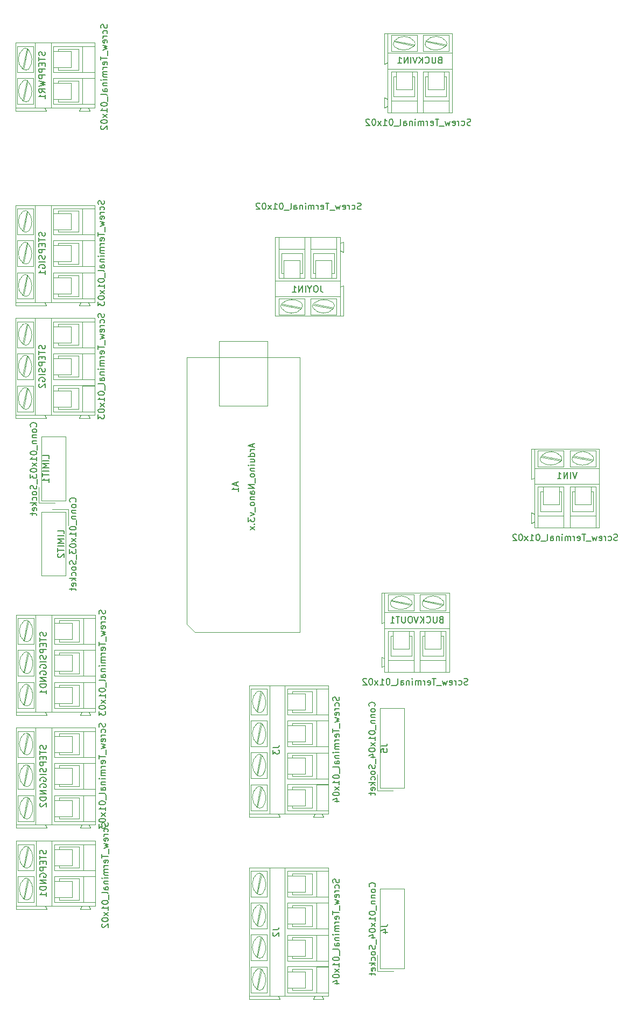
<source format=gbr>
%TF.GenerationSoftware,KiCad,Pcbnew,7.0.8-7.0.8~ubuntu22.04.1*%
%TF.CreationDate,2023-11-09T15:08:59-07:00*%
%TF.ProjectId,stepper_microscope_stage,73746570-7065-4725-9f6d-6963726f7363,10*%
%TF.SameCoordinates,Original*%
%TF.FileFunction,AssemblyDrawing,Bot*%
%FSLAX46Y46*%
G04 Gerber Fmt 4.6, Leading zero omitted, Abs format (unit mm)*
G04 Created by KiCad (PCBNEW 7.0.8-7.0.8~ubuntu22.04.1) date 2023-11-09 15:08:59*
%MOMM*%
%LPD*%
G01*
G04 APERTURE LIST*
%ADD10C,0.150000*%
%ADD11C,0.100000*%
G04 APERTURE END LIST*
D10*
X134485951Y-132335056D02*
X134343094Y-132382675D01*
X134343094Y-132382675D02*
X134104999Y-132382675D01*
X134104999Y-132382675D02*
X134009761Y-132335056D01*
X134009761Y-132335056D02*
X133962142Y-132287436D01*
X133962142Y-132287436D02*
X133914523Y-132192198D01*
X133914523Y-132192198D02*
X133914523Y-132096960D01*
X133914523Y-132096960D02*
X133962142Y-132001722D01*
X133962142Y-132001722D02*
X134009761Y-131954103D01*
X134009761Y-131954103D02*
X134104999Y-131906484D01*
X134104999Y-131906484D02*
X134295475Y-131858865D01*
X134295475Y-131858865D02*
X134390713Y-131811246D01*
X134390713Y-131811246D02*
X134438332Y-131763627D01*
X134438332Y-131763627D02*
X134485951Y-131668389D01*
X134485951Y-131668389D02*
X134485951Y-131573151D01*
X134485951Y-131573151D02*
X134438332Y-131477913D01*
X134438332Y-131477913D02*
X134390713Y-131430294D01*
X134390713Y-131430294D02*
X134295475Y-131382675D01*
X134295475Y-131382675D02*
X134057380Y-131382675D01*
X134057380Y-131382675D02*
X133914523Y-131430294D01*
X133057380Y-132335056D02*
X133152618Y-132382675D01*
X133152618Y-132382675D02*
X133343094Y-132382675D01*
X133343094Y-132382675D02*
X133438332Y-132335056D01*
X133438332Y-132335056D02*
X133485951Y-132287436D01*
X133485951Y-132287436D02*
X133533570Y-132192198D01*
X133533570Y-132192198D02*
X133533570Y-131906484D01*
X133533570Y-131906484D02*
X133485951Y-131811246D01*
X133485951Y-131811246D02*
X133438332Y-131763627D01*
X133438332Y-131763627D02*
X133343094Y-131716008D01*
X133343094Y-131716008D02*
X133152618Y-131716008D01*
X133152618Y-131716008D02*
X133057380Y-131763627D01*
X132628808Y-132382675D02*
X132628808Y-131716008D01*
X132628808Y-131906484D02*
X132581189Y-131811246D01*
X132581189Y-131811246D02*
X132533570Y-131763627D01*
X132533570Y-131763627D02*
X132438332Y-131716008D01*
X132438332Y-131716008D02*
X132343094Y-131716008D01*
X131628808Y-132335056D02*
X131724046Y-132382675D01*
X131724046Y-132382675D02*
X131914522Y-132382675D01*
X131914522Y-132382675D02*
X132009760Y-132335056D01*
X132009760Y-132335056D02*
X132057379Y-132239817D01*
X132057379Y-132239817D02*
X132057379Y-131858865D01*
X132057379Y-131858865D02*
X132009760Y-131763627D01*
X132009760Y-131763627D02*
X131914522Y-131716008D01*
X131914522Y-131716008D02*
X131724046Y-131716008D01*
X131724046Y-131716008D02*
X131628808Y-131763627D01*
X131628808Y-131763627D02*
X131581189Y-131858865D01*
X131581189Y-131858865D02*
X131581189Y-131954103D01*
X131581189Y-131954103D02*
X132057379Y-132049341D01*
X131247855Y-131716008D02*
X131057379Y-132382675D01*
X131057379Y-132382675D02*
X130866903Y-131906484D01*
X130866903Y-131906484D02*
X130676427Y-132382675D01*
X130676427Y-132382675D02*
X130485951Y-131716008D01*
X130343094Y-132477913D02*
X129581189Y-132477913D01*
X129485950Y-131382675D02*
X128914522Y-131382675D01*
X129200236Y-132382675D02*
X129200236Y-131382675D01*
X128200236Y-132335056D02*
X128295474Y-132382675D01*
X128295474Y-132382675D02*
X128485950Y-132382675D01*
X128485950Y-132382675D02*
X128581188Y-132335056D01*
X128581188Y-132335056D02*
X128628807Y-132239817D01*
X128628807Y-132239817D02*
X128628807Y-131858865D01*
X128628807Y-131858865D02*
X128581188Y-131763627D01*
X128581188Y-131763627D02*
X128485950Y-131716008D01*
X128485950Y-131716008D02*
X128295474Y-131716008D01*
X128295474Y-131716008D02*
X128200236Y-131763627D01*
X128200236Y-131763627D02*
X128152617Y-131858865D01*
X128152617Y-131858865D02*
X128152617Y-131954103D01*
X128152617Y-131954103D02*
X128628807Y-132049341D01*
X127724045Y-132382675D02*
X127724045Y-131716008D01*
X127724045Y-131906484D02*
X127676426Y-131811246D01*
X127676426Y-131811246D02*
X127628807Y-131763627D01*
X127628807Y-131763627D02*
X127533569Y-131716008D01*
X127533569Y-131716008D02*
X127438331Y-131716008D01*
X127104997Y-132382675D02*
X127104997Y-131716008D01*
X127104997Y-131811246D02*
X127057378Y-131763627D01*
X127057378Y-131763627D02*
X126962140Y-131716008D01*
X126962140Y-131716008D02*
X126819283Y-131716008D01*
X126819283Y-131716008D02*
X126724045Y-131763627D01*
X126724045Y-131763627D02*
X126676426Y-131858865D01*
X126676426Y-131858865D02*
X126676426Y-132382675D01*
X126676426Y-131858865D02*
X126628807Y-131763627D01*
X126628807Y-131763627D02*
X126533569Y-131716008D01*
X126533569Y-131716008D02*
X126390712Y-131716008D01*
X126390712Y-131716008D02*
X126295473Y-131763627D01*
X126295473Y-131763627D02*
X126247854Y-131858865D01*
X126247854Y-131858865D02*
X126247854Y-132382675D01*
X125771664Y-132382675D02*
X125771664Y-131716008D01*
X125771664Y-131382675D02*
X125819283Y-131430294D01*
X125819283Y-131430294D02*
X125771664Y-131477913D01*
X125771664Y-131477913D02*
X125724045Y-131430294D01*
X125724045Y-131430294D02*
X125771664Y-131382675D01*
X125771664Y-131382675D02*
X125771664Y-131477913D01*
X125295474Y-131716008D02*
X125295474Y-132382675D01*
X125295474Y-131811246D02*
X125247855Y-131763627D01*
X125247855Y-131763627D02*
X125152617Y-131716008D01*
X125152617Y-131716008D02*
X125009760Y-131716008D01*
X125009760Y-131716008D02*
X124914522Y-131763627D01*
X124914522Y-131763627D02*
X124866903Y-131858865D01*
X124866903Y-131858865D02*
X124866903Y-132382675D01*
X123962141Y-132382675D02*
X123962141Y-131858865D01*
X123962141Y-131858865D02*
X124009760Y-131763627D01*
X124009760Y-131763627D02*
X124104998Y-131716008D01*
X124104998Y-131716008D02*
X124295474Y-131716008D01*
X124295474Y-131716008D02*
X124390712Y-131763627D01*
X123962141Y-132335056D02*
X124057379Y-132382675D01*
X124057379Y-132382675D02*
X124295474Y-132382675D01*
X124295474Y-132382675D02*
X124390712Y-132335056D01*
X124390712Y-132335056D02*
X124438331Y-132239817D01*
X124438331Y-132239817D02*
X124438331Y-132144579D01*
X124438331Y-132144579D02*
X124390712Y-132049341D01*
X124390712Y-132049341D02*
X124295474Y-132001722D01*
X124295474Y-132001722D02*
X124057379Y-132001722D01*
X124057379Y-132001722D02*
X123962141Y-131954103D01*
X123343093Y-132382675D02*
X123438331Y-132335056D01*
X123438331Y-132335056D02*
X123485950Y-132239817D01*
X123485950Y-132239817D02*
X123485950Y-131382675D01*
X123200236Y-132477913D02*
X122438331Y-132477913D01*
X122009759Y-131382675D02*
X121914521Y-131382675D01*
X121914521Y-131382675D02*
X121819283Y-131430294D01*
X121819283Y-131430294D02*
X121771664Y-131477913D01*
X121771664Y-131477913D02*
X121724045Y-131573151D01*
X121724045Y-131573151D02*
X121676426Y-131763627D01*
X121676426Y-131763627D02*
X121676426Y-132001722D01*
X121676426Y-132001722D02*
X121724045Y-132192198D01*
X121724045Y-132192198D02*
X121771664Y-132287436D01*
X121771664Y-132287436D02*
X121819283Y-132335056D01*
X121819283Y-132335056D02*
X121914521Y-132382675D01*
X121914521Y-132382675D02*
X122009759Y-132382675D01*
X122009759Y-132382675D02*
X122104997Y-132335056D01*
X122104997Y-132335056D02*
X122152616Y-132287436D01*
X122152616Y-132287436D02*
X122200235Y-132192198D01*
X122200235Y-132192198D02*
X122247854Y-132001722D01*
X122247854Y-132001722D02*
X122247854Y-131763627D01*
X122247854Y-131763627D02*
X122200235Y-131573151D01*
X122200235Y-131573151D02*
X122152616Y-131477913D01*
X122152616Y-131477913D02*
X122104997Y-131430294D01*
X122104997Y-131430294D02*
X122009759Y-131382675D01*
X120724045Y-132382675D02*
X121295473Y-132382675D01*
X121009759Y-132382675D02*
X121009759Y-131382675D01*
X121009759Y-131382675D02*
X121104997Y-131525532D01*
X121104997Y-131525532D02*
X121200235Y-131620770D01*
X121200235Y-131620770D02*
X121295473Y-131668389D01*
X120390711Y-132382675D02*
X119866902Y-131716008D01*
X120390711Y-131716008D02*
X119866902Y-132382675D01*
X119295473Y-131382675D02*
X119200235Y-131382675D01*
X119200235Y-131382675D02*
X119104997Y-131430294D01*
X119104997Y-131430294D02*
X119057378Y-131477913D01*
X119057378Y-131477913D02*
X119009759Y-131573151D01*
X119009759Y-131573151D02*
X118962140Y-131763627D01*
X118962140Y-131763627D02*
X118962140Y-132001722D01*
X118962140Y-132001722D02*
X119009759Y-132192198D01*
X119009759Y-132192198D02*
X119057378Y-132287436D01*
X119057378Y-132287436D02*
X119104997Y-132335056D01*
X119104997Y-132335056D02*
X119200235Y-132382675D01*
X119200235Y-132382675D02*
X119295473Y-132382675D01*
X119295473Y-132382675D02*
X119390711Y-132335056D01*
X119390711Y-132335056D02*
X119438330Y-132287436D01*
X119438330Y-132287436D02*
X119485949Y-132192198D01*
X119485949Y-132192198D02*
X119533568Y-132001722D01*
X119533568Y-132001722D02*
X119533568Y-131763627D01*
X119533568Y-131763627D02*
X119485949Y-131573151D01*
X119485949Y-131573151D02*
X119438330Y-131477913D01*
X119438330Y-131477913D02*
X119390711Y-131430294D01*
X119390711Y-131430294D02*
X119295473Y-131382675D01*
X118581187Y-131477913D02*
X118533568Y-131430294D01*
X118533568Y-131430294D02*
X118438330Y-131382675D01*
X118438330Y-131382675D02*
X118200235Y-131382675D01*
X118200235Y-131382675D02*
X118104997Y-131430294D01*
X118104997Y-131430294D02*
X118057378Y-131477913D01*
X118057378Y-131477913D02*
X118009759Y-131573151D01*
X118009759Y-131573151D02*
X118009759Y-131668389D01*
X118009759Y-131668389D02*
X118057378Y-131811246D01*
X118057378Y-131811246D02*
X118628806Y-132382675D01*
X118628806Y-132382675D02*
X118009759Y-132382675D01*
X130313570Y-122108865D02*
X130170713Y-122156484D01*
X130170713Y-122156484D02*
X130123094Y-122204103D01*
X130123094Y-122204103D02*
X130075475Y-122299341D01*
X130075475Y-122299341D02*
X130075475Y-122442198D01*
X130075475Y-122442198D02*
X130123094Y-122537436D01*
X130123094Y-122537436D02*
X130170713Y-122585056D01*
X130170713Y-122585056D02*
X130265951Y-122632675D01*
X130265951Y-122632675D02*
X130646903Y-122632675D01*
X130646903Y-122632675D02*
X130646903Y-121632675D01*
X130646903Y-121632675D02*
X130313570Y-121632675D01*
X130313570Y-121632675D02*
X130218332Y-121680294D01*
X130218332Y-121680294D02*
X130170713Y-121727913D01*
X130170713Y-121727913D02*
X130123094Y-121823151D01*
X130123094Y-121823151D02*
X130123094Y-121918389D01*
X130123094Y-121918389D02*
X130170713Y-122013627D01*
X130170713Y-122013627D02*
X130218332Y-122061246D01*
X130218332Y-122061246D02*
X130313570Y-122108865D01*
X130313570Y-122108865D02*
X130646903Y-122108865D01*
X129646903Y-121632675D02*
X129646903Y-122442198D01*
X129646903Y-122442198D02*
X129599284Y-122537436D01*
X129599284Y-122537436D02*
X129551665Y-122585056D01*
X129551665Y-122585056D02*
X129456427Y-122632675D01*
X129456427Y-122632675D02*
X129265951Y-122632675D01*
X129265951Y-122632675D02*
X129170713Y-122585056D01*
X129170713Y-122585056D02*
X129123094Y-122537436D01*
X129123094Y-122537436D02*
X129075475Y-122442198D01*
X129075475Y-122442198D02*
X129075475Y-121632675D01*
X128027856Y-122537436D02*
X128075475Y-122585056D01*
X128075475Y-122585056D02*
X128218332Y-122632675D01*
X128218332Y-122632675D02*
X128313570Y-122632675D01*
X128313570Y-122632675D02*
X128456427Y-122585056D01*
X128456427Y-122585056D02*
X128551665Y-122489817D01*
X128551665Y-122489817D02*
X128599284Y-122394579D01*
X128599284Y-122394579D02*
X128646903Y-122204103D01*
X128646903Y-122204103D02*
X128646903Y-122061246D01*
X128646903Y-122061246D02*
X128599284Y-121870770D01*
X128599284Y-121870770D02*
X128551665Y-121775532D01*
X128551665Y-121775532D02*
X128456427Y-121680294D01*
X128456427Y-121680294D02*
X128313570Y-121632675D01*
X128313570Y-121632675D02*
X128218332Y-121632675D01*
X128218332Y-121632675D02*
X128075475Y-121680294D01*
X128075475Y-121680294D02*
X128027856Y-121727913D01*
X127599284Y-122632675D02*
X127599284Y-121632675D01*
X127027856Y-122632675D02*
X127456427Y-122061246D01*
X127027856Y-121632675D02*
X127599284Y-122204103D01*
X126742141Y-121632675D02*
X126408808Y-122632675D01*
X126408808Y-122632675D02*
X126075475Y-121632675D01*
X125551665Y-121632675D02*
X125361189Y-121632675D01*
X125361189Y-121632675D02*
X125265951Y-121680294D01*
X125265951Y-121680294D02*
X125170713Y-121775532D01*
X125170713Y-121775532D02*
X125123094Y-121966008D01*
X125123094Y-121966008D02*
X125123094Y-122299341D01*
X125123094Y-122299341D02*
X125170713Y-122489817D01*
X125170713Y-122489817D02*
X125265951Y-122585056D01*
X125265951Y-122585056D02*
X125361189Y-122632675D01*
X125361189Y-122632675D02*
X125551665Y-122632675D01*
X125551665Y-122632675D02*
X125646903Y-122585056D01*
X125646903Y-122585056D02*
X125742141Y-122489817D01*
X125742141Y-122489817D02*
X125789760Y-122299341D01*
X125789760Y-122299341D02*
X125789760Y-121966008D01*
X125789760Y-121966008D02*
X125742141Y-121775532D01*
X125742141Y-121775532D02*
X125646903Y-121680294D01*
X125646903Y-121680294D02*
X125551665Y-121632675D01*
X124694522Y-121632675D02*
X124694522Y-122442198D01*
X124694522Y-122442198D02*
X124646903Y-122537436D01*
X124646903Y-122537436D02*
X124599284Y-122585056D01*
X124599284Y-122585056D02*
X124504046Y-122632675D01*
X124504046Y-122632675D02*
X124313570Y-122632675D01*
X124313570Y-122632675D02*
X124218332Y-122585056D01*
X124218332Y-122585056D02*
X124170713Y-122537436D01*
X124170713Y-122537436D02*
X124123094Y-122442198D01*
X124123094Y-122442198D02*
X124123094Y-121632675D01*
X123789760Y-121632675D02*
X123218332Y-121632675D01*
X123504046Y-122632675D02*
X123504046Y-121632675D01*
X122361189Y-122632675D02*
X122932617Y-122632675D01*
X122646903Y-122632675D02*
X122646903Y-121632675D01*
X122646903Y-121632675D02*
X122742141Y-121775532D01*
X122742141Y-121775532D02*
X122837379Y-121870770D01*
X122837379Y-121870770D02*
X122932617Y-121918389D01*
X134952381Y-44435056D02*
X134809524Y-44482675D01*
X134809524Y-44482675D02*
X134571429Y-44482675D01*
X134571429Y-44482675D02*
X134476191Y-44435056D01*
X134476191Y-44435056D02*
X134428572Y-44387436D01*
X134428572Y-44387436D02*
X134380953Y-44292198D01*
X134380953Y-44292198D02*
X134380953Y-44196960D01*
X134380953Y-44196960D02*
X134428572Y-44101722D01*
X134428572Y-44101722D02*
X134476191Y-44054103D01*
X134476191Y-44054103D02*
X134571429Y-44006484D01*
X134571429Y-44006484D02*
X134761905Y-43958865D01*
X134761905Y-43958865D02*
X134857143Y-43911246D01*
X134857143Y-43911246D02*
X134904762Y-43863627D01*
X134904762Y-43863627D02*
X134952381Y-43768389D01*
X134952381Y-43768389D02*
X134952381Y-43673151D01*
X134952381Y-43673151D02*
X134904762Y-43577913D01*
X134904762Y-43577913D02*
X134857143Y-43530294D01*
X134857143Y-43530294D02*
X134761905Y-43482675D01*
X134761905Y-43482675D02*
X134523810Y-43482675D01*
X134523810Y-43482675D02*
X134380953Y-43530294D01*
X133523810Y-44435056D02*
X133619048Y-44482675D01*
X133619048Y-44482675D02*
X133809524Y-44482675D01*
X133809524Y-44482675D02*
X133904762Y-44435056D01*
X133904762Y-44435056D02*
X133952381Y-44387436D01*
X133952381Y-44387436D02*
X134000000Y-44292198D01*
X134000000Y-44292198D02*
X134000000Y-44006484D01*
X134000000Y-44006484D02*
X133952381Y-43911246D01*
X133952381Y-43911246D02*
X133904762Y-43863627D01*
X133904762Y-43863627D02*
X133809524Y-43816008D01*
X133809524Y-43816008D02*
X133619048Y-43816008D01*
X133619048Y-43816008D02*
X133523810Y-43863627D01*
X133095238Y-44482675D02*
X133095238Y-43816008D01*
X133095238Y-44006484D02*
X133047619Y-43911246D01*
X133047619Y-43911246D02*
X133000000Y-43863627D01*
X133000000Y-43863627D02*
X132904762Y-43816008D01*
X132904762Y-43816008D02*
X132809524Y-43816008D01*
X132095238Y-44435056D02*
X132190476Y-44482675D01*
X132190476Y-44482675D02*
X132380952Y-44482675D01*
X132380952Y-44482675D02*
X132476190Y-44435056D01*
X132476190Y-44435056D02*
X132523809Y-44339817D01*
X132523809Y-44339817D02*
X132523809Y-43958865D01*
X132523809Y-43958865D02*
X132476190Y-43863627D01*
X132476190Y-43863627D02*
X132380952Y-43816008D01*
X132380952Y-43816008D02*
X132190476Y-43816008D01*
X132190476Y-43816008D02*
X132095238Y-43863627D01*
X132095238Y-43863627D02*
X132047619Y-43958865D01*
X132047619Y-43958865D02*
X132047619Y-44054103D01*
X132047619Y-44054103D02*
X132523809Y-44149341D01*
X131714285Y-43816008D02*
X131523809Y-44482675D01*
X131523809Y-44482675D02*
X131333333Y-44006484D01*
X131333333Y-44006484D02*
X131142857Y-44482675D01*
X131142857Y-44482675D02*
X130952381Y-43816008D01*
X130809524Y-44577913D02*
X130047619Y-44577913D01*
X129952380Y-43482675D02*
X129380952Y-43482675D01*
X129666666Y-44482675D02*
X129666666Y-43482675D01*
X128666666Y-44435056D02*
X128761904Y-44482675D01*
X128761904Y-44482675D02*
X128952380Y-44482675D01*
X128952380Y-44482675D02*
X129047618Y-44435056D01*
X129047618Y-44435056D02*
X129095237Y-44339817D01*
X129095237Y-44339817D02*
X129095237Y-43958865D01*
X129095237Y-43958865D02*
X129047618Y-43863627D01*
X129047618Y-43863627D02*
X128952380Y-43816008D01*
X128952380Y-43816008D02*
X128761904Y-43816008D01*
X128761904Y-43816008D02*
X128666666Y-43863627D01*
X128666666Y-43863627D02*
X128619047Y-43958865D01*
X128619047Y-43958865D02*
X128619047Y-44054103D01*
X128619047Y-44054103D02*
X129095237Y-44149341D01*
X128190475Y-44482675D02*
X128190475Y-43816008D01*
X128190475Y-44006484D02*
X128142856Y-43911246D01*
X128142856Y-43911246D02*
X128095237Y-43863627D01*
X128095237Y-43863627D02*
X127999999Y-43816008D01*
X127999999Y-43816008D02*
X127904761Y-43816008D01*
X127571427Y-44482675D02*
X127571427Y-43816008D01*
X127571427Y-43911246D02*
X127523808Y-43863627D01*
X127523808Y-43863627D02*
X127428570Y-43816008D01*
X127428570Y-43816008D02*
X127285713Y-43816008D01*
X127285713Y-43816008D02*
X127190475Y-43863627D01*
X127190475Y-43863627D02*
X127142856Y-43958865D01*
X127142856Y-43958865D02*
X127142856Y-44482675D01*
X127142856Y-43958865D02*
X127095237Y-43863627D01*
X127095237Y-43863627D02*
X126999999Y-43816008D01*
X126999999Y-43816008D02*
X126857142Y-43816008D01*
X126857142Y-43816008D02*
X126761903Y-43863627D01*
X126761903Y-43863627D02*
X126714284Y-43958865D01*
X126714284Y-43958865D02*
X126714284Y-44482675D01*
X126238094Y-44482675D02*
X126238094Y-43816008D01*
X126238094Y-43482675D02*
X126285713Y-43530294D01*
X126285713Y-43530294D02*
X126238094Y-43577913D01*
X126238094Y-43577913D02*
X126190475Y-43530294D01*
X126190475Y-43530294D02*
X126238094Y-43482675D01*
X126238094Y-43482675D02*
X126238094Y-43577913D01*
X125761904Y-43816008D02*
X125761904Y-44482675D01*
X125761904Y-43911246D02*
X125714285Y-43863627D01*
X125714285Y-43863627D02*
X125619047Y-43816008D01*
X125619047Y-43816008D02*
X125476190Y-43816008D01*
X125476190Y-43816008D02*
X125380952Y-43863627D01*
X125380952Y-43863627D02*
X125333333Y-43958865D01*
X125333333Y-43958865D02*
X125333333Y-44482675D01*
X124428571Y-44482675D02*
X124428571Y-43958865D01*
X124428571Y-43958865D02*
X124476190Y-43863627D01*
X124476190Y-43863627D02*
X124571428Y-43816008D01*
X124571428Y-43816008D02*
X124761904Y-43816008D01*
X124761904Y-43816008D02*
X124857142Y-43863627D01*
X124428571Y-44435056D02*
X124523809Y-44482675D01*
X124523809Y-44482675D02*
X124761904Y-44482675D01*
X124761904Y-44482675D02*
X124857142Y-44435056D01*
X124857142Y-44435056D02*
X124904761Y-44339817D01*
X124904761Y-44339817D02*
X124904761Y-44244579D01*
X124904761Y-44244579D02*
X124857142Y-44149341D01*
X124857142Y-44149341D02*
X124761904Y-44101722D01*
X124761904Y-44101722D02*
X124523809Y-44101722D01*
X124523809Y-44101722D02*
X124428571Y-44054103D01*
X123809523Y-44482675D02*
X123904761Y-44435056D01*
X123904761Y-44435056D02*
X123952380Y-44339817D01*
X123952380Y-44339817D02*
X123952380Y-43482675D01*
X123666666Y-44577913D02*
X122904761Y-44577913D01*
X122476189Y-43482675D02*
X122380951Y-43482675D01*
X122380951Y-43482675D02*
X122285713Y-43530294D01*
X122285713Y-43530294D02*
X122238094Y-43577913D01*
X122238094Y-43577913D02*
X122190475Y-43673151D01*
X122190475Y-43673151D02*
X122142856Y-43863627D01*
X122142856Y-43863627D02*
X122142856Y-44101722D01*
X122142856Y-44101722D02*
X122190475Y-44292198D01*
X122190475Y-44292198D02*
X122238094Y-44387436D01*
X122238094Y-44387436D02*
X122285713Y-44435056D01*
X122285713Y-44435056D02*
X122380951Y-44482675D01*
X122380951Y-44482675D02*
X122476189Y-44482675D01*
X122476189Y-44482675D02*
X122571427Y-44435056D01*
X122571427Y-44435056D02*
X122619046Y-44387436D01*
X122619046Y-44387436D02*
X122666665Y-44292198D01*
X122666665Y-44292198D02*
X122714284Y-44101722D01*
X122714284Y-44101722D02*
X122714284Y-43863627D01*
X122714284Y-43863627D02*
X122666665Y-43673151D01*
X122666665Y-43673151D02*
X122619046Y-43577913D01*
X122619046Y-43577913D02*
X122571427Y-43530294D01*
X122571427Y-43530294D02*
X122476189Y-43482675D01*
X121190475Y-44482675D02*
X121761903Y-44482675D01*
X121476189Y-44482675D02*
X121476189Y-43482675D01*
X121476189Y-43482675D02*
X121571427Y-43625532D01*
X121571427Y-43625532D02*
X121666665Y-43720770D01*
X121666665Y-43720770D02*
X121761903Y-43768389D01*
X120857141Y-44482675D02*
X120333332Y-43816008D01*
X120857141Y-43816008D02*
X120333332Y-44482675D01*
X119761903Y-43482675D02*
X119666665Y-43482675D01*
X119666665Y-43482675D02*
X119571427Y-43530294D01*
X119571427Y-43530294D02*
X119523808Y-43577913D01*
X119523808Y-43577913D02*
X119476189Y-43673151D01*
X119476189Y-43673151D02*
X119428570Y-43863627D01*
X119428570Y-43863627D02*
X119428570Y-44101722D01*
X119428570Y-44101722D02*
X119476189Y-44292198D01*
X119476189Y-44292198D02*
X119523808Y-44387436D01*
X119523808Y-44387436D02*
X119571427Y-44435056D01*
X119571427Y-44435056D02*
X119666665Y-44482675D01*
X119666665Y-44482675D02*
X119761903Y-44482675D01*
X119761903Y-44482675D02*
X119857141Y-44435056D01*
X119857141Y-44435056D02*
X119904760Y-44387436D01*
X119904760Y-44387436D02*
X119952379Y-44292198D01*
X119952379Y-44292198D02*
X119999998Y-44101722D01*
X119999998Y-44101722D02*
X119999998Y-43863627D01*
X119999998Y-43863627D02*
X119952379Y-43673151D01*
X119952379Y-43673151D02*
X119904760Y-43577913D01*
X119904760Y-43577913D02*
X119857141Y-43530294D01*
X119857141Y-43530294D02*
X119761903Y-43482675D01*
X119047617Y-43577913D02*
X118999998Y-43530294D01*
X118999998Y-43530294D02*
X118904760Y-43482675D01*
X118904760Y-43482675D02*
X118666665Y-43482675D01*
X118666665Y-43482675D02*
X118571427Y-43530294D01*
X118571427Y-43530294D02*
X118523808Y-43577913D01*
X118523808Y-43577913D02*
X118476189Y-43673151D01*
X118476189Y-43673151D02*
X118476189Y-43768389D01*
X118476189Y-43768389D02*
X118523808Y-43911246D01*
X118523808Y-43911246D02*
X119095236Y-44482675D01*
X119095236Y-44482675D02*
X118476189Y-44482675D01*
X130113333Y-34208865D02*
X129970476Y-34256484D01*
X129970476Y-34256484D02*
X129922857Y-34304103D01*
X129922857Y-34304103D02*
X129875238Y-34399341D01*
X129875238Y-34399341D02*
X129875238Y-34542198D01*
X129875238Y-34542198D02*
X129922857Y-34637436D01*
X129922857Y-34637436D02*
X129970476Y-34685056D01*
X129970476Y-34685056D02*
X130065714Y-34732675D01*
X130065714Y-34732675D02*
X130446666Y-34732675D01*
X130446666Y-34732675D02*
X130446666Y-33732675D01*
X130446666Y-33732675D02*
X130113333Y-33732675D01*
X130113333Y-33732675D02*
X130018095Y-33780294D01*
X130018095Y-33780294D02*
X129970476Y-33827913D01*
X129970476Y-33827913D02*
X129922857Y-33923151D01*
X129922857Y-33923151D02*
X129922857Y-34018389D01*
X129922857Y-34018389D02*
X129970476Y-34113627D01*
X129970476Y-34113627D02*
X130018095Y-34161246D01*
X130018095Y-34161246D02*
X130113333Y-34208865D01*
X130113333Y-34208865D02*
X130446666Y-34208865D01*
X129446666Y-33732675D02*
X129446666Y-34542198D01*
X129446666Y-34542198D02*
X129399047Y-34637436D01*
X129399047Y-34637436D02*
X129351428Y-34685056D01*
X129351428Y-34685056D02*
X129256190Y-34732675D01*
X129256190Y-34732675D02*
X129065714Y-34732675D01*
X129065714Y-34732675D02*
X128970476Y-34685056D01*
X128970476Y-34685056D02*
X128922857Y-34637436D01*
X128922857Y-34637436D02*
X128875238Y-34542198D01*
X128875238Y-34542198D02*
X128875238Y-33732675D01*
X127827619Y-34637436D02*
X127875238Y-34685056D01*
X127875238Y-34685056D02*
X128018095Y-34732675D01*
X128018095Y-34732675D02*
X128113333Y-34732675D01*
X128113333Y-34732675D02*
X128256190Y-34685056D01*
X128256190Y-34685056D02*
X128351428Y-34589817D01*
X128351428Y-34589817D02*
X128399047Y-34494579D01*
X128399047Y-34494579D02*
X128446666Y-34304103D01*
X128446666Y-34304103D02*
X128446666Y-34161246D01*
X128446666Y-34161246D02*
X128399047Y-33970770D01*
X128399047Y-33970770D02*
X128351428Y-33875532D01*
X128351428Y-33875532D02*
X128256190Y-33780294D01*
X128256190Y-33780294D02*
X128113333Y-33732675D01*
X128113333Y-33732675D02*
X128018095Y-33732675D01*
X128018095Y-33732675D02*
X127875238Y-33780294D01*
X127875238Y-33780294D02*
X127827619Y-33827913D01*
X127399047Y-34732675D02*
X127399047Y-33732675D01*
X126827619Y-34732675D02*
X127256190Y-34161246D01*
X126827619Y-33732675D02*
X127399047Y-34304103D01*
X126541904Y-33732675D02*
X126208571Y-34732675D01*
X126208571Y-34732675D02*
X125875238Y-33732675D01*
X125541904Y-34732675D02*
X125541904Y-33732675D01*
X125065714Y-34732675D02*
X125065714Y-33732675D01*
X125065714Y-33732675D02*
X124494286Y-34732675D01*
X124494286Y-34732675D02*
X124494286Y-33732675D01*
X123494286Y-34732675D02*
X124065714Y-34732675D01*
X123780000Y-34732675D02*
X123780000Y-33732675D01*
X123780000Y-33732675D02*
X123875238Y-33875532D01*
X123875238Y-33875532D02*
X123970476Y-33970770D01*
X123970476Y-33970770D02*
X124065714Y-34018389D01*
X114225056Y-162889760D02*
X114272675Y-163032617D01*
X114272675Y-163032617D02*
X114272675Y-163270712D01*
X114272675Y-163270712D02*
X114225056Y-163365950D01*
X114225056Y-163365950D02*
X114177436Y-163413569D01*
X114177436Y-163413569D02*
X114082198Y-163461188D01*
X114082198Y-163461188D02*
X113986960Y-163461188D01*
X113986960Y-163461188D02*
X113891722Y-163413569D01*
X113891722Y-163413569D02*
X113844103Y-163365950D01*
X113844103Y-163365950D02*
X113796484Y-163270712D01*
X113796484Y-163270712D02*
X113748865Y-163080236D01*
X113748865Y-163080236D02*
X113701246Y-162984998D01*
X113701246Y-162984998D02*
X113653627Y-162937379D01*
X113653627Y-162937379D02*
X113558389Y-162889760D01*
X113558389Y-162889760D02*
X113463151Y-162889760D01*
X113463151Y-162889760D02*
X113367913Y-162937379D01*
X113367913Y-162937379D02*
X113320294Y-162984998D01*
X113320294Y-162984998D02*
X113272675Y-163080236D01*
X113272675Y-163080236D02*
X113272675Y-163318331D01*
X113272675Y-163318331D02*
X113320294Y-163461188D01*
X114225056Y-164318331D02*
X114272675Y-164223093D01*
X114272675Y-164223093D02*
X114272675Y-164032617D01*
X114272675Y-164032617D02*
X114225056Y-163937379D01*
X114225056Y-163937379D02*
X114177436Y-163889760D01*
X114177436Y-163889760D02*
X114082198Y-163842141D01*
X114082198Y-163842141D02*
X113796484Y-163842141D01*
X113796484Y-163842141D02*
X113701246Y-163889760D01*
X113701246Y-163889760D02*
X113653627Y-163937379D01*
X113653627Y-163937379D02*
X113606008Y-164032617D01*
X113606008Y-164032617D02*
X113606008Y-164223093D01*
X113606008Y-164223093D02*
X113653627Y-164318331D01*
X114272675Y-164746903D02*
X113606008Y-164746903D01*
X113796484Y-164746903D02*
X113701246Y-164794522D01*
X113701246Y-164794522D02*
X113653627Y-164842141D01*
X113653627Y-164842141D02*
X113606008Y-164937379D01*
X113606008Y-164937379D02*
X113606008Y-165032617D01*
X114225056Y-165746903D02*
X114272675Y-165651665D01*
X114272675Y-165651665D02*
X114272675Y-165461189D01*
X114272675Y-165461189D02*
X114225056Y-165365951D01*
X114225056Y-165365951D02*
X114129817Y-165318332D01*
X114129817Y-165318332D02*
X113748865Y-165318332D01*
X113748865Y-165318332D02*
X113653627Y-165365951D01*
X113653627Y-165365951D02*
X113606008Y-165461189D01*
X113606008Y-165461189D02*
X113606008Y-165651665D01*
X113606008Y-165651665D02*
X113653627Y-165746903D01*
X113653627Y-165746903D02*
X113748865Y-165794522D01*
X113748865Y-165794522D02*
X113844103Y-165794522D01*
X113844103Y-165794522D02*
X113939341Y-165318332D01*
X113606008Y-166127856D02*
X114272675Y-166318332D01*
X114272675Y-166318332D02*
X113796484Y-166508808D01*
X113796484Y-166508808D02*
X114272675Y-166699284D01*
X114272675Y-166699284D02*
X113606008Y-166889760D01*
X114367913Y-167032618D02*
X114367913Y-167794522D01*
X113272675Y-167889761D02*
X113272675Y-168461189D01*
X114272675Y-168175475D02*
X113272675Y-168175475D01*
X114225056Y-169175475D02*
X114272675Y-169080237D01*
X114272675Y-169080237D02*
X114272675Y-168889761D01*
X114272675Y-168889761D02*
X114225056Y-168794523D01*
X114225056Y-168794523D02*
X114129817Y-168746904D01*
X114129817Y-168746904D02*
X113748865Y-168746904D01*
X113748865Y-168746904D02*
X113653627Y-168794523D01*
X113653627Y-168794523D02*
X113606008Y-168889761D01*
X113606008Y-168889761D02*
X113606008Y-169080237D01*
X113606008Y-169080237D02*
X113653627Y-169175475D01*
X113653627Y-169175475D02*
X113748865Y-169223094D01*
X113748865Y-169223094D02*
X113844103Y-169223094D01*
X113844103Y-169223094D02*
X113939341Y-168746904D01*
X114272675Y-169651666D02*
X113606008Y-169651666D01*
X113796484Y-169651666D02*
X113701246Y-169699285D01*
X113701246Y-169699285D02*
X113653627Y-169746904D01*
X113653627Y-169746904D02*
X113606008Y-169842142D01*
X113606008Y-169842142D02*
X113606008Y-169937380D01*
X114272675Y-170270714D02*
X113606008Y-170270714D01*
X113701246Y-170270714D02*
X113653627Y-170318333D01*
X113653627Y-170318333D02*
X113606008Y-170413571D01*
X113606008Y-170413571D02*
X113606008Y-170556428D01*
X113606008Y-170556428D02*
X113653627Y-170651666D01*
X113653627Y-170651666D02*
X113748865Y-170699285D01*
X113748865Y-170699285D02*
X114272675Y-170699285D01*
X113748865Y-170699285D02*
X113653627Y-170746904D01*
X113653627Y-170746904D02*
X113606008Y-170842142D01*
X113606008Y-170842142D02*
X113606008Y-170984999D01*
X113606008Y-170984999D02*
X113653627Y-171080238D01*
X113653627Y-171080238D02*
X113748865Y-171127857D01*
X113748865Y-171127857D02*
X114272675Y-171127857D01*
X114272675Y-171604047D02*
X113606008Y-171604047D01*
X113272675Y-171604047D02*
X113320294Y-171556428D01*
X113320294Y-171556428D02*
X113367913Y-171604047D01*
X113367913Y-171604047D02*
X113320294Y-171651666D01*
X113320294Y-171651666D02*
X113272675Y-171604047D01*
X113272675Y-171604047D02*
X113367913Y-171604047D01*
X113606008Y-172080237D02*
X114272675Y-172080237D01*
X113701246Y-172080237D02*
X113653627Y-172127856D01*
X113653627Y-172127856D02*
X113606008Y-172223094D01*
X113606008Y-172223094D02*
X113606008Y-172365951D01*
X113606008Y-172365951D02*
X113653627Y-172461189D01*
X113653627Y-172461189D02*
X113748865Y-172508808D01*
X113748865Y-172508808D02*
X114272675Y-172508808D01*
X114272675Y-173413570D02*
X113748865Y-173413570D01*
X113748865Y-173413570D02*
X113653627Y-173365951D01*
X113653627Y-173365951D02*
X113606008Y-173270713D01*
X113606008Y-173270713D02*
X113606008Y-173080237D01*
X113606008Y-173080237D02*
X113653627Y-172984999D01*
X114225056Y-173413570D02*
X114272675Y-173318332D01*
X114272675Y-173318332D02*
X114272675Y-173080237D01*
X114272675Y-173080237D02*
X114225056Y-172984999D01*
X114225056Y-172984999D02*
X114129817Y-172937380D01*
X114129817Y-172937380D02*
X114034579Y-172937380D01*
X114034579Y-172937380D02*
X113939341Y-172984999D01*
X113939341Y-172984999D02*
X113891722Y-173080237D01*
X113891722Y-173080237D02*
X113891722Y-173318332D01*
X113891722Y-173318332D02*
X113844103Y-173413570D01*
X114272675Y-174032618D02*
X114225056Y-173937380D01*
X114225056Y-173937380D02*
X114129817Y-173889761D01*
X114129817Y-173889761D02*
X113272675Y-173889761D01*
X114367913Y-174175476D02*
X114367913Y-174937380D01*
X113272675Y-175365952D02*
X113272675Y-175461190D01*
X113272675Y-175461190D02*
X113320294Y-175556428D01*
X113320294Y-175556428D02*
X113367913Y-175604047D01*
X113367913Y-175604047D02*
X113463151Y-175651666D01*
X113463151Y-175651666D02*
X113653627Y-175699285D01*
X113653627Y-175699285D02*
X113891722Y-175699285D01*
X113891722Y-175699285D02*
X114082198Y-175651666D01*
X114082198Y-175651666D02*
X114177436Y-175604047D01*
X114177436Y-175604047D02*
X114225056Y-175556428D01*
X114225056Y-175556428D02*
X114272675Y-175461190D01*
X114272675Y-175461190D02*
X114272675Y-175365952D01*
X114272675Y-175365952D02*
X114225056Y-175270714D01*
X114225056Y-175270714D02*
X114177436Y-175223095D01*
X114177436Y-175223095D02*
X114082198Y-175175476D01*
X114082198Y-175175476D02*
X113891722Y-175127857D01*
X113891722Y-175127857D02*
X113653627Y-175127857D01*
X113653627Y-175127857D02*
X113463151Y-175175476D01*
X113463151Y-175175476D02*
X113367913Y-175223095D01*
X113367913Y-175223095D02*
X113320294Y-175270714D01*
X113320294Y-175270714D02*
X113272675Y-175365952D01*
X114272675Y-176651666D02*
X114272675Y-176080238D01*
X114272675Y-176365952D02*
X113272675Y-176365952D01*
X113272675Y-176365952D02*
X113415532Y-176270714D01*
X113415532Y-176270714D02*
X113510770Y-176175476D01*
X113510770Y-176175476D02*
X113558389Y-176080238D01*
X114272675Y-176985000D02*
X113606008Y-177508809D01*
X113606008Y-176985000D02*
X114272675Y-177508809D01*
X113272675Y-178080238D02*
X113272675Y-178175476D01*
X113272675Y-178175476D02*
X113320294Y-178270714D01*
X113320294Y-178270714D02*
X113367913Y-178318333D01*
X113367913Y-178318333D02*
X113463151Y-178365952D01*
X113463151Y-178365952D02*
X113653627Y-178413571D01*
X113653627Y-178413571D02*
X113891722Y-178413571D01*
X113891722Y-178413571D02*
X114082198Y-178365952D01*
X114082198Y-178365952D02*
X114177436Y-178318333D01*
X114177436Y-178318333D02*
X114225056Y-178270714D01*
X114225056Y-178270714D02*
X114272675Y-178175476D01*
X114272675Y-178175476D02*
X114272675Y-178080238D01*
X114272675Y-178080238D02*
X114225056Y-177985000D01*
X114225056Y-177985000D02*
X114177436Y-177937381D01*
X114177436Y-177937381D02*
X114082198Y-177889762D01*
X114082198Y-177889762D02*
X113891722Y-177842143D01*
X113891722Y-177842143D02*
X113653627Y-177842143D01*
X113653627Y-177842143D02*
X113463151Y-177889762D01*
X113463151Y-177889762D02*
X113367913Y-177937381D01*
X113367913Y-177937381D02*
X113320294Y-177985000D01*
X113320294Y-177985000D02*
X113272675Y-178080238D01*
X113606008Y-179270714D02*
X114272675Y-179270714D01*
X113225056Y-179032619D02*
X113939341Y-178794524D01*
X113939341Y-178794524D02*
X113939341Y-179413571D01*
X103822675Y-170844522D02*
X104536960Y-170844522D01*
X104536960Y-170844522D02*
X104679817Y-170796903D01*
X104679817Y-170796903D02*
X104775056Y-170701665D01*
X104775056Y-170701665D02*
X104822675Y-170558808D01*
X104822675Y-170558808D02*
X104822675Y-170463570D01*
X103917913Y-171273094D02*
X103870294Y-171320713D01*
X103870294Y-171320713D02*
X103822675Y-171415951D01*
X103822675Y-171415951D02*
X103822675Y-171654046D01*
X103822675Y-171654046D02*
X103870294Y-171749284D01*
X103870294Y-171749284D02*
X103917913Y-171796903D01*
X103917913Y-171796903D02*
X104013151Y-171844522D01*
X104013151Y-171844522D02*
X104108389Y-171844522D01*
X104108389Y-171844522D02*
X104251246Y-171796903D01*
X104251246Y-171796903D02*
X104822675Y-171225475D01*
X104822675Y-171225475D02*
X104822675Y-171844522D01*
X72787436Y-103632616D02*
X72835056Y-103584997D01*
X72835056Y-103584997D02*
X72882675Y-103442140D01*
X72882675Y-103442140D02*
X72882675Y-103346902D01*
X72882675Y-103346902D02*
X72835056Y-103204045D01*
X72835056Y-103204045D02*
X72739817Y-103108807D01*
X72739817Y-103108807D02*
X72644579Y-103061188D01*
X72644579Y-103061188D02*
X72454103Y-103013569D01*
X72454103Y-103013569D02*
X72311246Y-103013569D01*
X72311246Y-103013569D02*
X72120770Y-103061188D01*
X72120770Y-103061188D02*
X72025532Y-103108807D01*
X72025532Y-103108807D02*
X71930294Y-103204045D01*
X71930294Y-103204045D02*
X71882675Y-103346902D01*
X71882675Y-103346902D02*
X71882675Y-103442140D01*
X71882675Y-103442140D02*
X71930294Y-103584997D01*
X71930294Y-103584997D02*
X71977913Y-103632616D01*
X72882675Y-104204045D02*
X72835056Y-104108807D01*
X72835056Y-104108807D02*
X72787436Y-104061188D01*
X72787436Y-104061188D02*
X72692198Y-104013569D01*
X72692198Y-104013569D02*
X72406484Y-104013569D01*
X72406484Y-104013569D02*
X72311246Y-104061188D01*
X72311246Y-104061188D02*
X72263627Y-104108807D01*
X72263627Y-104108807D02*
X72216008Y-104204045D01*
X72216008Y-104204045D02*
X72216008Y-104346902D01*
X72216008Y-104346902D02*
X72263627Y-104442140D01*
X72263627Y-104442140D02*
X72311246Y-104489759D01*
X72311246Y-104489759D02*
X72406484Y-104537378D01*
X72406484Y-104537378D02*
X72692198Y-104537378D01*
X72692198Y-104537378D02*
X72787436Y-104489759D01*
X72787436Y-104489759D02*
X72835056Y-104442140D01*
X72835056Y-104442140D02*
X72882675Y-104346902D01*
X72882675Y-104346902D02*
X72882675Y-104204045D01*
X72216008Y-104965950D02*
X72882675Y-104965950D01*
X72311246Y-104965950D02*
X72263627Y-105013569D01*
X72263627Y-105013569D02*
X72216008Y-105108807D01*
X72216008Y-105108807D02*
X72216008Y-105251664D01*
X72216008Y-105251664D02*
X72263627Y-105346902D01*
X72263627Y-105346902D02*
X72358865Y-105394521D01*
X72358865Y-105394521D02*
X72882675Y-105394521D01*
X72216008Y-105870712D02*
X72882675Y-105870712D01*
X72311246Y-105870712D02*
X72263627Y-105918331D01*
X72263627Y-105918331D02*
X72216008Y-106013569D01*
X72216008Y-106013569D02*
X72216008Y-106156426D01*
X72216008Y-106156426D02*
X72263627Y-106251664D01*
X72263627Y-106251664D02*
X72358865Y-106299283D01*
X72358865Y-106299283D02*
X72882675Y-106299283D01*
X72977913Y-106537379D02*
X72977913Y-107299283D01*
X71882675Y-107727855D02*
X71882675Y-107823093D01*
X71882675Y-107823093D02*
X71930294Y-107918331D01*
X71930294Y-107918331D02*
X71977913Y-107965950D01*
X71977913Y-107965950D02*
X72073151Y-108013569D01*
X72073151Y-108013569D02*
X72263627Y-108061188D01*
X72263627Y-108061188D02*
X72501722Y-108061188D01*
X72501722Y-108061188D02*
X72692198Y-108013569D01*
X72692198Y-108013569D02*
X72787436Y-107965950D01*
X72787436Y-107965950D02*
X72835056Y-107918331D01*
X72835056Y-107918331D02*
X72882675Y-107823093D01*
X72882675Y-107823093D02*
X72882675Y-107727855D01*
X72882675Y-107727855D02*
X72835056Y-107632617D01*
X72835056Y-107632617D02*
X72787436Y-107584998D01*
X72787436Y-107584998D02*
X72692198Y-107537379D01*
X72692198Y-107537379D02*
X72501722Y-107489760D01*
X72501722Y-107489760D02*
X72263627Y-107489760D01*
X72263627Y-107489760D02*
X72073151Y-107537379D01*
X72073151Y-107537379D02*
X71977913Y-107584998D01*
X71977913Y-107584998D02*
X71930294Y-107632617D01*
X71930294Y-107632617D02*
X71882675Y-107727855D01*
X72882675Y-109013569D02*
X72882675Y-108442141D01*
X72882675Y-108727855D02*
X71882675Y-108727855D01*
X71882675Y-108727855D02*
X72025532Y-108632617D01*
X72025532Y-108632617D02*
X72120770Y-108537379D01*
X72120770Y-108537379D02*
X72168389Y-108442141D01*
X72882675Y-109346903D02*
X72216008Y-109870712D01*
X72216008Y-109346903D02*
X72882675Y-109870712D01*
X71882675Y-110442141D02*
X71882675Y-110537379D01*
X71882675Y-110537379D02*
X71930294Y-110632617D01*
X71930294Y-110632617D02*
X71977913Y-110680236D01*
X71977913Y-110680236D02*
X72073151Y-110727855D01*
X72073151Y-110727855D02*
X72263627Y-110775474D01*
X72263627Y-110775474D02*
X72501722Y-110775474D01*
X72501722Y-110775474D02*
X72692198Y-110727855D01*
X72692198Y-110727855D02*
X72787436Y-110680236D01*
X72787436Y-110680236D02*
X72835056Y-110632617D01*
X72835056Y-110632617D02*
X72882675Y-110537379D01*
X72882675Y-110537379D02*
X72882675Y-110442141D01*
X72882675Y-110442141D02*
X72835056Y-110346903D01*
X72835056Y-110346903D02*
X72787436Y-110299284D01*
X72787436Y-110299284D02*
X72692198Y-110251665D01*
X72692198Y-110251665D02*
X72501722Y-110204046D01*
X72501722Y-110204046D02*
X72263627Y-110204046D01*
X72263627Y-110204046D02*
X72073151Y-110251665D01*
X72073151Y-110251665D02*
X71977913Y-110299284D01*
X71977913Y-110299284D02*
X71930294Y-110346903D01*
X71930294Y-110346903D02*
X71882675Y-110442141D01*
X71882675Y-111108808D02*
X71882675Y-111727855D01*
X71882675Y-111727855D02*
X72263627Y-111394522D01*
X72263627Y-111394522D02*
X72263627Y-111537379D01*
X72263627Y-111537379D02*
X72311246Y-111632617D01*
X72311246Y-111632617D02*
X72358865Y-111680236D01*
X72358865Y-111680236D02*
X72454103Y-111727855D01*
X72454103Y-111727855D02*
X72692198Y-111727855D01*
X72692198Y-111727855D02*
X72787436Y-111680236D01*
X72787436Y-111680236D02*
X72835056Y-111632617D01*
X72835056Y-111632617D02*
X72882675Y-111537379D01*
X72882675Y-111537379D02*
X72882675Y-111251665D01*
X72882675Y-111251665D02*
X72835056Y-111156427D01*
X72835056Y-111156427D02*
X72787436Y-111108808D01*
X72977913Y-111918332D02*
X72977913Y-112680236D01*
X72835056Y-112870713D02*
X72882675Y-113013570D01*
X72882675Y-113013570D02*
X72882675Y-113251665D01*
X72882675Y-113251665D02*
X72835056Y-113346903D01*
X72835056Y-113346903D02*
X72787436Y-113394522D01*
X72787436Y-113394522D02*
X72692198Y-113442141D01*
X72692198Y-113442141D02*
X72596960Y-113442141D01*
X72596960Y-113442141D02*
X72501722Y-113394522D01*
X72501722Y-113394522D02*
X72454103Y-113346903D01*
X72454103Y-113346903D02*
X72406484Y-113251665D01*
X72406484Y-113251665D02*
X72358865Y-113061189D01*
X72358865Y-113061189D02*
X72311246Y-112965951D01*
X72311246Y-112965951D02*
X72263627Y-112918332D01*
X72263627Y-112918332D02*
X72168389Y-112870713D01*
X72168389Y-112870713D02*
X72073151Y-112870713D01*
X72073151Y-112870713D02*
X71977913Y-112918332D01*
X71977913Y-112918332D02*
X71930294Y-112965951D01*
X71930294Y-112965951D02*
X71882675Y-113061189D01*
X71882675Y-113061189D02*
X71882675Y-113299284D01*
X71882675Y-113299284D02*
X71930294Y-113442141D01*
X72882675Y-114013570D02*
X72835056Y-113918332D01*
X72835056Y-113918332D02*
X72787436Y-113870713D01*
X72787436Y-113870713D02*
X72692198Y-113823094D01*
X72692198Y-113823094D02*
X72406484Y-113823094D01*
X72406484Y-113823094D02*
X72311246Y-113870713D01*
X72311246Y-113870713D02*
X72263627Y-113918332D01*
X72263627Y-113918332D02*
X72216008Y-114013570D01*
X72216008Y-114013570D02*
X72216008Y-114156427D01*
X72216008Y-114156427D02*
X72263627Y-114251665D01*
X72263627Y-114251665D02*
X72311246Y-114299284D01*
X72311246Y-114299284D02*
X72406484Y-114346903D01*
X72406484Y-114346903D02*
X72692198Y-114346903D01*
X72692198Y-114346903D02*
X72787436Y-114299284D01*
X72787436Y-114299284D02*
X72835056Y-114251665D01*
X72835056Y-114251665D02*
X72882675Y-114156427D01*
X72882675Y-114156427D02*
X72882675Y-114013570D01*
X72835056Y-115204046D02*
X72882675Y-115108808D01*
X72882675Y-115108808D02*
X72882675Y-114918332D01*
X72882675Y-114918332D02*
X72835056Y-114823094D01*
X72835056Y-114823094D02*
X72787436Y-114775475D01*
X72787436Y-114775475D02*
X72692198Y-114727856D01*
X72692198Y-114727856D02*
X72406484Y-114727856D01*
X72406484Y-114727856D02*
X72311246Y-114775475D01*
X72311246Y-114775475D02*
X72263627Y-114823094D01*
X72263627Y-114823094D02*
X72216008Y-114918332D01*
X72216008Y-114918332D02*
X72216008Y-115108808D01*
X72216008Y-115108808D02*
X72263627Y-115204046D01*
X72882675Y-115632618D02*
X71882675Y-115632618D01*
X72501722Y-115727856D02*
X72882675Y-116013570D01*
X72216008Y-116013570D02*
X72596960Y-115632618D01*
X72835056Y-116823094D02*
X72882675Y-116727856D01*
X72882675Y-116727856D02*
X72882675Y-116537380D01*
X72882675Y-116537380D02*
X72835056Y-116442142D01*
X72835056Y-116442142D02*
X72739817Y-116394523D01*
X72739817Y-116394523D02*
X72358865Y-116394523D01*
X72358865Y-116394523D02*
X72263627Y-116442142D01*
X72263627Y-116442142D02*
X72216008Y-116537380D01*
X72216008Y-116537380D02*
X72216008Y-116727856D01*
X72216008Y-116727856D02*
X72263627Y-116823094D01*
X72263627Y-116823094D02*
X72358865Y-116870713D01*
X72358865Y-116870713D02*
X72454103Y-116870713D01*
X72454103Y-116870713D02*
X72549341Y-116394523D01*
X72216008Y-117156428D02*
X72216008Y-117537380D01*
X71882675Y-117299285D02*
X72739817Y-117299285D01*
X72739817Y-117299285D02*
X72835056Y-117346904D01*
X72835056Y-117346904D02*
X72882675Y-117442142D01*
X72882675Y-117442142D02*
X72882675Y-117537380D01*
X70982675Y-108632618D02*
X70982675Y-108156428D01*
X70982675Y-108156428D02*
X69982675Y-108156428D01*
X70982675Y-108965952D02*
X69982675Y-108965952D01*
X70982675Y-109442142D02*
X69982675Y-109442142D01*
X69982675Y-109442142D02*
X70696960Y-109775475D01*
X70696960Y-109775475D02*
X69982675Y-110108808D01*
X69982675Y-110108808D02*
X70982675Y-110108808D01*
X70982675Y-110584999D02*
X69982675Y-110584999D01*
X69982675Y-110918332D02*
X69982675Y-111489760D01*
X70982675Y-111204046D02*
X69982675Y-111204046D01*
X70077913Y-111775475D02*
X70030294Y-111823094D01*
X70030294Y-111823094D02*
X69982675Y-111918332D01*
X69982675Y-111918332D02*
X69982675Y-112156427D01*
X69982675Y-112156427D02*
X70030294Y-112251665D01*
X70030294Y-112251665D02*
X70077913Y-112299284D01*
X70077913Y-112299284D02*
X70173151Y-112346903D01*
X70173151Y-112346903D02*
X70268389Y-112346903D01*
X70268389Y-112346903D02*
X70411246Y-112299284D01*
X70411246Y-112299284D02*
X70982675Y-111727856D01*
X70982675Y-111727856D02*
X70982675Y-112346903D01*
X119837436Y-135732616D02*
X119885056Y-135684997D01*
X119885056Y-135684997D02*
X119932675Y-135542140D01*
X119932675Y-135542140D02*
X119932675Y-135446902D01*
X119932675Y-135446902D02*
X119885056Y-135304045D01*
X119885056Y-135304045D02*
X119789817Y-135208807D01*
X119789817Y-135208807D02*
X119694579Y-135161188D01*
X119694579Y-135161188D02*
X119504103Y-135113569D01*
X119504103Y-135113569D02*
X119361246Y-135113569D01*
X119361246Y-135113569D02*
X119170770Y-135161188D01*
X119170770Y-135161188D02*
X119075532Y-135208807D01*
X119075532Y-135208807D02*
X118980294Y-135304045D01*
X118980294Y-135304045D02*
X118932675Y-135446902D01*
X118932675Y-135446902D02*
X118932675Y-135542140D01*
X118932675Y-135542140D02*
X118980294Y-135684997D01*
X118980294Y-135684997D02*
X119027913Y-135732616D01*
X119932675Y-136304045D02*
X119885056Y-136208807D01*
X119885056Y-136208807D02*
X119837436Y-136161188D01*
X119837436Y-136161188D02*
X119742198Y-136113569D01*
X119742198Y-136113569D02*
X119456484Y-136113569D01*
X119456484Y-136113569D02*
X119361246Y-136161188D01*
X119361246Y-136161188D02*
X119313627Y-136208807D01*
X119313627Y-136208807D02*
X119266008Y-136304045D01*
X119266008Y-136304045D02*
X119266008Y-136446902D01*
X119266008Y-136446902D02*
X119313627Y-136542140D01*
X119313627Y-136542140D02*
X119361246Y-136589759D01*
X119361246Y-136589759D02*
X119456484Y-136637378D01*
X119456484Y-136637378D02*
X119742198Y-136637378D01*
X119742198Y-136637378D02*
X119837436Y-136589759D01*
X119837436Y-136589759D02*
X119885056Y-136542140D01*
X119885056Y-136542140D02*
X119932675Y-136446902D01*
X119932675Y-136446902D02*
X119932675Y-136304045D01*
X119266008Y-137065950D02*
X119932675Y-137065950D01*
X119361246Y-137065950D02*
X119313627Y-137113569D01*
X119313627Y-137113569D02*
X119266008Y-137208807D01*
X119266008Y-137208807D02*
X119266008Y-137351664D01*
X119266008Y-137351664D02*
X119313627Y-137446902D01*
X119313627Y-137446902D02*
X119408865Y-137494521D01*
X119408865Y-137494521D02*
X119932675Y-137494521D01*
X119266008Y-137970712D02*
X119932675Y-137970712D01*
X119361246Y-137970712D02*
X119313627Y-138018331D01*
X119313627Y-138018331D02*
X119266008Y-138113569D01*
X119266008Y-138113569D02*
X119266008Y-138256426D01*
X119266008Y-138256426D02*
X119313627Y-138351664D01*
X119313627Y-138351664D02*
X119408865Y-138399283D01*
X119408865Y-138399283D02*
X119932675Y-138399283D01*
X120027913Y-138637379D02*
X120027913Y-139399283D01*
X118932675Y-139827855D02*
X118932675Y-139923093D01*
X118932675Y-139923093D02*
X118980294Y-140018331D01*
X118980294Y-140018331D02*
X119027913Y-140065950D01*
X119027913Y-140065950D02*
X119123151Y-140113569D01*
X119123151Y-140113569D02*
X119313627Y-140161188D01*
X119313627Y-140161188D02*
X119551722Y-140161188D01*
X119551722Y-140161188D02*
X119742198Y-140113569D01*
X119742198Y-140113569D02*
X119837436Y-140065950D01*
X119837436Y-140065950D02*
X119885056Y-140018331D01*
X119885056Y-140018331D02*
X119932675Y-139923093D01*
X119932675Y-139923093D02*
X119932675Y-139827855D01*
X119932675Y-139827855D02*
X119885056Y-139732617D01*
X119885056Y-139732617D02*
X119837436Y-139684998D01*
X119837436Y-139684998D02*
X119742198Y-139637379D01*
X119742198Y-139637379D02*
X119551722Y-139589760D01*
X119551722Y-139589760D02*
X119313627Y-139589760D01*
X119313627Y-139589760D02*
X119123151Y-139637379D01*
X119123151Y-139637379D02*
X119027913Y-139684998D01*
X119027913Y-139684998D02*
X118980294Y-139732617D01*
X118980294Y-139732617D02*
X118932675Y-139827855D01*
X119932675Y-141113569D02*
X119932675Y-140542141D01*
X119932675Y-140827855D02*
X118932675Y-140827855D01*
X118932675Y-140827855D02*
X119075532Y-140732617D01*
X119075532Y-140732617D02*
X119170770Y-140637379D01*
X119170770Y-140637379D02*
X119218389Y-140542141D01*
X119932675Y-141446903D02*
X119266008Y-141970712D01*
X119266008Y-141446903D02*
X119932675Y-141970712D01*
X118932675Y-142542141D02*
X118932675Y-142637379D01*
X118932675Y-142637379D02*
X118980294Y-142732617D01*
X118980294Y-142732617D02*
X119027913Y-142780236D01*
X119027913Y-142780236D02*
X119123151Y-142827855D01*
X119123151Y-142827855D02*
X119313627Y-142875474D01*
X119313627Y-142875474D02*
X119551722Y-142875474D01*
X119551722Y-142875474D02*
X119742198Y-142827855D01*
X119742198Y-142827855D02*
X119837436Y-142780236D01*
X119837436Y-142780236D02*
X119885056Y-142732617D01*
X119885056Y-142732617D02*
X119932675Y-142637379D01*
X119932675Y-142637379D02*
X119932675Y-142542141D01*
X119932675Y-142542141D02*
X119885056Y-142446903D01*
X119885056Y-142446903D02*
X119837436Y-142399284D01*
X119837436Y-142399284D02*
X119742198Y-142351665D01*
X119742198Y-142351665D02*
X119551722Y-142304046D01*
X119551722Y-142304046D02*
X119313627Y-142304046D01*
X119313627Y-142304046D02*
X119123151Y-142351665D01*
X119123151Y-142351665D02*
X119027913Y-142399284D01*
X119027913Y-142399284D02*
X118980294Y-142446903D01*
X118980294Y-142446903D02*
X118932675Y-142542141D01*
X119266008Y-143732617D02*
X119932675Y-143732617D01*
X118885056Y-143494522D02*
X119599341Y-143256427D01*
X119599341Y-143256427D02*
X119599341Y-143875474D01*
X120027913Y-144018332D02*
X120027913Y-144780236D01*
X119885056Y-144970713D02*
X119932675Y-145113570D01*
X119932675Y-145113570D02*
X119932675Y-145351665D01*
X119932675Y-145351665D02*
X119885056Y-145446903D01*
X119885056Y-145446903D02*
X119837436Y-145494522D01*
X119837436Y-145494522D02*
X119742198Y-145542141D01*
X119742198Y-145542141D02*
X119646960Y-145542141D01*
X119646960Y-145542141D02*
X119551722Y-145494522D01*
X119551722Y-145494522D02*
X119504103Y-145446903D01*
X119504103Y-145446903D02*
X119456484Y-145351665D01*
X119456484Y-145351665D02*
X119408865Y-145161189D01*
X119408865Y-145161189D02*
X119361246Y-145065951D01*
X119361246Y-145065951D02*
X119313627Y-145018332D01*
X119313627Y-145018332D02*
X119218389Y-144970713D01*
X119218389Y-144970713D02*
X119123151Y-144970713D01*
X119123151Y-144970713D02*
X119027913Y-145018332D01*
X119027913Y-145018332D02*
X118980294Y-145065951D01*
X118980294Y-145065951D02*
X118932675Y-145161189D01*
X118932675Y-145161189D02*
X118932675Y-145399284D01*
X118932675Y-145399284D02*
X118980294Y-145542141D01*
X119932675Y-146113570D02*
X119885056Y-146018332D01*
X119885056Y-146018332D02*
X119837436Y-145970713D01*
X119837436Y-145970713D02*
X119742198Y-145923094D01*
X119742198Y-145923094D02*
X119456484Y-145923094D01*
X119456484Y-145923094D02*
X119361246Y-145970713D01*
X119361246Y-145970713D02*
X119313627Y-146018332D01*
X119313627Y-146018332D02*
X119266008Y-146113570D01*
X119266008Y-146113570D02*
X119266008Y-146256427D01*
X119266008Y-146256427D02*
X119313627Y-146351665D01*
X119313627Y-146351665D02*
X119361246Y-146399284D01*
X119361246Y-146399284D02*
X119456484Y-146446903D01*
X119456484Y-146446903D02*
X119742198Y-146446903D01*
X119742198Y-146446903D02*
X119837436Y-146399284D01*
X119837436Y-146399284D02*
X119885056Y-146351665D01*
X119885056Y-146351665D02*
X119932675Y-146256427D01*
X119932675Y-146256427D02*
X119932675Y-146113570D01*
X119885056Y-147304046D02*
X119932675Y-147208808D01*
X119932675Y-147208808D02*
X119932675Y-147018332D01*
X119932675Y-147018332D02*
X119885056Y-146923094D01*
X119885056Y-146923094D02*
X119837436Y-146875475D01*
X119837436Y-146875475D02*
X119742198Y-146827856D01*
X119742198Y-146827856D02*
X119456484Y-146827856D01*
X119456484Y-146827856D02*
X119361246Y-146875475D01*
X119361246Y-146875475D02*
X119313627Y-146923094D01*
X119313627Y-146923094D02*
X119266008Y-147018332D01*
X119266008Y-147018332D02*
X119266008Y-147208808D01*
X119266008Y-147208808D02*
X119313627Y-147304046D01*
X119932675Y-147732618D02*
X118932675Y-147732618D01*
X119551722Y-147827856D02*
X119932675Y-148113570D01*
X119266008Y-148113570D02*
X119646960Y-147732618D01*
X119885056Y-148923094D02*
X119932675Y-148827856D01*
X119932675Y-148827856D02*
X119932675Y-148637380D01*
X119932675Y-148637380D02*
X119885056Y-148542142D01*
X119885056Y-148542142D02*
X119789817Y-148494523D01*
X119789817Y-148494523D02*
X119408865Y-148494523D01*
X119408865Y-148494523D02*
X119313627Y-148542142D01*
X119313627Y-148542142D02*
X119266008Y-148637380D01*
X119266008Y-148637380D02*
X119266008Y-148827856D01*
X119266008Y-148827856D02*
X119313627Y-148923094D01*
X119313627Y-148923094D02*
X119408865Y-148970713D01*
X119408865Y-148970713D02*
X119504103Y-148970713D01*
X119504103Y-148970713D02*
X119599341Y-148494523D01*
X119266008Y-149256428D02*
X119266008Y-149637380D01*
X118932675Y-149399285D02*
X119789817Y-149399285D01*
X119789817Y-149399285D02*
X119885056Y-149446904D01*
X119885056Y-149446904D02*
X119932675Y-149542142D01*
X119932675Y-149542142D02*
X119932675Y-149637380D01*
X120832675Y-141994522D02*
X121546960Y-141994522D01*
X121546960Y-141994522D02*
X121689817Y-141946903D01*
X121689817Y-141946903D02*
X121785056Y-141851665D01*
X121785056Y-141851665D02*
X121832675Y-141708808D01*
X121832675Y-141708808D02*
X121832675Y-141613570D01*
X120832675Y-142946903D02*
X120832675Y-142470713D01*
X120832675Y-142470713D02*
X121308865Y-142423094D01*
X121308865Y-142423094D02*
X121261246Y-142470713D01*
X121261246Y-142470713D02*
X121213627Y-142565951D01*
X121213627Y-142565951D02*
X121213627Y-142804046D01*
X121213627Y-142804046D02*
X121261246Y-142899284D01*
X121261246Y-142899284D02*
X121308865Y-142946903D01*
X121308865Y-142946903D02*
X121404103Y-142994522D01*
X121404103Y-142994522D02*
X121642198Y-142994522D01*
X121642198Y-142994522D02*
X121737436Y-142946903D01*
X121737436Y-142946903D02*
X121785056Y-142899284D01*
X121785056Y-142899284D02*
X121832675Y-142804046D01*
X121832675Y-142804046D02*
X121832675Y-142565951D01*
X121832675Y-142565951D02*
X121785056Y-142470713D01*
X121785056Y-142470713D02*
X121737436Y-142423094D01*
X77445872Y-138411904D02*
X77493491Y-138554761D01*
X77493491Y-138554761D02*
X77493491Y-138792856D01*
X77493491Y-138792856D02*
X77445872Y-138888094D01*
X77445872Y-138888094D02*
X77398252Y-138935713D01*
X77398252Y-138935713D02*
X77303014Y-138983332D01*
X77303014Y-138983332D02*
X77207776Y-138983332D01*
X77207776Y-138983332D02*
X77112538Y-138935713D01*
X77112538Y-138935713D02*
X77064919Y-138888094D01*
X77064919Y-138888094D02*
X77017300Y-138792856D01*
X77017300Y-138792856D02*
X76969681Y-138602380D01*
X76969681Y-138602380D02*
X76922062Y-138507142D01*
X76922062Y-138507142D02*
X76874443Y-138459523D01*
X76874443Y-138459523D02*
X76779205Y-138411904D01*
X76779205Y-138411904D02*
X76683967Y-138411904D01*
X76683967Y-138411904D02*
X76588729Y-138459523D01*
X76588729Y-138459523D02*
X76541110Y-138507142D01*
X76541110Y-138507142D02*
X76493491Y-138602380D01*
X76493491Y-138602380D02*
X76493491Y-138840475D01*
X76493491Y-138840475D02*
X76541110Y-138983332D01*
X77445872Y-139840475D02*
X77493491Y-139745237D01*
X77493491Y-139745237D02*
X77493491Y-139554761D01*
X77493491Y-139554761D02*
X77445872Y-139459523D01*
X77445872Y-139459523D02*
X77398252Y-139411904D01*
X77398252Y-139411904D02*
X77303014Y-139364285D01*
X77303014Y-139364285D02*
X77017300Y-139364285D01*
X77017300Y-139364285D02*
X76922062Y-139411904D01*
X76922062Y-139411904D02*
X76874443Y-139459523D01*
X76874443Y-139459523D02*
X76826824Y-139554761D01*
X76826824Y-139554761D02*
X76826824Y-139745237D01*
X76826824Y-139745237D02*
X76874443Y-139840475D01*
X77493491Y-140269047D02*
X76826824Y-140269047D01*
X77017300Y-140269047D02*
X76922062Y-140316666D01*
X76922062Y-140316666D02*
X76874443Y-140364285D01*
X76874443Y-140364285D02*
X76826824Y-140459523D01*
X76826824Y-140459523D02*
X76826824Y-140554761D01*
X77445872Y-141269047D02*
X77493491Y-141173809D01*
X77493491Y-141173809D02*
X77493491Y-140983333D01*
X77493491Y-140983333D02*
X77445872Y-140888095D01*
X77445872Y-140888095D02*
X77350633Y-140840476D01*
X77350633Y-140840476D02*
X76969681Y-140840476D01*
X76969681Y-140840476D02*
X76874443Y-140888095D01*
X76874443Y-140888095D02*
X76826824Y-140983333D01*
X76826824Y-140983333D02*
X76826824Y-141173809D01*
X76826824Y-141173809D02*
X76874443Y-141269047D01*
X76874443Y-141269047D02*
X76969681Y-141316666D01*
X76969681Y-141316666D02*
X77064919Y-141316666D01*
X77064919Y-141316666D02*
X77160157Y-140840476D01*
X76826824Y-141650000D02*
X77493491Y-141840476D01*
X77493491Y-141840476D02*
X77017300Y-142030952D01*
X77017300Y-142030952D02*
X77493491Y-142221428D01*
X77493491Y-142221428D02*
X76826824Y-142411904D01*
X77588729Y-142554762D02*
X77588729Y-143316666D01*
X76493491Y-143411905D02*
X76493491Y-143983333D01*
X77493491Y-143697619D02*
X76493491Y-143697619D01*
X77445872Y-144697619D02*
X77493491Y-144602381D01*
X77493491Y-144602381D02*
X77493491Y-144411905D01*
X77493491Y-144411905D02*
X77445872Y-144316667D01*
X77445872Y-144316667D02*
X77350633Y-144269048D01*
X77350633Y-144269048D02*
X76969681Y-144269048D01*
X76969681Y-144269048D02*
X76874443Y-144316667D01*
X76874443Y-144316667D02*
X76826824Y-144411905D01*
X76826824Y-144411905D02*
X76826824Y-144602381D01*
X76826824Y-144602381D02*
X76874443Y-144697619D01*
X76874443Y-144697619D02*
X76969681Y-144745238D01*
X76969681Y-144745238D02*
X77064919Y-144745238D01*
X77064919Y-144745238D02*
X77160157Y-144269048D01*
X77493491Y-145173810D02*
X76826824Y-145173810D01*
X77017300Y-145173810D02*
X76922062Y-145221429D01*
X76922062Y-145221429D02*
X76874443Y-145269048D01*
X76874443Y-145269048D02*
X76826824Y-145364286D01*
X76826824Y-145364286D02*
X76826824Y-145459524D01*
X77493491Y-145792858D02*
X76826824Y-145792858D01*
X76922062Y-145792858D02*
X76874443Y-145840477D01*
X76874443Y-145840477D02*
X76826824Y-145935715D01*
X76826824Y-145935715D02*
X76826824Y-146078572D01*
X76826824Y-146078572D02*
X76874443Y-146173810D01*
X76874443Y-146173810D02*
X76969681Y-146221429D01*
X76969681Y-146221429D02*
X77493491Y-146221429D01*
X76969681Y-146221429D02*
X76874443Y-146269048D01*
X76874443Y-146269048D02*
X76826824Y-146364286D01*
X76826824Y-146364286D02*
X76826824Y-146507143D01*
X76826824Y-146507143D02*
X76874443Y-146602382D01*
X76874443Y-146602382D02*
X76969681Y-146650001D01*
X76969681Y-146650001D02*
X77493491Y-146650001D01*
X77493491Y-147126191D02*
X76826824Y-147126191D01*
X76493491Y-147126191D02*
X76541110Y-147078572D01*
X76541110Y-147078572D02*
X76588729Y-147126191D01*
X76588729Y-147126191D02*
X76541110Y-147173810D01*
X76541110Y-147173810D02*
X76493491Y-147126191D01*
X76493491Y-147126191D02*
X76588729Y-147126191D01*
X76826824Y-147602381D02*
X77493491Y-147602381D01*
X76922062Y-147602381D02*
X76874443Y-147650000D01*
X76874443Y-147650000D02*
X76826824Y-147745238D01*
X76826824Y-147745238D02*
X76826824Y-147888095D01*
X76826824Y-147888095D02*
X76874443Y-147983333D01*
X76874443Y-147983333D02*
X76969681Y-148030952D01*
X76969681Y-148030952D02*
X77493491Y-148030952D01*
X77493491Y-148935714D02*
X76969681Y-148935714D01*
X76969681Y-148935714D02*
X76874443Y-148888095D01*
X76874443Y-148888095D02*
X76826824Y-148792857D01*
X76826824Y-148792857D02*
X76826824Y-148602381D01*
X76826824Y-148602381D02*
X76874443Y-148507143D01*
X77445872Y-148935714D02*
X77493491Y-148840476D01*
X77493491Y-148840476D02*
X77493491Y-148602381D01*
X77493491Y-148602381D02*
X77445872Y-148507143D01*
X77445872Y-148507143D02*
X77350633Y-148459524D01*
X77350633Y-148459524D02*
X77255395Y-148459524D01*
X77255395Y-148459524D02*
X77160157Y-148507143D01*
X77160157Y-148507143D02*
X77112538Y-148602381D01*
X77112538Y-148602381D02*
X77112538Y-148840476D01*
X77112538Y-148840476D02*
X77064919Y-148935714D01*
X77493491Y-149554762D02*
X77445872Y-149459524D01*
X77445872Y-149459524D02*
X77350633Y-149411905D01*
X77350633Y-149411905D02*
X76493491Y-149411905D01*
X77588729Y-149697620D02*
X77588729Y-150459524D01*
X76493491Y-150888096D02*
X76493491Y-150983334D01*
X76493491Y-150983334D02*
X76541110Y-151078572D01*
X76541110Y-151078572D02*
X76588729Y-151126191D01*
X76588729Y-151126191D02*
X76683967Y-151173810D01*
X76683967Y-151173810D02*
X76874443Y-151221429D01*
X76874443Y-151221429D02*
X77112538Y-151221429D01*
X77112538Y-151221429D02*
X77303014Y-151173810D01*
X77303014Y-151173810D02*
X77398252Y-151126191D01*
X77398252Y-151126191D02*
X77445872Y-151078572D01*
X77445872Y-151078572D02*
X77493491Y-150983334D01*
X77493491Y-150983334D02*
X77493491Y-150888096D01*
X77493491Y-150888096D02*
X77445872Y-150792858D01*
X77445872Y-150792858D02*
X77398252Y-150745239D01*
X77398252Y-150745239D02*
X77303014Y-150697620D01*
X77303014Y-150697620D02*
X77112538Y-150650001D01*
X77112538Y-150650001D02*
X76874443Y-150650001D01*
X76874443Y-150650001D02*
X76683967Y-150697620D01*
X76683967Y-150697620D02*
X76588729Y-150745239D01*
X76588729Y-150745239D02*
X76541110Y-150792858D01*
X76541110Y-150792858D02*
X76493491Y-150888096D01*
X77493491Y-152173810D02*
X77493491Y-151602382D01*
X77493491Y-151888096D02*
X76493491Y-151888096D01*
X76493491Y-151888096D02*
X76636348Y-151792858D01*
X76636348Y-151792858D02*
X76731586Y-151697620D01*
X76731586Y-151697620D02*
X76779205Y-151602382D01*
X77493491Y-152507144D02*
X76826824Y-153030953D01*
X76826824Y-152507144D02*
X77493491Y-153030953D01*
X76493491Y-153602382D02*
X76493491Y-153697620D01*
X76493491Y-153697620D02*
X76541110Y-153792858D01*
X76541110Y-153792858D02*
X76588729Y-153840477D01*
X76588729Y-153840477D02*
X76683967Y-153888096D01*
X76683967Y-153888096D02*
X76874443Y-153935715D01*
X76874443Y-153935715D02*
X77112538Y-153935715D01*
X77112538Y-153935715D02*
X77303014Y-153888096D01*
X77303014Y-153888096D02*
X77398252Y-153840477D01*
X77398252Y-153840477D02*
X77445872Y-153792858D01*
X77445872Y-153792858D02*
X77493491Y-153697620D01*
X77493491Y-153697620D02*
X77493491Y-153602382D01*
X77493491Y-153602382D02*
X77445872Y-153507144D01*
X77445872Y-153507144D02*
X77398252Y-153459525D01*
X77398252Y-153459525D02*
X77303014Y-153411906D01*
X77303014Y-153411906D02*
X77112538Y-153364287D01*
X77112538Y-153364287D02*
X76874443Y-153364287D01*
X76874443Y-153364287D02*
X76683967Y-153411906D01*
X76683967Y-153411906D02*
X76588729Y-153459525D01*
X76588729Y-153459525D02*
X76541110Y-153507144D01*
X76541110Y-153507144D02*
X76493491Y-153602382D01*
X76493491Y-154269049D02*
X76493491Y-154888096D01*
X76493491Y-154888096D02*
X76874443Y-154554763D01*
X76874443Y-154554763D02*
X76874443Y-154697620D01*
X76874443Y-154697620D02*
X76922062Y-154792858D01*
X76922062Y-154792858D02*
X76969681Y-154840477D01*
X76969681Y-154840477D02*
X77064919Y-154888096D01*
X77064919Y-154888096D02*
X77303014Y-154888096D01*
X77303014Y-154888096D02*
X77398252Y-154840477D01*
X77398252Y-154840477D02*
X77445872Y-154792858D01*
X77445872Y-154792858D02*
X77493491Y-154697620D01*
X77493491Y-154697620D02*
X77493491Y-154411906D01*
X77493491Y-154411906D02*
X77445872Y-154316668D01*
X77445872Y-154316668D02*
X77398252Y-154269049D01*
X68145872Y-141866667D02*
X68193491Y-142009524D01*
X68193491Y-142009524D02*
X68193491Y-142247619D01*
X68193491Y-142247619D02*
X68145872Y-142342857D01*
X68145872Y-142342857D02*
X68098252Y-142390476D01*
X68098252Y-142390476D02*
X68003014Y-142438095D01*
X68003014Y-142438095D02*
X67907776Y-142438095D01*
X67907776Y-142438095D02*
X67812538Y-142390476D01*
X67812538Y-142390476D02*
X67764919Y-142342857D01*
X67764919Y-142342857D02*
X67717300Y-142247619D01*
X67717300Y-142247619D02*
X67669681Y-142057143D01*
X67669681Y-142057143D02*
X67622062Y-141961905D01*
X67622062Y-141961905D02*
X67574443Y-141914286D01*
X67574443Y-141914286D02*
X67479205Y-141866667D01*
X67479205Y-141866667D02*
X67383967Y-141866667D01*
X67383967Y-141866667D02*
X67288729Y-141914286D01*
X67288729Y-141914286D02*
X67241110Y-141961905D01*
X67241110Y-141961905D02*
X67193491Y-142057143D01*
X67193491Y-142057143D02*
X67193491Y-142295238D01*
X67193491Y-142295238D02*
X67241110Y-142438095D01*
X67193491Y-142723810D02*
X67193491Y-143295238D01*
X68193491Y-143009524D02*
X67193491Y-143009524D01*
X67669681Y-143628572D02*
X67669681Y-143961905D01*
X68193491Y-144104762D02*
X68193491Y-143628572D01*
X68193491Y-143628572D02*
X67193491Y-143628572D01*
X67193491Y-143628572D02*
X67193491Y-144104762D01*
X68193491Y-144533334D02*
X67193491Y-144533334D01*
X67193491Y-144533334D02*
X67193491Y-144914286D01*
X67193491Y-144914286D02*
X67241110Y-145009524D01*
X67241110Y-145009524D02*
X67288729Y-145057143D01*
X67288729Y-145057143D02*
X67383967Y-145104762D01*
X67383967Y-145104762D02*
X67526824Y-145104762D01*
X67526824Y-145104762D02*
X67622062Y-145057143D01*
X67622062Y-145057143D02*
X67669681Y-145009524D01*
X67669681Y-145009524D02*
X67717300Y-144914286D01*
X67717300Y-144914286D02*
X67717300Y-144533334D01*
X68145872Y-145485715D02*
X68193491Y-145628572D01*
X68193491Y-145628572D02*
X68193491Y-145866667D01*
X68193491Y-145866667D02*
X68145872Y-145961905D01*
X68145872Y-145961905D02*
X68098252Y-146009524D01*
X68098252Y-146009524D02*
X68003014Y-146057143D01*
X68003014Y-146057143D02*
X67907776Y-146057143D01*
X67907776Y-146057143D02*
X67812538Y-146009524D01*
X67812538Y-146009524D02*
X67764919Y-145961905D01*
X67764919Y-145961905D02*
X67717300Y-145866667D01*
X67717300Y-145866667D02*
X67669681Y-145676191D01*
X67669681Y-145676191D02*
X67622062Y-145580953D01*
X67622062Y-145580953D02*
X67574443Y-145533334D01*
X67574443Y-145533334D02*
X67479205Y-145485715D01*
X67479205Y-145485715D02*
X67383967Y-145485715D01*
X67383967Y-145485715D02*
X67288729Y-145533334D01*
X67288729Y-145533334D02*
X67241110Y-145580953D01*
X67241110Y-145580953D02*
X67193491Y-145676191D01*
X67193491Y-145676191D02*
X67193491Y-145914286D01*
X67193491Y-145914286D02*
X67241110Y-146057143D01*
X68193491Y-146485715D02*
X67193491Y-146485715D01*
X67241110Y-147485714D02*
X67193491Y-147390476D01*
X67193491Y-147390476D02*
X67193491Y-147247619D01*
X67193491Y-147247619D02*
X67241110Y-147104762D01*
X67241110Y-147104762D02*
X67336348Y-147009524D01*
X67336348Y-147009524D02*
X67431586Y-146961905D01*
X67431586Y-146961905D02*
X67622062Y-146914286D01*
X67622062Y-146914286D02*
X67764919Y-146914286D01*
X67764919Y-146914286D02*
X67955395Y-146961905D01*
X67955395Y-146961905D02*
X68050633Y-147009524D01*
X68050633Y-147009524D02*
X68145872Y-147104762D01*
X68145872Y-147104762D02*
X68193491Y-147247619D01*
X68193491Y-147247619D02*
X68193491Y-147342857D01*
X68193491Y-147342857D02*
X68145872Y-147485714D01*
X68145872Y-147485714D02*
X68098252Y-147533333D01*
X68098252Y-147533333D02*
X67764919Y-147533333D01*
X67764919Y-147533333D02*
X67764919Y-147342857D01*
X67241110Y-148485714D02*
X67193491Y-148390476D01*
X67193491Y-148390476D02*
X67193491Y-148247619D01*
X67193491Y-148247619D02*
X67241110Y-148104762D01*
X67241110Y-148104762D02*
X67336348Y-148009524D01*
X67336348Y-148009524D02*
X67431586Y-147961905D01*
X67431586Y-147961905D02*
X67622062Y-147914286D01*
X67622062Y-147914286D02*
X67764919Y-147914286D01*
X67764919Y-147914286D02*
X67955395Y-147961905D01*
X67955395Y-147961905D02*
X68050633Y-148009524D01*
X68050633Y-148009524D02*
X68145872Y-148104762D01*
X68145872Y-148104762D02*
X68193491Y-148247619D01*
X68193491Y-148247619D02*
X68193491Y-148342857D01*
X68193491Y-148342857D02*
X68145872Y-148485714D01*
X68145872Y-148485714D02*
X68098252Y-148533333D01*
X68098252Y-148533333D02*
X67764919Y-148533333D01*
X67764919Y-148533333D02*
X67764919Y-148342857D01*
X68193491Y-148961905D02*
X67193491Y-148961905D01*
X67193491Y-148961905D02*
X68193491Y-149533333D01*
X68193491Y-149533333D02*
X67193491Y-149533333D01*
X68193491Y-150009524D02*
X67193491Y-150009524D01*
X67193491Y-150009524D02*
X67193491Y-150247619D01*
X67193491Y-150247619D02*
X67241110Y-150390476D01*
X67241110Y-150390476D02*
X67336348Y-150485714D01*
X67336348Y-150485714D02*
X67431586Y-150533333D01*
X67431586Y-150533333D02*
X67622062Y-150580952D01*
X67622062Y-150580952D02*
X67764919Y-150580952D01*
X67764919Y-150580952D02*
X67955395Y-150533333D01*
X67955395Y-150533333D02*
X68050633Y-150485714D01*
X68050633Y-150485714D02*
X68145872Y-150390476D01*
X68145872Y-150390476D02*
X68193491Y-150247619D01*
X68193491Y-150247619D02*
X68193491Y-150009524D01*
X67288729Y-150961905D02*
X67241110Y-151009524D01*
X67241110Y-151009524D02*
X67193491Y-151104762D01*
X67193491Y-151104762D02*
X67193491Y-151342857D01*
X67193491Y-151342857D02*
X67241110Y-151438095D01*
X67241110Y-151438095D02*
X67288729Y-151485714D01*
X67288729Y-151485714D02*
X67383967Y-151533333D01*
X67383967Y-151533333D02*
X67479205Y-151533333D01*
X67479205Y-151533333D02*
X67622062Y-151485714D01*
X67622062Y-151485714D02*
X68193491Y-150914286D01*
X68193491Y-150914286D02*
X68193491Y-151533333D01*
X77285056Y-56311904D02*
X77332675Y-56454761D01*
X77332675Y-56454761D02*
X77332675Y-56692856D01*
X77332675Y-56692856D02*
X77285056Y-56788094D01*
X77285056Y-56788094D02*
X77237436Y-56835713D01*
X77237436Y-56835713D02*
X77142198Y-56883332D01*
X77142198Y-56883332D02*
X77046960Y-56883332D01*
X77046960Y-56883332D02*
X76951722Y-56835713D01*
X76951722Y-56835713D02*
X76904103Y-56788094D01*
X76904103Y-56788094D02*
X76856484Y-56692856D01*
X76856484Y-56692856D02*
X76808865Y-56502380D01*
X76808865Y-56502380D02*
X76761246Y-56407142D01*
X76761246Y-56407142D02*
X76713627Y-56359523D01*
X76713627Y-56359523D02*
X76618389Y-56311904D01*
X76618389Y-56311904D02*
X76523151Y-56311904D01*
X76523151Y-56311904D02*
X76427913Y-56359523D01*
X76427913Y-56359523D02*
X76380294Y-56407142D01*
X76380294Y-56407142D02*
X76332675Y-56502380D01*
X76332675Y-56502380D02*
X76332675Y-56740475D01*
X76332675Y-56740475D02*
X76380294Y-56883332D01*
X77285056Y-57740475D02*
X77332675Y-57645237D01*
X77332675Y-57645237D02*
X77332675Y-57454761D01*
X77332675Y-57454761D02*
X77285056Y-57359523D01*
X77285056Y-57359523D02*
X77237436Y-57311904D01*
X77237436Y-57311904D02*
X77142198Y-57264285D01*
X77142198Y-57264285D02*
X76856484Y-57264285D01*
X76856484Y-57264285D02*
X76761246Y-57311904D01*
X76761246Y-57311904D02*
X76713627Y-57359523D01*
X76713627Y-57359523D02*
X76666008Y-57454761D01*
X76666008Y-57454761D02*
X76666008Y-57645237D01*
X76666008Y-57645237D02*
X76713627Y-57740475D01*
X77332675Y-58169047D02*
X76666008Y-58169047D01*
X76856484Y-58169047D02*
X76761246Y-58216666D01*
X76761246Y-58216666D02*
X76713627Y-58264285D01*
X76713627Y-58264285D02*
X76666008Y-58359523D01*
X76666008Y-58359523D02*
X76666008Y-58454761D01*
X77285056Y-59169047D02*
X77332675Y-59073809D01*
X77332675Y-59073809D02*
X77332675Y-58883333D01*
X77332675Y-58883333D02*
X77285056Y-58788095D01*
X77285056Y-58788095D02*
X77189817Y-58740476D01*
X77189817Y-58740476D02*
X76808865Y-58740476D01*
X76808865Y-58740476D02*
X76713627Y-58788095D01*
X76713627Y-58788095D02*
X76666008Y-58883333D01*
X76666008Y-58883333D02*
X76666008Y-59073809D01*
X76666008Y-59073809D02*
X76713627Y-59169047D01*
X76713627Y-59169047D02*
X76808865Y-59216666D01*
X76808865Y-59216666D02*
X76904103Y-59216666D01*
X76904103Y-59216666D02*
X76999341Y-58740476D01*
X76666008Y-59550000D02*
X77332675Y-59740476D01*
X77332675Y-59740476D02*
X76856484Y-59930952D01*
X76856484Y-59930952D02*
X77332675Y-60121428D01*
X77332675Y-60121428D02*
X76666008Y-60311904D01*
X77427913Y-60454762D02*
X77427913Y-61216666D01*
X76332675Y-61311905D02*
X76332675Y-61883333D01*
X77332675Y-61597619D02*
X76332675Y-61597619D01*
X77285056Y-62597619D02*
X77332675Y-62502381D01*
X77332675Y-62502381D02*
X77332675Y-62311905D01*
X77332675Y-62311905D02*
X77285056Y-62216667D01*
X77285056Y-62216667D02*
X77189817Y-62169048D01*
X77189817Y-62169048D02*
X76808865Y-62169048D01*
X76808865Y-62169048D02*
X76713627Y-62216667D01*
X76713627Y-62216667D02*
X76666008Y-62311905D01*
X76666008Y-62311905D02*
X76666008Y-62502381D01*
X76666008Y-62502381D02*
X76713627Y-62597619D01*
X76713627Y-62597619D02*
X76808865Y-62645238D01*
X76808865Y-62645238D02*
X76904103Y-62645238D01*
X76904103Y-62645238D02*
X76999341Y-62169048D01*
X77332675Y-63073810D02*
X76666008Y-63073810D01*
X76856484Y-63073810D02*
X76761246Y-63121429D01*
X76761246Y-63121429D02*
X76713627Y-63169048D01*
X76713627Y-63169048D02*
X76666008Y-63264286D01*
X76666008Y-63264286D02*
X76666008Y-63359524D01*
X77332675Y-63692858D02*
X76666008Y-63692858D01*
X76761246Y-63692858D02*
X76713627Y-63740477D01*
X76713627Y-63740477D02*
X76666008Y-63835715D01*
X76666008Y-63835715D02*
X76666008Y-63978572D01*
X76666008Y-63978572D02*
X76713627Y-64073810D01*
X76713627Y-64073810D02*
X76808865Y-64121429D01*
X76808865Y-64121429D02*
X77332675Y-64121429D01*
X76808865Y-64121429D02*
X76713627Y-64169048D01*
X76713627Y-64169048D02*
X76666008Y-64264286D01*
X76666008Y-64264286D02*
X76666008Y-64407143D01*
X76666008Y-64407143D02*
X76713627Y-64502382D01*
X76713627Y-64502382D02*
X76808865Y-64550001D01*
X76808865Y-64550001D02*
X77332675Y-64550001D01*
X77332675Y-65026191D02*
X76666008Y-65026191D01*
X76332675Y-65026191D02*
X76380294Y-64978572D01*
X76380294Y-64978572D02*
X76427913Y-65026191D01*
X76427913Y-65026191D02*
X76380294Y-65073810D01*
X76380294Y-65073810D02*
X76332675Y-65026191D01*
X76332675Y-65026191D02*
X76427913Y-65026191D01*
X76666008Y-65502381D02*
X77332675Y-65502381D01*
X76761246Y-65502381D02*
X76713627Y-65550000D01*
X76713627Y-65550000D02*
X76666008Y-65645238D01*
X76666008Y-65645238D02*
X76666008Y-65788095D01*
X76666008Y-65788095D02*
X76713627Y-65883333D01*
X76713627Y-65883333D02*
X76808865Y-65930952D01*
X76808865Y-65930952D02*
X77332675Y-65930952D01*
X77332675Y-66835714D02*
X76808865Y-66835714D01*
X76808865Y-66835714D02*
X76713627Y-66788095D01*
X76713627Y-66788095D02*
X76666008Y-66692857D01*
X76666008Y-66692857D02*
X76666008Y-66502381D01*
X76666008Y-66502381D02*
X76713627Y-66407143D01*
X77285056Y-66835714D02*
X77332675Y-66740476D01*
X77332675Y-66740476D02*
X77332675Y-66502381D01*
X77332675Y-66502381D02*
X77285056Y-66407143D01*
X77285056Y-66407143D02*
X77189817Y-66359524D01*
X77189817Y-66359524D02*
X77094579Y-66359524D01*
X77094579Y-66359524D02*
X76999341Y-66407143D01*
X76999341Y-66407143D02*
X76951722Y-66502381D01*
X76951722Y-66502381D02*
X76951722Y-66740476D01*
X76951722Y-66740476D02*
X76904103Y-66835714D01*
X77332675Y-67454762D02*
X77285056Y-67359524D01*
X77285056Y-67359524D02*
X77189817Y-67311905D01*
X77189817Y-67311905D02*
X76332675Y-67311905D01*
X77427913Y-67597620D02*
X77427913Y-68359524D01*
X76332675Y-68788096D02*
X76332675Y-68883334D01*
X76332675Y-68883334D02*
X76380294Y-68978572D01*
X76380294Y-68978572D02*
X76427913Y-69026191D01*
X76427913Y-69026191D02*
X76523151Y-69073810D01*
X76523151Y-69073810D02*
X76713627Y-69121429D01*
X76713627Y-69121429D02*
X76951722Y-69121429D01*
X76951722Y-69121429D02*
X77142198Y-69073810D01*
X77142198Y-69073810D02*
X77237436Y-69026191D01*
X77237436Y-69026191D02*
X77285056Y-68978572D01*
X77285056Y-68978572D02*
X77332675Y-68883334D01*
X77332675Y-68883334D02*
X77332675Y-68788096D01*
X77332675Y-68788096D02*
X77285056Y-68692858D01*
X77285056Y-68692858D02*
X77237436Y-68645239D01*
X77237436Y-68645239D02*
X77142198Y-68597620D01*
X77142198Y-68597620D02*
X76951722Y-68550001D01*
X76951722Y-68550001D02*
X76713627Y-68550001D01*
X76713627Y-68550001D02*
X76523151Y-68597620D01*
X76523151Y-68597620D02*
X76427913Y-68645239D01*
X76427913Y-68645239D02*
X76380294Y-68692858D01*
X76380294Y-68692858D02*
X76332675Y-68788096D01*
X77332675Y-70073810D02*
X77332675Y-69502382D01*
X77332675Y-69788096D02*
X76332675Y-69788096D01*
X76332675Y-69788096D02*
X76475532Y-69692858D01*
X76475532Y-69692858D02*
X76570770Y-69597620D01*
X76570770Y-69597620D02*
X76618389Y-69502382D01*
X77332675Y-70407144D02*
X76666008Y-70930953D01*
X76666008Y-70407144D02*
X77332675Y-70930953D01*
X76332675Y-71502382D02*
X76332675Y-71597620D01*
X76332675Y-71597620D02*
X76380294Y-71692858D01*
X76380294Y-71692858D02*
X76427913Y-71740477D01*
X76427913Y-71740477D02*
X76523151Y-71788096D01*
X76523151Y-71788096D02*
X76713627Y-71835715D01*
X76713627Y-71835715D02*
X76951722Y-71835715D01*
X76951722Y-71835715D02*
X77142198Y-71788096D01*
X77142198Y-71788096D02*
X77237436Y-71740477D01*
X77237436Y-71740477D02*
X77285056Y-71692858D01*
X77285056Y-71692858D02*
X77332675Y-71597620D01*
X77332675Y-71597620D02*
X77332675Y-71502382D01*
X77332675Y-71502382D02*
X77285056Y-71407144D01*
X77285056Y-71407144D02*
X77237436Y-71359525D01*
X77237436Y-71359525D02*
X77142198Y-71311906D01*
X77142198Y-71311906D02*
X76951722Y-71264287D01*
X76951722Y-71264287D02*
X76713627Y-71264287D01*
X76713627Y-71264287D02*
X76523151Y-71311906D01*
X76523151Y-71311906D02*
X76427913Y-71359525D01*
X76427913Y-71359525D02*
X76380294Y-71407144D01*
X76380294Y-71407144D02*
X76332675Y-71502382D01*
X76332675Y-72169049D02*
X76332675Y-72788096D01*
X76332675Y-72788096D02*
X76713627Y-72454763D01*
X76713627Y-72454763D02*
X76713627Y-72597620D01*
X76713627Y-72597620D02*
X76761246Y-72692858D01*
X76761246Y-72692858D02*
X76808865Y-72740477D01*
X76808865Y-72740477D02*
X76904103Y-72788096D01*
X76904103Y-72788096D02*
X77142198Y-72788096D01*
X77142198Y-72788096D02*
X77237436Y-72740477D01*
X77237436Y-72740477D02*
X77285056Y-72692858D01*
X77285056Y-72692858D02*
X77332675Y-72597620D01*
X77332675Y-72597620D02*
X77332675Y-72311906D01*
X77332675Y-72311906D02*
X77285056Y-72216668D01*
X77285056Y-72216668D02*
X77237436Y-72169049D01*
X67985056Y-61290476D02*
X68032675Y-61433333D01*
X68032675Y-61433333D02*
X68032675Y-61671428D01*
X68032675Y-61671428D02*
X67985056Y-61766666D01*
X67985056Y-61766666D02*
X67937436Y-61814285D01*
X67937436Y-61814285D02*
X67842198Y-61861904D01*
X67842198Y-61861904D02*
X67746960Y-61861904D01*
X67746960Y-61861904D02*
X67651722Y-61814285D01*
X67651722Y-61814285D02*
X67604103Y-61766666D01*
X67604103Y-61766666D02*
X67556484Y-61671428D01*
X67556484Y-61671428D02*
X67508865Y-61480952D01*
X67508865Y-61480952D02*
X67461246Y-61385714D01*
X67461246Y-61385714D02*
X67413627Y-61338095D01*
X67413627Y-61338095D02*
X67318389Y-61290476D01*
X67318389Y-61290476D02*
X67223151Y-61290476D01*
X67223151Y-61290476D02*
X67127913Y-61338095D01*
X67127913Y-61338095D02*
X67080294Y-61385714D01*
X67080294Y-61385714D02*
X67032675Y-61480952D01*
X67032675Y-61480952D02*
X67032675Y-61719047D01*
X67032675Y-61719047D02*
X67080294Y-61861904D01*
X67032675Y-62147619D02*
X67032675Y-62719047D01*
X68032675Y-62433333D02*
X67032675Y-62433333D01*
X67508865Y-63052381D02*
X67508865Y-63385714D01*
X68032675Y-63528571D02*
X68032675Y-63052381D01*
X68032675Y-63052381D02*
X67032675Y-63052381D01*
X67032675Y-63052381D02*
X67032675Y-63528571D01*
X68032675Y-63957143D02*
X67032675Y-63957143D01*
X67032675Y-63957143D02*
X67032675Y-64338095D01*
X67032675Y-64338095D02*
X67080294Y-64433333D01*
X67080294Y-64433333D02*
X67127913Y-64480952D01*
X67127913Y-64480952D02*
X67223151Y-64528571D01*
X67223151Y-64528571D02*
X67366008Y-64528571D01*
X67366008Y-64528571D02*
X67461246Y-64480952D01*
X67461246Y-64480952D02*
X67508865Y-64433333D01*
X67508865Y-64433333D02*
X67556484Y-64338095D01*
X67556484Y-64338095D02*
X67556484Y-63957143D01*
X67985056Y-64909524D02*
X68032675Y-65052381D01*
X68032675Y-65052381D02*
X68032675Y-65290476D01*
X68032675Y-65290476D02*
X67985056Y-65385714D01*
X67985056Y-65385714D02*
X67937436Y-65433333D01*
X67937436Y-65433333D02*
X67842198Y-65480952D01*
X67842198Y-65480952D02*
X67746960Y-65480952D01*
X67746960Y-65480952D02*
X67651722Y-65433333D01*
X67651722Y-65433333D02*
X67604103Y-65385714D01*
X67604103Y-65385714D02*
X67556484Y-65290476D01*
X67556484Y-65290476D02*
X67508865Y-65100000D01*
X67508865Y-65100000D02*
X67461246Y-65004762D01*
X67461246Y-65004762D02*
X67413627Y-64957143D01*
X67413627Y-64957143D02*
X67318389Y-64909524D01*
X67318389Y-64909524D02*
X67223151Y-64909524D01*
X67223151Y-64909524D02*
X67127913Y-64957143D01*
X67127913Y-64957143D02*
X67080294Y-65004762D01*
X67080294Y-65004762D02*
X67032675Y-65100000D01*
X67032675Y-65100000D02*
X67032675Y-65338095D01*
X67032675Y-65338095D02*
X67080294Y-65480952D01*
X68032675Y-65909524D02*
X67032675Y-65909524D01*
X67080294Y-66909523D02*
X67032675Y-66814285D01*
X67032675Y-66814285D02*
X67032675Y-66671428D01*
X67032675Y-66671428D02*
X67080294Y-66528571D01*
X67080294Y-66528571D02*
X67175532Y-66433333D01*
X67175532Y-66433333D02*
X67270770Y-66385714D01*
X67270770Y-66385714D02*
X67461246Y-66338095D01*
X67461246Y-66338095D02*
X67604103Y-66338095D01*
X67604103Y-66338095D02*
X67794579Y-66385714D01*
X67794579Y-66385714D02*
X67889817Y-66433333D01*
X67889817Y-66433333D02*
X67985056Y-66528571D01*
X67985056Y-66528571D02*
X68032675Y-66671428D01*
X68032675Y-66671428D02*
X68032675Y-66766666D01*
X68032675Y-66766666D02*
X67985056Y-66909523D01*
X67985056Y-66909523D02*
X67937436Y-66957142D01*
X67937436Y-66957142D02*
X67604103Y-66957142D01*
X67604103Y-66957142D02*
X67604103Y-66766666D01*
X68032675Y-67909523D02*
X68032675Y-67338095D01*
X68032675Y-67623809D02*
X67032675Y-67623809D01*
X67032675Y-67623809D02*
X67175532Y-67528571D01*
X67175532Y-67528571D02*
X67270770Y-67433333D01*
X67270770Y-67433333D02*
X67318389Y-67338095D01*
X77885872Y-154021904D02*
X77933491Y-154164761D01*
X77933491Y-154164761D02*
X77933491Y-154402856D01*
X77933491Y-154402856D02*
X77885872Y-154498094D01*
X77885872Y-154498094D02*
X77838252Y-154545713D01*
X77838252Y-154545713D02*
X77743014Y-154593332D01*
X77743014Y-154593332D02*
X77647776Y-154593332D01*
X77647776Y-154593332D02*
X77552538Y-154545713D01*
X77552538Y-154545713D02*
X77504919Y-154498094D01*
X77504919Y-154498094D02*
X77457300Y-154402856D01*
X77457300Y-154402856D02*
X77409681Y-154212380D01*
X77409681Y-154212380D02*
X77362062Y-154117142D01*
X77362062Y-154117142D02*
X77314443Y-154069523D01*
X77314443Y-154069523D02*
X77219205Y-154021904D01*
X77219205Y-154021904D02*
X77123967Y-154021904D01*
X77123967Y-154021904D02*
X77028729Y-154069523D01*
X77028729Y-154069523D02*
X76981110Y-154117142D01*
X76981110Y-154117142D02*
X76933491Y-154212380D01*
X76933491Y-154212380D02*
X76933491Y-154450475D01*
X76933491Y-154450475D02*
X76981110Y-154593332D01*
X77885872Y-155450475D02*
X77933491Y-155355237D01*
X77933491Y-155355237D02*
X77933491Y-155164761D01*
X77933491Y-155164761D02*
X77885872Y-155069523D01*
X77885872Y-155069523D02*
X77838252Y-155021904D01*
X77838252Y-155021904D02*
X77743014Y-154974285D01*
X77743014Y-154974285D02*
X77457300Y-154974285D01*
X77457300Y-154974285D02*
X77362062Y-155021904D01*
X77362062Y-155021904D02*
X77314443Y-155069523D01*
X77314443Y-155069523D02*
X77266824Y-155164761D01*
X77266824Y-155164761D02*
X77266824Y-155355237D01*
X77266824Y-155355237D02*
X77314443Y-155450475D01*
X77933491Y-155879047D02*
X77266824Y-155879047D01*
X77457300Y-155879047D02*
X77362062Y-155926666D01*
X77362062Y-155926666D02*
X77314443Y-155974285D01*
X77314443Y-155974285D02*
X77266824Y-156069523D01*
X77266824Y-156069523D02*
X77266824Y-156164761D01*
X77885872Y-156879047D02*
X77933491Y-156783809D01*
X77933491Y-156783809D02*
X77933491Y-156593333D01*
X77933491Y-156593333D02*
X77885872Y-156498095D01*
X77885872Y-156498095D02*
X77790633Y-156450476D01*
X77790633Y-156450476D02*
X77409681Y-156450476D01*
X77409681Y-156450476D02*
X77314443Y-156498095D01*
X77314443Y-156498095D02*
X77266824Y-156593333D01*
X77266824Y-156593333D02*
X77266824Y-156783809D01*
X77266824Y-156783809D02*
X77314443Y-156879047D01*
X77314443Y-156879047D02*
X77409681Y-156926666D01*
X77409681Y-156926666D02*
X77504919Y-156926666D01*
X77504919Y-156926666D02*
X77600157Y-156450476D01*
X77266824Y-157260000D02*
X77933491Y-157450476D01*
X77933491Y-157450476D02*
X77457300Y-157640952D01*
X77457300Y-157640952D02*
X77933491Y-157831428D01*
X77933491Y-157831428D02*
X77266824Y-158021904D01*
X78028729Y-158164762D02*
X78028729Y-158926666D01*
X76933491Y-159021905D02*
X76933491Y-159593333D01*
X77933491Y-159307619D02*
X76933491Y-159307619D01*
X77885872Y-160307619D02*
X77933491Y-160212381D01*
X77933491Y-160212381D02*
X77933491Y-160021905D01*
X77933491Y-160021905D02*
X77885872Y-159926667D01*
X77885872Y-159926667D02*
X77790633Y-159879048D01*
X77790633Y-159879048D02*
X77409681Y-159879048D01*
X77409681Y-159879048D02*
X77314443Y-159926667D01*
X77314443Y-159926667D02*
X77266824Y-160021905D01*
X77266824Y-160021905D02*
X77266824Y-160212381D01*
X77266824Y-160212381D02*
X77314443Y-160307619D01*
X77314443Y-160307619D02*
X77409681Y-160355238D01*
X77409681Y-160355238D02*
X77504919Y-160355238D01*
X77504919Y-160355238D02*
X77600157Y-159879048D01*
X77933491Y-160783810D02*
X77266824Y-160783810D01*
X77457300Y-160783810D02*
X77362062Y-160831429D01*
X77362062Y-160831429D02*
X77314443Y-160879048D01*
X77314443Y-160879048D02*
X77266824Y-160974286D01*
X77266824Y-160974286D02*
X77266824Y-161069524D01*
X77933491Y-161402858D02*
X77266824Y-161402858D01*
X77362062Y-161402858D02*
X77314443Y-161450477D01*
X77314443Y-161450477D02*
X77266824Y-161545715D01*
X77266824Y-161545715D02*
X77266824Y-161688572D01*
X77266824Y-161688572D02*
X77314443Y-161783810D01*
X77314443Y-161783810D02*
X77409681Y-161831429D01*
X77409681Y-161831429D02*
X77933491Y-161831429D01*
X77409681Y-161831429D02*
X77314443Y-161879048D01*
X77314443Y-161879048D02*
X77266824Y-161974286D01*
X77266824Y-161974286D02*
X77266824Y-162117143D01*
X77266824Y-162117143D02*
X77314443Y-162212382D01*
X77314443Y-162212382D02*
X77409681Y-162260001D01*
X77409681Y-162260001D02*
X77933491Y-162260001D01*
X77933491Y-162736191D02*
X77266824Y-162736191D01*
X76933491Y-162736191D02*
X76981110Y-162688572D01*
X76981110Y-162688572D02*
X77028729Y-162736191D01*
X77028729Y-162736191D02*
X76981110Y-162783810D01*
X76981110Y-162783810D02*
X76933491Y-162736191D01*
X76933491Y-162736191D02*
X77028729Y-162736191D01*
X77266824Y-163212381D02*
X77933491Y-163212381D01*
X77362062Y-163212381D02*
X77314443Y-163260000D01*
X77314443Y-163260000D02*
X77266824Y-163355238D01*
X77266824Y-163355238D02*
X77266824Y-163498095D01*
X77266824Y-163498095D02*
X77314443Y-163593333D01*
X77314443Y-163593333D02*
X77409681Y-163640952D01*
X77409681Y-163640952D02*
X77933491Y-163640952D01*
X77933491Y-164545714D02*
X77409681Y-164545714D01*
X77409681Y-164545714D02*
X77314443Y-164498095D01*
X77314443Y-164498095D02*
X77266824Y-164402857D01*
X77266824Y-164402857D02*
X77266824Y-164212381D01*
X77266824Y-164212381D02*
X77314443Y-164117143D01*
X77885872Y-164545714D02*
X77933491Y-164450476D01*
X77933491Y-164450476D02*
X77933491Y-164212381D01*
X77933491Y-164212381D02*
X77885872Y-164117143D01*
X77885872Y-164117143D02*
X77790633Y-164069524D01*
X77790633Y-164069524D02*
X77695395Y-164069524D01*
X77695395Y-164069524D02*
X77600157Y-164117143D01*
X77600157Y-164117143D02*
X77552538Y-164212381D01*
X77552538Y-164212381D02*
X77552538Y-164450476D01*
X77552538Y-164450476D02*
X77504919Y-164545714D01*
X77933491Y-165164762D02*
X77885872Y-165069524D01*
X77885872Y-165069524D02*
X77790633Y-165021905D01*
X77790633Y-165021905D02*
X76933491Y-165021905D01*
X78028729Y-165307620D02*
X78028729Y-166069524D01*
X76933491Y-166498096D02*
X76933491Y-166593334D01*
X76933491Y-166593334D02*
X76981110Y-166688572D01*
X76981110Y-166688572D02*
X77028729Y-166736191D01*
X77028729Y-166736191D02*
X77123967Y-166783810D01*
X77123967Y-166783810D02*
X77314443Y-166831429D01*
X77314443Y-166831429D02*
X77552538Y-166831429D01*
X77552538Y-166831429D02*
X77743014Y-166783810D01*
X77743014Y-166783810D02*
X77838252Y-166736191D01*
X77838252Y-166736191D02*
X77885872Y-166688572D01*
X77885872Y-166688572D02*
X77933491Y-166593334D01*
X77933491Y-166593334D02*
X77933491Y-166498096D01*
X77933491Y-166498096D02*
X77885872Y-166402858D01*
X77885872Y-166402858D02*
X77838252Y-166355239D01*
X77838252Y-166355239D02*
X77743014Y-166307620D01*
X77743014Y-166307620D02*
X77552538Y-166260001D01*
X77552538Y-166260001D02*
X77314443Y-166260001D01*
X77314443Y-166260001D02*
X77123967Y-166307620D01*
X77123967Y-166307620D02*
X77028729Y-166355239D01*
X77028729Y-166355239D02*
X76981110Y-166402858D01*
X76981110Y-166402858D02*
X76933491Y-166498096D01*
X77933491Y-167783810D02*
X77933491Y-167212382D01*
X77933491Y-167498096D02*
X76933491Y-167498096D01*
X76933491Y-167498096D02*
X77076348Y-167402858D01*
X77076348Y-167402858D02*
X77171586Y-167307620D01*
X77171586Y-167307620D02*
X77219205Y-167212382D01*
X77933491Y-168117144D02*
X77266824Y-168640953D01*
X77266824Y-168117144D02*
X77933491Y-168640953D01*
X76933491Y-169212382D02*
X76933491Y-169307620D01*
X76933491Y-169307620D02*
X76981110Y-169402858D01*
X76981110Y-169402858D02*
X77028729Y-169450477D01*
X77028729Y-169450477D02*
X77123967Y-169498096D01*
X77123967Y-169498096D02*
X77314443Y-169545715D01*
X77314443Y-169545715D02*
X77552538Y-169545715D01*
X77552538Y-169545715D02*
X77743014Y-169498096D01*
X77743014Y-169498096D02*
X77838252Y-169450477D01*
X77838252Y-169450477D02*
X77885872Y-169402858D01*
X77885872Y-169402858D02*
X77933491Y-169307620D01*
X77933491Y-169307620D02*
X77933491Y-169212382D01*
X77933491Y-169212382D02*
X77885872Y-169117144D01*
X77885872Y-169117144D02*
X77838252Y-169069525D01*
X77838252Y-169069525D02*
X77743014Y-169021906D01*
X77743014Y-169021906D02*
X77552538Y-168974287D01*
X77552538Y-168974287D02*
X77314443Y-168974287D01*
X77314443Y-168974287D02*
X77123967Y-169021906D01*
X77123967Y-169021906D02*
X77028729Y-169069525D01*
X77028729Y-169069525D02*
X76981110Y-169117144D01*
X76981110Y-169117144D02*
X76933491Y-169212382D01*
X77028729Y-169926668D02*
X76981110Y-169974287D01*
X76981110Y-169974287D02*
X76933491Y-170069525D01*
X76933491Y-170069525D02*
X76933491Y-170307620D01*
X76933491Y-170307620D02*
X76981110Y-170402858D01*
X76981110Y-170402858D02*
X77028729Y-170450477D01*
X77028729Y-170450477D02*
X77123967Y-170498096D01*
X77123967Y-170498096D02*
X77219205Y-170498096D01*
X77219205Y-170498096D02*
X77362062Y-170450477D01*
X77362062Y-170450477D02*
X77933491Y-169879049D01*
X77933491Y-169879049D02*
X77933491Y-170498096D01*
X68135872Y-158360952D02*
X68183491Y-158503809D01*
X68183491Y-158503809D02*
X68183491Y-158741904D01*
X68183491Y-158741904D02*
X68135872Y-158837142D01*
X68135872Y-158837142D02*
X68088252Y-158884761D01*
X68088252Y-158884761D02*
X67993014Y-158932380D01*
X67993014Y-158932380D02*
X67897776Y-158932380D01*
X67897776Y-158932380D02*
X67802538Y-158884761D01*
X67802538Y-158884761D02*
X67754919Y-158837142D01*
X67754919Y-158837142D02*
X67707300Y-158741904D01*
X67707300Y-158741904D02*
X67659681Y-158551428D01*
X67659681Y-158551428D02*
X67612062Y-158456190D01*
X67612062Y-158456190D02*
X67564443Y-158408571D01*
X67564443Y-158408571D02*
X67469205Y-158360952D01*
X67469205Y-158360952D02*
X67373967Y-158360952D01*
X67373967Y-158360952D02*
X67278729Y-158408571D01*
X67278729Y-158408571D02*
X67231110Y-158456190D01*
X67231110Y-158456190D02*
X67183491Y-158551428D01*
X67183491Y-158551428D02*
X67183491Y-158789523D01*
X67183491Y-158789523D02*
X67231110Y-158932380D01*
X67183491Y-159218095D02*
X67183491Y-159789523D01*
X68183491Y-159503809D02*
X67183491Y-159503809D01*
X67659681Y-160122857D02*
X67659681Y-160456190D01*
X68183491Y-160599047D02*
X68183491Y-160122857D01*
X68183491Y-160122857D02*
X67183491Y-160122857D01*
X67183491Y-160122857D02*
X67183491Y-160599047D01*
X68183491Y-161027619D02*
X67183491Y-161027619D01*
X67183491Y-161027619D02*
X67183491Y-161408571D01*
X67183491Y-161408571D02*
X67231110Y-161503809D01*
X67231110Y-161503809D02*
X67278729Y-161551428D01*
X67278729Y-161551428D02*
X67373967Y-161599047D01*
X67373967Y-161599047D02*
X67516824Y-161599047D01*
X67516824Y-161599047D02*
X67612062Y-161551428D01*
X67612062Y-161551428D02*
X67659681Y-161503809D01*
X67659681Y-161503809D02*
X67707300Y-161408571D01*
X67707300Y-161408571D02*
X67707300Y-161027619D01*
X67231110Y-162551428D02*
X67183491Y-162456190D01*
X67183491Y-162456190D02*
X67183491Y-162313333D01*
X67183491Y-162313333D02*
X67231110Y-162170476D01*
X67231110Y-162170476D02*
X67326348Y-162075238D01*
X67326348Y-162075238D02*
X67421586Y-162027619D01*
X67421586Y-162027619D02*
X67612062Y-161980000D01*
X67612062Y-161980000D02*
X67754919Y-161980000D01*
X67754919Y-161980000D02*
X67945395Y-162027619D01*
X67945395Y-162027619D02*
X68040633Y-162075238D01*
X68040633Y-162075238D02*
X68135872Y-162170476D01*
X68135872Y-162170476D02*
X68183491Y-162313333D01*
X68183491Y-162313333D02*
X68183491Y-162408571D01*
X68183491Y-162408571D02*
X68135872Y-162551428D01*
X68135872Y-162551428D02*
X68088252Y-162599047D01*
X68088252Y-162599047D02*
X67754919Y-162599047D01*
X67754919Y-162599047D02*
X67754919Y-162408571D01*
X68183491Y-163027619D02*
X67183491Y-163027619D01*
X67183491Y-163027619D02*
X68183491Y-163599047D01*
X68183491Y-163599047D02*
X67183491Y-163599047D01*
X68183491Y-164075238D02*
X67183491Y-164075238D01*
X67183491Y-164075238D02*
X67183491Y-164313333D01*
X67183491Y-164313333D02*
X67231110Y-164456190D01*
X67231110Y-164456190D02*
X67326348Y-164551428D01*
X67326348Y-164551428D02*
X67421586Y-164599047D01*
X67421586Y-164599047D02*
X67612062Y-164646666D01*
X67612062Y-164646666D02*
X67754919Y-164646666D01*
X67754919Y-164646666D02*
X67945395Y-164599047D01*
X67945395Y-164599047D02*
X68040633Y-164551428D01*
X68040633Y-164551428D02*
X68135872Y-164456190D01*
X68135872Y-164456190D02*
X68183491Y-164313333D01*
X68183491Y-164313333D02*
X68183491Y-164075238D01*
X68183491Y-165599047D02*
X68183491Y-165027619D01*
X68183491Y-165313333D02*
X67183491Y-165313333D01*
X67183491Y-165313333D02*
X67326348Y-165218095D01*
X67326348Y-165218095D02*
X67421586Y-165122857D01*
X67421586Y-165122857D02*
X67469205Y-165027619D01*
X77445872Y-120661904D02*
X77493491Y-120804761D01*
X77493491Y-120804761D02*
X77493491Y-121042856D01*
X77493491Y-121042856D02*
X77445872Y-121138094D01*
X77445872Y-121138094D02*
X77398252Y-121185713D01*
X77398252Y-121185713D02*
X77303014Y-121233332D01*
X77303014Y-121233332D02*
X77207776Y-121233332D01*
X77207776Y-121233332D02*
X77112538Y-121185713D01*
X77112538Y-121185713D02*
X77064919Y-121138094D01*
X77064919Y-121138094D02*
X77017300Y-121042856D01*
X77017300Y-121042856D02*
X76969681Y-120852380D01*
X76969681Y-120852380D02*
X76922062Y-120757142D01*
X76922062Y-120757142D02*
X76874443Y-120709523D01*
X76874443Y-120709523D02*
X76779205Y-120661904D01*
X76779205Y-120661904D02*
X76683967Y-120661904D01*
X76683967Y-120661904D02*
X76588729Y-120709523D01*
X76588729Y-120709523D02*
X76541110Y-120757142D01*
X76541110Y-120757142D02*
X76493491Y-120852380D01*
X76493491Y-120852380D02*
X76493491Y-121090475D01*
X76493491Y-121090475D02*
X76541110Y-121233332D01*
X77445872Y-122090475D02*
X77493491Y-121995237D01*
X77493491Y-121995237D02*
X77493491Y-121804761D01*
X77493491Y-121804761D02*
X77445872Y-121709523D01*
X77445872Y-121709523D02*
X77398252Y-121661904D01*
X77398252Y-121661904D02*
X77303014Y-121614285D01*
X77303014Y-121614285D02*
X77017300Y-121614285D01*
X77017300Y-121614285D02*
X76922062Y-121661904D01*
X76922062Y-121661904D02*
X76874443Y-121709523D01*
X76874443Y-121709523D02*
X76826824Y-121804761D01*
X76826824Y-121804761D02*
X76826824Y-121995237D01*
X76826824Y-121995237D02*
X76874443Y-122090475D01*
X77493491Y-122519047D02*
X76826824Y-122519047D01*
X77017300Y-122519047D02*
X76922062Y-122566666D01*
X76922062Y-122566666D02*
X76874443Y-122614285D01*
X76874443Y-122614285D02*
X76826824Y-122709523D01*
X76826824Y-122709523D02*
X76826824Y-122804761D01*
X77445872Y-123519047D02*
X77493491Y-123423809D01*
X77493491Y-123423809D02*
X77493491Y-123233333D01*
X77493491Y-123233333D02*
X77445872Y-123138095D01*
X77445872Y-123138095D02*
X77350633Y-123090476D01*
X77350633Y-123090476D02*
X76969681Y-123090476D01*
X76969681Y-123090476D02*
X76874443Y-123138095D01*
X76874443Y-123138095D02*
X76826824Y-123233333D01*
X76826824Y-123233333D02*
X76826824Y-123423809D01*
X76826824Y-123423809D02*
X76874443Y-123519047D01*
X76874443Y-123519047D02*
X76969681Y-123566666D01*
X76969681Y-123566666D02*
X77064919Y-123566666D01*
X77064919Y-123566666D02*
X77160157Y-123090476D01*
X76826824Y-123900000D02*
X77493491Y-124090476D01*
X77493491Y-124090476D02*
X77017300Y-124280952D01*
X77017300Y-124280952D02*
X77493491Y-124471428D01*
X77493491Y-124471428D02*
X76826824Y-124661904D01*
X77588729Y-124804762D02*
X77588729Y-125566666D01*
X76493491Y-125661905D02*
X76493491Y-126233333D01*
X77493491Y-125947619D02*
X76493491Y-125947619D01*
X77445872Y-126947619D02*
X77493491Y-126852381D01*
X77493491Y-126852381D02*
X77493491Y-126661905D01*
X77493491Y-126661905D02*
X77445872Y-126566667D01*
X77445872Y-126566667D02*
X77350633Y-126519048D01*
X77350633Y-126519048D02*
X76969681Y-126519048D01*
X76969681Y-126519048D02*
X76874443Y-126566667D01*
X76874443Y-126566667D02*
X76826824Y-126661905D01*
X76826824Y-126661905D02*
X76826824Y-126852381D01*
X76826824Y-126852381D02*
X76874443Y-126947619D01*
X76874443Y-126947619D02*
X76969681Y-126995238D01*
X76969681Y-126995238D02*
X77064919Y-126995238D01*
X77064919Y-126995238D02*
X77160157Y-126519048D01*
X77493491Y-127423810D02*
X76826824Y-127423810D01*
X77017300Y-127423810D02*
X76922062Y-127471429D01*
X76922062Y-127471429D02*
X76874443Y-127519048D01*
X76874443Y-127519048D02*
X76826824Y-127614286D01*
X76826824Y-127614286D02*
X76826824Y-127709524D01*
X77493491Y-128042858D02*
X76826824Y-128042858D01*
X76922062Y-128042858D02*
X76874443Y-128090477D01*
X76874443Y-128090477D02*
X76826824Y-128185715D01*
X76826824Y-128185715D02*
X76826824Y-128328572D01*
X76826824Y-128328572D02*
X76874443Y-128423810D01*
X76874443Y-128423810D02*
X76969681Y-128471429D01*
X76969681Y-128471429D02*
X77493491Y-128471429D01*
X76969681Y-128471429D02*
X76874443Y-128519048D01*
X76874443Y-128519048D02*
X76826824Y-128614286D01*
X76826824Y-128614286D02*
X76826824Y-128757143D01*
X76826824Y-128757143D02*
X76874443Y-128852382D01*
X76874443Y-128852382D02*
X76969681Y-128900001D01*
X76969681Y-128900001D02*
X77493491Y-128900001D01*
X77493491Y-129376191D02*
X76826824Y-129376191D01*
X76493491Y-129376191D02*
X76541110Y-129328572D01*
X76541110Y-129328572D02*
X76588729Y-129376191D01*
X76588729Y-129376191D02*
X76541110Y-129423810D01*
X76541110Y-129423810D02*
X76493491Y-129376191D01*
X76493491Y-129376191D02*
X76588729Y-129376191D01*
X76826824Y-129852381D02*
X77493491Y-129852381D01*
X76922062Y-129852381D02*
X76874443Y-129900000D01*
X76874443Y-129900000D02*
X76826824Y-129995238D01*
X76826824Y-129995238D02*
X76826824Y-130138095D01*
X76826824Y-130138095D02*
X76874443Y-130233333D01*
X76874443Y-130233333D02*
X76969681Y-130280952D01*
X76969681Y-130280952D02*
X77493491Y-130280952D01*
X77493491Y-131185714D02*
X76969681Y-131185714D01*
X76969681Y-131185714D02*
X76874443Y-131138095D01*
X76874443Y-131138095D02*
X76826824Y-131042857D01*
X76826824Y-131042857D02*
X76826824Y-130852381D01*
X76826824Y-130852381D02*
X76874443Y-130757143D01*
X77445872Y-131185714D02*
X77493491Y-131090476D01*
X77493491Y-131090476D02*
X77493491Y-130852381D01*
X77493491Y-130852381D02*
X77445872Y-130757143D01*
X77445872Y-130757143D02*
X77350633Y-130709524D01*
X77350633Y-130709524D02*
X77255395Y-130709524D01*
X77255395Y-130709524D02*
X77160157Y-130757143D01*
X77160157Y-130757143D02*
X77112538Y-130852381D01*
X77112538Y-130852381D02*
X77112538Y-131090476D01*
X77112538Y-131090476D02*
X77064919Y-131185714D01*
X77493491Y-131804762D02*
X77445872Y-131709524D01*
X77445872Y-131709524D02*
X77350633Y-131661905D01*
X77350633Y-131661905D02*
X76493491Y-131661905D01*
X77588729Y-131947620D02*
X77588729Y-132709524D01*
X76493491Y-133138096D02*
X76493491Y-133233334D01*
X76493491Y-133233334D02*
X76541110Y-133328572D01*
X76541110Y-133328572D02*
X76588729Y-133376191D01*
X76588729Y-133376191D02*
X76683967Y-133423810D01*
X76683967Y-133423810D02*
X76874443Y-133471429D01*
X76874443Y-133471429D02*
X77112538Y-133471429D01*
X77112538Y-133471429D02*
X77303014Y-133423810D01*
X77303014Y-133423810D02*
X77398252Y-133376191D01*
X77398252Y-133376191D02*
X77445872Y-133328572D01*
X77445872Y-133328572D02*
X77493491Y-133233334D01*
X77493491Y-133233334D02*
X77493491Y-133138096D01*
X77493491Y-133138096D02*
X77445872Y-133042858D01*
X77445872Y-133042858D02*
X77398252Y-132995239D01*
X77398252Y-132995239D02*
X77303014Y-132947620D01*
X77303014Y-132947620D02*
X77112538Y-132900001D01*
X77112538Y-132900001D02*
X76874443Y-132900001D01*
X76874443Y-132900001D02*
X76683967Y-132947620D01*
X76683967Y-132947620D02*
X76588729Y-132995239D01*
X76588729Y-132995239D02*
X76541110Y-133042858D01*
X76541110Y-133042858D02*
X76493491Y-133138096D01*
X77493491Y-134423810D02*
X77493491Y-133852382D01*
X77493491Y-134138096D02*
X76493491Y-134138096D01*
X76493491Y-134138096D02*
X76636348Y-134042858D01*
X76636348Y-134042858D02*
X76731586Y-133947620D01*
X76731586Y-133947620D02*
X76779205Y-133852382D01*
X77493491Y-134757144D02*
X76826824Y-135280953D01*
X76826824Y-134757144D02*
X77493491Y-135280953D01*
X76493491Y-135852382D02*
X76493491Y-135947620D01*
X76493491Y-135947620D02*
X76541110Y-136042858D01*
X76541110Y-136042858D02*
X76588729Y-136090477D01*
X76588729Y-136090477D02*
X76683967Y-136138096D01*
X76683967Y-136138096D02*
X76874443Y-136185715D01*
X76874443Y-136185715D02*
X77112538Y-136185715D01*
X77112538Y-136185715D02*
X77303014Y-136138096D01*
X77303014Y-136138096D02*
X77398252Y-136090477D01*
X77398252Y-136090477D02*
X77445872Y-136042858D01*
X77445872Y-136042858D02*
X77493491Y-135947620D01*
X77493491Y-135947620D02*
X77493491Y-135852382D01*
X77493491Y-135852382D02*
X77445872Y-135757144D01*
X77445872Y-135757144D02*
X77398252Y-135709525D01*
X77398252Y-135709525D02*
X77303014Y-135661906D01*
X77303014Y-135661906D02*
X77112538Y-135614287D01*
X77112538Y-135614287D02*
X76874443Y-135614287D01*
X76874443Y-135614287D02*
X76683967Y-135661906D01*
X76683967Y-135661906D02*
X76588729Y-135709525D01*
X76588729Y-135709525D02*
X76541110Y-135757144D01*
X76541110Y-135757144D02*
X76493491Y-135852382D01*
X76493491Y-136519049D02*
X76493491Y-137138096D01*
X76493491Y-137138096D02*
X76874443Y-136804763D01*
X76874443Y-136804763D02*
X76874443Y-136947620D01*
X76874443Y-136947620D02*
X76922062Y-137042858D01*
X76922062Y-137042858D02*
X76969681Y-137090477D01*
X76969681Y-137090477D02*
X77064919Y-137138096D01*
X77064919Y-137138096D02*
X77303014Y-137138096D01*
X77303014Y-137138096D02*
X77398252Y-137090477D01*
X77398252Y-137090477D02*
X77445872Y-137042858D01*
X77445872Y-137042858D02*
X77493491Y-136947620D01*
X77493491Y-136947620D02*
X77493491Y-136661906D01*
X77493491Y-136661906D02*
X77445872Y-136566668D01*
X77445872Y-136566668D02*
X77398252Y-136519049D01*
X68145872Y-124116667D02*
X68193491Y-124259524D01*
X68193491Y-124259524D02*
X68193491Y-124497619D01*
X68193491Y-124497619D02*
X68145872Y-124592857D01*
X68145872Y-124592857D02*
X68098252Y-124640476D01*
X68098252Y-124640476D02*
X68003014Y-124688095D01*
X68003014Y-124688095D02*
X67907776Y-124688095D01*
X67907776Y-124688095D02*
X67812538Y-124640476D01*
X67812538Y-124640476D02*
X67764919Y-124592857D01*
X67764919Y-124592857D02*
X67717300Y-124497619D01*
X67717300Y-124497619D02*
X67669681Y-124307143D01*
X67669681Y-124307143D02*
X67622062Y-124211905D01*
X67622062Y-124211905D02*
X67574443Y-124164286D01*
X67574443Y-124164286D02*
X67479205Y-124116667D01*
X67479205Y-124116667D02*
X67383967Y-124116667D01*
X67383967Y-124116667D02*
X67288729Y-124164286D01*
X67288729Y-124164286D02*
X67241110Y-124211905D01*
X67241110Y-124211905D02*
X67193491Y-124307143D01*
X67193491Y-124307143D02*
X67193491Y-124545238D01*
X67193491Y-124545238D02*
X67241110Y-124688095D01*
X67193491Y-124973810D02*
X67193491Y-125545238D01*
X68193491Y-125259524D02*
X67193491Y-125259524D01*
X67669681Y-125878572D02*
X67669681Y-126211905D01*
X68193491Y-126354762D02*
X68193491Y-125878572D01*
X68193491Y-125878572D02*
X67193491Y-125878572D01*
X67193491Y-125878572D02*
X67193491Y-126354762D01*
X68193491Y-126783334D02*
X67193491Y-126783334D01*
X67193491Y-126783334D02*
X67193491Y-127164286D01*
X67193491Y-127164286D02*
X67241110Y-127259524D01*
X67241110Y-127259524D02*
X67288729Y-127307143D01*
X67288729Y-127307143D02*
X67383967Y-127354762D01*
X67383967Y-127354762D02*
X67526824Y-127354762D01*
X67526824Y-127354762D02*
X67622062Y-127307143D01*
X67622062Y-127307143D02*
X67669681Y-127259524D01*
X67669681Y-127259524D02*
X67717300Y-127164286D01*
X67717300Y-127164286D02*
X67717300Y-126783334D01*
X68145872Y-127735715D02*
X68193491Y-127878572D01*
X68193491Y-127878572D02*
X68193491Y-128116667D01*
X68193491Y-128116667D02*
X68145872Y-128211905D01*
X68145872Y-128211905D02*
X68098252Y-128259524D01*
X68098252Y-128259524D02*
X68003014Y-128307143D01*
X68003014Y-128307143D02*
X67907776Y-128307143D01*
X67907776Y-128307143D02*
X67812538Y-128259524D01*
X67812538Y-128259524D02*
X67764919Y-128211905D01*
X67764919Y-128211905D02*
X67717300Y-128116667D01*
X67717300Y-128116667D02*
X67669681Y-127926191D01*
X67669681Y-127926191D02*
X67622062Y-127830953D01*
X67622062Y-127830953D02*
X67574443Y-127783334D01*
X67574443Y-127783334D02*
X67479205Y-127735715D01*
X67479205Y-127735715D02*
X67383967Y-127735715D01*
X67383967Y-127735715D02*
X67288729Y-127783334D01*
X67288729Y-127783334D02*
X67241110Y-127830953D01*
X67241110Y-127830953D02*
X67193491Y-127926191D01*
X67193491Y-127926191D02*
X67193491Y-128164286D01*
X67193491Y-128164286D02*
X67241110Y-128307143D01*
X68193491Y-128735715D02*
X67193491Y-128735715D01*
X67241110Y-129735714D02*
X67193491Y-129640476D01*
X67193491Y-129640476D02*
X67193491Y-129497619D01*
X67193491Y-129497619D02*
X67241110Y-129354762D01*
X67241110Y-129354762D02*
X67336348Y-129259524D01*
X67336348Y-129259524D02*
X67431586Y-129211905D01*
X67431586Y-129211905D02*
X67622062Y-129164286D01*
X67622062Y-129164286D02*
X67764919Y-129164286D01*
X67764919Y-129164286D02*
X67955395Y-129211905D01*
X67955395Y-129211905D02*
X68050633Y-129259524D01*
X68050633Y-129259524D02*
X68145872Y-129354762D01*
X68145872Y-129354762D02*
X68193491Y-129497619D01*
X68193491Y-129497619D02*
X68193491Y-129592857D01*
X68193491Y-129592857D02*
X68145872Y-129735714D01*
X68145872Y-129735714D02*
X68098252Y-129783333D01*
X68098252Y-129783333D02*
X67764919Y-129783333D01*
X67764919Y-129783333D02*
X67764919Y-129592857D01*
X67241110Y-130735714D02*
X67193491Y-130640476D01*
X67193491Y-130640476D02*
X67193491Y-130497619D01*
X67193491Y-130497619D02*
X67241110Y-130354762D01*
X67241110Y-130354762D02*
X67336348Y-130259524D01*
X67336348Y-130259524D02*
X67431586Y-130211905D01*
X67431586Y-130211905D02*
X67622062Y-130164286D01*
X67622062Y-130164286D02*
X67764919Y-130164286D01*
X67764919Y-130164286D02*
X67955395Y-130211905D01*
X67955395Y-130211905D02*
X68050633Y-130259524D01*
X68050633Y-130259524D02*
X68145872Y-130354762D01*
X68145872Y-130354762D02*
X68193491Y-130497619D01*
X68193491Y-130497619D02*
X68193491Y-130592857D01*
X68193491Y-130592857D02*
X68145872Y-130735714D01*
X68145872Y-130735714D02*
X68098252Y-130783333D01*
X68098252Y-130783333D02*
X67764919Y-130783333D01*
X67764919Y-130783333D02*
X67764919Y-130592857D01*
X68193491Y-131211905D02*
X67193491Y-131211905D01*
X67193491Y-131211905D02*
X68193491Y-131783333D01*
X68193491Y-131783333D02*
X67193491Y-131783333D01*
X68193491Y-132259524D02*
X67193491Y-132259524D01*
X67193491Y-132259524D02*
X67193491Y-132497619D01*
X67193491Y-132497619D02*
X67241110Y-132640476D01*
X67241110Y-132640476D02*
X67336348Y-132735714D01*
X67336348Y-132735714D02*
X67431586Y-132783333D01*
X67431586Y-132783333D02*
X67622062Y-132830952D01*
X67622062Y-132830952D02*
X67764919Y-132830952D01*
X67764919Y-132830952D02*
X67955395Y-132783333D01*
X67955395Y-132783333D02*
X68050633Y-132735714D01*
X68050633Y-132735714D02*
X68145872Y-132640476D01*
X68145872Y-132640476D02*
X68193491Y-132497619D01*
X68193491Y-132497619D02*
X68193491Y-132259524D01*
X68193491Y-133783333D02*
X68193491Y-133211905D01*
X68193491Y-133497619D02*
X67193491Y-133497619D01*
X67193491Y-133497619D02*
X67336348Y-133402381D01*
X67336348Y-133402381D02*
X67431586Y-133307143D01*
X67431586Y-133307143D02*
X67479205Y-133211905D01*
X66597436Y-91815472D02*
X66645056Y-91767853D01*
X66645056Y-91767853D02*
X66692675Y-91624996D01*
X66692675Y-91624996D02*
X66692675Y-91529758D01*
X66692675Y-91529758D02*
X66645056Y-91386901D01*
X66645056Y-91386901D02*
X66549817Y-91291663D01*
X66549817Y-91291663D02*
X66454579Y-91244044D01*
X66454579Y-91244044D02*
X66264103Y-91196425D01*
X66264103Y-91196425D02*
X66121246Y-91196425D01*
X66121246Y-91196425D02*
X65930770Y-91244044D01*
X65930770Y-91244044D02*
X65835532Y-91291663D01*
X65835532Y-91291663D02*
X65740294Y-91386901D01*
X65740294Y-91386901D02*
X65692675Y-91529758D01*
X65692675Y-91529758D02*
X65692675Y-91624996D01*
X65692675Y-91624996D02*
X65740294Y-91767853D01*
X65740294Y-91767853D02*
X65787913Y-91815472D01*
X66692675Y-92386901D02*
X66645056Y-92291663D01*
X66645056Y-92291663D02*
X66597436Y-92244044D01*
X66597436Y-92244044D02*
X66502198Y-92196425D01*
X66502198Y-92196425D02*
X66216484Y-92196425D01*
X66216484Y-92196425D02*
X66121246Y-92244044D01*
X66121246Y-92244044D02*
X66073627Y-92291663D01*
X66073627Y-92291663D02*
X66026008Y-92386901D01*
X66026008Y-92386901D02*
X66026008Y-92529758D01*
X66026008Y-92529758D02*
X66073627Y-92624996D01*
X66073627Y-92624996D02*
X66121246Y-92672615D01*
X66121246Y-92672615D02*
X66216484Y-92720234D01*
X66216484Y-92720234D02*
X66502198Y-92720234D01*
X66502198Y-92720234D02*
X66597436Y-92672615D01*
X66597436Y-92672615D02*
X66645056Y-92624996D01*
X66645056Y-92624996D02*
X66692675Y-92529758D01*
X66692675Y-92529758D02*
X66692675Y-92386901D01*
X66026008Y-93148806D02*
X66692675Y-93148806D01*
X66121246Y-93148806D02*
X66073627Y-93196425D01*
X66073627Y-93196425D02*
X66026008Y-93291663D01*
X66026008Y-93291663D02*
X66026008Y-93434520D01*
X66026008Y-93434520D02*
X66073627Y-93529758D01*
X66073627Y-93529758D02*
X66168865Y-93577377D01*
X66168865Y-93577377D02*
X66692675Y-93577377D01*
X66026008Y-94053568D02*
X66692675Y-94053568D01*
X66121246Y-94053568D02*
X66073627Y-94101187D01*
X66073627Y-94101187D02*
X66026008Y-94196425D01*
X66026008Y-94196425D02*
X66026008Y-94339282D01*
X66026008Y-94339282D02*
X66073627Y-94434520D01*
X66073627Y-94434520D02*
X66168865Y-94482139D01*
X66168865Y-94482139D02*
X66692675Y-94482139D01*
X66787913Y-94720235D02*
X66787913Y-95482139D01*
X65692675Y-95910711D02*
X65692675Y-96005949D01*
X65692675Y-96005949D02*
X65740294Y-96101187D01*
X65740294Y-96101187D02*
X65787913Y-96148806D01*
X65787913Y-96148806D02*
X65883151Y-96196425D01*
X65883151Y-96196425D02*
X66073627Y-96244044D01*
X66073627Y-96244044D02*
X66311722Y-96244044D01*
X66311722Y-96244044D02*
X66502198Y-96196425D01*
X66502198Y-96196425D02*
X66597436Y-96148806D01*
X66597436Y-96148806D02*
X66645056Y-96101187D01*
X66645056Y-96101187D02*
X66692675Y-96005949D01*
X66692675Y-96005949D02*
X66692675Y-95910711D01*
X66692675Y-95910711D02*
X66645056Y-95815473D01*
X66645056Y-95815473D02*
X66597436Y-95767854D01*
X66597436Y-95767854D02*
X66502198Y-95720235D01*
X66502198Y-95720235D02*
X66311722Y-95672616D01*
X66311722Y-95672616D02*
X66073627Y-95672616D01*
X66073627Y-95672616D02*
X65883151Y-95720235D01*
X65883151Y-95720235D02*
X65787913Y-95767854D01*
X65787913Y-95767854D02*
X65740294Y-95815473D01*
X65740294Y-95815473D02*
X65692675Y-95910711D01*
X66692675Y-97196425D02*
X66692675Y-96624997D01*
X66692675Y-96910711D02*
X65692675Y-96910711D01*
X65692675Y-96910711D02*
X65835532Y-96815473D01*
X65835532Y-96815473D02*
X65930770Y-96720235D01*
X65930770Y-96720235D02*
X65978389Y-96624997D01*
X66692675Y-97529759D02*
X66026008Y-98053568D01*
X66026008Y-97529759D02*
X66692675Y-98053568D01*
X65692675Y-98624997D02*
X65692675Y-98720235D01*
X65692675Y-98720235D02*
X65740294Y-98815473D01*
X65740294Y-98815473D02*
X65787913Y-98863092D01*
X65787913Y-98863092D02*
X65883151Y-98910711D01*
X65883151Y-98910711D02*
X66073627Y-98958330D01*
X66073627Y-98958330D02*
X66311722Y-98958330D01*
X66311722Y-98958330D02*
X66502198Y-98910711D01*
X66502198Y-98910711D02*
X66597436Y-98863092D01*
X66597436Y-98863092D02*
X66645056Y-98815473D01*
X66645056Y-98815473D02*
X66692675Y-98720235D01*
X66692675Y-98720235D02*
X66692675Y-98624997D01*
X66692675Y-98624997D02*
X66645056Y-98529759D01*
X66645056Y-98529759D02*
X66597436Y-98482140D01*
X66597436Y-98482140D02*
X66502198Y-98434521D01*
X66502198Y-98434521D02*
X66311722Y-98386902D01*
X66311722Y-98386902D02*
X66073627Y-98386902D01*
X66073627Y-98386902D02*
X65883151Y-98434521D01*
X65883151Y-98434521D02*
X65787913Y-98482140D01*
X65787913Y-98482140D02*
X65740294Y-98529759D01*
X65740294Y-98529759D02*
X65692675Y-98624997D01*
X65692675Y-99291664D02*
X65692675Y-99910711D01*
X65692675Y-99910711D02*
X66073627Y-99577378D01*
X66073627Y-99577378D02*
X66073627Y-99720235D01*
X66073627Y-99720235D02*
X66121246Y-99815473D01*
X66121246Y-99815473D02*
X66168865Y-99863092D01*
X66168865Y-99863092D02*
X66264103Y-99910711D01*
X66264103Y-99910711D02*
X66502198Y-99910711D01*
X66502198Y-99910711D02*
X66597436Y-99863092D01*
X66597436Y-99863092D02*
X66645056Y-99815473D01*
X66645056Y-99815473D02*
X66692675Y-99720235D01*
X66692675Y-99720235D02*
X66692675Y-99434521D01*
X66692675Y-99434521D02*
X66645056Y-99339283D01*
X66645056Y-99339283D02*
X66597436Y-99291664D01*
X66787913Y-100101188D02*
X66787913Y-100863092D01*
X66645056Y-101053569D02*
X66692675Y-101196426D01*
X66692675Y-101196426D02*
X66692675Y-101434521D01*
X66692675Y-101434521D02*
X66645056Y-101529759D01*
X66645056Y-101529759D02*
X66597436Y-101577378D01*
X66597436Y-101577378D02*
X66502198Y-101624997D01*
X66502198Y-101624997D02*
X66406960Y-101624997D01*
X66406960Y-101624997D02*
X66311722Y-101577378D01*
X66311722Y-101577378D02*
X66264103Y-101529759D01*
X66264103Y-101529759D02*
X66216484Y-101434521D01*
X66216484Y-101434521D02*
X66168865Y-101244045D01*
X66168865Y-101244045D02*
X66121246Y-101148807D01*
X66121246Y-101148807D02*
X66073627Y-101101188D01*
X66073627Y-101101188D02*
X65978389Y-101053569D01*
X65978389Y-101053569D02*
X65883151Y-101053569D01*
X65883151Y-101053569D02*
X65787913Y-101101188D01*
X65787913Y-101101188D02*
X65740294Y-101148807D01*
X65740294Y-101148807D02*
X65692675Y-101244045D01*
X65692675Y-101244045D02*
X65692675Y-101482140D01*
X65692675Y-101482140D02*
X65740294Y-101624997D01*
X66692675Y-102196426D02*
X66645056Y-102101188D01*
X66645056Y-102101188D02*
X66597436Y-102053569D01*
X66597436Y-102053569D02*
X66502198Y-102005950D01*
X66502198Y-102005950D02*
X66216484Y-102005950D01*
X66216484Y-102005950D02*
X66121246Y-102053569D01*
X66121246Y-102053569D02*
X66073627Y-102101188D01*
X66073627Y-102101188D02*
X66026008Y-102196426D01*
X66026008Y-102196426D02*
X66026008Y-102339283D01*
X66026008Y-102339283D02*
X66073627Y-102434521D01*
X66073627Y-102434521D02*
X66121246Y-102482140D01*
X66121246Y-102482140D02*
X66216484Y-102529759D01*
X66216484Y-102529759D02*
X66502198Y-102529759D01*
X66502198Y-102529759D02*
X66597436Y-102482140D01*
X66597436Y-102482140D02*
X66645056Y-102434521D01*
X66645056Y-102434521D02*
X66692675Y-102339283D01*
X66692675Y-102339283D02*
X66692675Y-102196426D01*
X66645056Y-103386902D02*
X66692675Y-103291664D01*
X66692675Y-103291664D02*
X66692675Y-103101188D01*
X66692675Y-103101188D02*
X66645056Y-103005950D01*
X66645056Y-103005950D02*
X66597436Y-102958331D01*
X66597436Y-102958331D02*
X66502198Y-102910712D01*
X66502198Y-102910712D02*
X66216484Y-102910712D01*
X66216484Y-102910712D02*
X66121246Y-102958331D01*
X66121246Y-102958331D02*
X66073627Y-103005950D01*
X66073627Y-103005950D02*
X66026008Y-103101188D01*
X66026008Y-103101188D02*
X66026008Y-103291664D01*
X66026008Y-103291664D02*
X66073627Y-103386902D01*
X66692675Y-103815474D02*
X65692675Y-103815474D01*
X66311722Y-103910712D02*
X66692675Y-104196426D01*
X66026008Y-104196426D02*
X66406960Y-103815474D01*
X66645056Y-105005950D02*
X66692675Y-104910712D01*
X66692675Y-104910712D02*
X66692675Y-104720236D01*
X66692675Y-104720236D02*
X66645056Y-104624998D01*
X66645056Y-104624998D02*
X66549817Y-104577379D01*
X66549817Y-104577379D02*
X66168865Y-104577379D01*
X66168865Y-104577379D02*
X66073627Y-104624998D01*
X66073627Y-104624998D02*
X66026008Y-104720236D01*
X66026008Y-104720236D02*
X66026008Y-104910712D01*
X66026008Y-104910712D02*
X66073627Y-105005950D01*
X66073627Y-105005950D02*
X66168865Y-105053569D01*
X66168865Y-105053569D02*
X66264103Y-105053569D01*
X66264103Y-105053569D02*
X66359341Y-104577379D01*
X66026008Y-105339284D02*
X66026008Y-105720236D01*
X65692675Y-105482141D02*
X66549817Y-105482141D01*
X66549817Y-105482141D02*
X66645056Y-105529760D01*
X66645056Y-105529760D02*
X66692675Y-105624998D01*
X66692675Y-105624998D02*
X66692675Y-105720236D01*
X68592675Y-96815474D02*
X68592675Y-96339284D01*
X68592675Y-96339284D02*
X67592675Y-96339284D01*
X68592675Y-97148808D02*
X67592675Y-97148808D01*
X68592675Y-97624998D02*
X67592675Y-97624998D01*
X67592675Y-97624998D02*
X68306960Y-97958331D01*
X68306960Y-97958331D02*
X67592675Y-98291664D01*
X67592675Y-98291664D02*
X68592675Y-98291664D01*
X68592675Y-98767855D02*
X67592675Y-98767855D01*
X67592675Y-99101188D02*
X67592675Y-99672616D01*
X68592675Y-99386902D02*
X67592675Y-99386902D01*
X68592675Y-100529759D02*
X68592675Y-99958331D01*
X68592675Y-100244045D02*
X67592675Y-100244045D01*
X67592675Y-100244045D02*
X67735532Y-100148807D01*
X67735532Y-100148807D02*
X67830770Y-100053569D01*
X67830770Y-100053569D02*
X67878389Y-99958331D01*
X77735056Y-28644760D02*
X77782675Y-28787617D01*
X77782675Y-28787617D02*
X77782675Y-29025712D01*
X77782675Y-29025712D02*
X77735056Y-29120950D01*
X77735056Y-29120950D02*
X77687436Y-29168569D01*
X77687436Y-29168569D02*
X77592198Y-29216188D01*
X77592198Y-29216188D02*
X77496960Y-29216188D01*
X77496960Y-29216188D02*
X77401722Y-29168569D01*
X77401722Y-29168569D02*
X77354103Y-29120950D01*
X77354103Y-29120950D02*
X77306484Y-29025712D01*
X77306484Y-29025712D02*
X77258865Y-28835236D01*
X77258865Y-28835236D02*
X77211246Y-28739998D01*
X77211246Y-28739998D02*
X77163627Y-28692379D01*
X77163627Y-28692379D02*
X77068389Y-28644760D01*
X77068389Y-28644760D02*
X76973151Y-28644760D01*
X76973151Y-28644760D02*
X76877913Y-28692379D01*
X76877913Y-28692379D02*
X76830294Y-28739998D01*
X76830294Y-28739998D02*
X76782675Y-28835236D01*
X76782675Y-28835236D02*
X76782675Y-29073331D01*
X76782675Y-29073331D02*
X76830294Y-29216188D01*
X77735056Y-30073331D02*
X77782675Y-29978093D01*
X77782675Y-29978093D02*
X77782675Y-29787617D01*
X77782675Y-29787617D02*
X77735056Y-29692379D01*
X77735056Y-29692379D02*
X77687436Y-29644760D01*
X77687436Y-29644760D02*
X77592198Y-29597141D01*
X77592198Y-29597141D02*
X77306484Y-29597141D01*
X77306484Y-29597141D02*
X77211246Y-29644760D01*
X77211246Y-29644760D02*
X77163627Y-29692379D01*
X77163627Y-29692379D02*
X77116008Y-29787617D01*
X77116008Y-29787617D02*
X77116008Y-29978093D01*
X77116008Y-29978093D02*
X77163627Y-30073331D01*
X77782675Y-30501903D02*
X77116008Y-30501903D01*
X77306484Y-30501903D02*
X77211246Y-30549522D01*
X77211246Y-30549522D02*
X77163627Y-30597141D01*
X77163627Y-30597141D02*
X77116008Y-30692379D01*
X77116008Y-30692379D02*
X77116008Y-30787617D01*
X77735056Y-31501903D02*
X77782675Y-31406665D01*
X77782675Y-31406665D02*
X77782675Y-31216189D01*
X77782675Y-31216189D02*
X77735056Y-31120951D01*
X77735056Y-31120951D02*
X77639817Y-31073332D01*
X77639817Y-31073332D02*
X77258865Y-31073332D01*
X77258865Y-31073332D02*
X77163627Y-31120951D01*
X77163627Y-31120951D02*
X77116008Y-31216189D01*
X77116008Y-31216189D02*
X77116008Y-31406665D01*
X77116008Y-31406665D02*
X77163627Y-31501903D01*
X77163627Y-31501903D02*
X77258865Y-31549522D01*
X77258865Y-31549522D02*
X77354103Y-31549522D01*
X77354103Y-31549522D02*
X77449341Y-31073332D01*
X77116008Y-31882856D02*
X77782675Y-32073332D01*
X77782675Y-32073332D02*
X77306484Y-32263808D01*
X77306484Y-32263808D02*
X77782675Y-32454284D01*
X77782675Y-32454284D02*
X77116008Y-32644760D01*
X77877913Y-32787618D02*
X77877913Y-33549522D01*
X76782675Y-33644761D02*
X76782675Y-34216189D01*
X77782675Y-33930475D02*
X76782675Y-33930475D01*
X77735056Y-34930475D02*
X77782675Y-34835237D01*
X77782675Y-34835237D02*
X77782675Y-34644761D01*
X77782675Y-34644761D02*
X77735056Y-34549523D01*
X77735056Y-34549523D02*
X77639817Y-34501904D01*
X77639817Y-34501904D02*
X77258865Y-34501904D01*
X77258865Y-34501904D02*
X77163627Y-34549523D01*
X77163627Y-34549523D02*
X77116008Y-34644761D01*
X77116008Y-34644761D02*
X77116008Y-34835237D01*
X77116008Y-34835237D02*
X77163627Y-34930475D01*
X77163627Y-34930475D02*
X77258865Y-34978094D01*
X77258865Y-34978094D02*
X77354103Y-34978094D01*
X77354103Y-34978094D02*
X77449341Y-34501904D01*
X77782675Y-35406666D02*
X77116008Y-35406666D01*
X77306484Y-35406666D02*
X77211246Y-35454285D01*
X77211246Y-35454285D02*
X77163627Y-35501904D01*
X77163627Y-35501904D02*
X77116008Y-35597142D01*
X77116008Y-35597142D02*
X77116008Y-35692380D01*
X77782675Y-36025714D02*
X77116008Y-36025714D01*
X77211246Y-36025714D02*
X77163627Y-36073333D01*
X77163627Y-36073333D02*
X77116008Y-36168571D01*
X77116008Y-36168571D02*
X77116008Y-36311428D01*
X77116008Y-36311428D02*
X77163627Y-36406666D01*
X77163627Y-36406666D02*
X77258865Y-36454285D01*
X77258865Y-36454285D02*
X77782675Y-36454285D01*
X77258865Y-36454285D02*
X77163627Y-36501904D01*
X77163627Y-36501904D02*
X77116008Y-36597142D01*
X77116008Y-36597142D02*
X77116008Y-36739999D01*
X77116008Y-36739999D02*
X77163627Y-36835238D01*
X77163627Y-36835238D02*
X77258865Y-36882857D01*
X77258865Y-36882857D02*
X77782675Y-36882857D01*
X77782675Y-37359047D02*
X77116008Y-37359047D01*
X76782675Y-37359047D02*
X76830294Y-37311428D01*
X76830294Y-37311428D02*
X76877913Y-37359047D01*
X76877913Y-37359047D02*
X76830294Y-37406666D01*
X76830294Y-37406666D02*
X76782675Y-37359047D01*
X76782675Y-37359047D02*
X76877913Y-37359047D01*
X77116008Y-37835237D02*
X77782675Y-37835237D01*
X77211246Y-37835237D02*
X77163627Y-37882856D01*
X77163627Y-37882856D02*
X77116008Y-37978094D01*
X77116008Y-37978094D02*
X77116008Y-38120951D01*
X77116008Y-38120951D02*
X77163627Y-38216189D01*
X77163627Y-38216189D02*
X77258865Y-38263808D01*
X77258865Y-38263808D02*
X77782675Y-38263808D01*
X77782675Y-39168570D02*
X77258865Y-39168570D01*
X77258865Y-39168570D02*
X77163627Y-39120951D01*
X77163627Y-39120951D02*
X77116008Y-39025713D01*
X77116008Y-39025713D02*
X77116008Y-38835237D01*
X77116008Y-38835237D02*
X77163627Y-38739999D01*
X77735056Y-39168570D02*
X77782675Y-39073332D01*
X77782675Y-39073332D02*
X77782675Y-38835237D01*
X77782675Y-38835237D02*
X77735056Y-38739999D01*
X77735056Y-38739999D02*
X77639817Y-38692380D01*
X77639817Y-38692380D02*
X77544579Y-38692380D01*
X77544579Y-38692380D02*
X77449341Y-38739999D01*
X77449341Y-38739999D02*
X77401722Y-38835237D01*
X77401722Y-38835237D02*
X77401722Y-39073332D01*
X77401722Y-39073332D02*
X77354103Y-39168570D01*
X77782675Y-39787618D02*
X77735056Y-39692380D01*
X77735056Y-39692380D02*
X77639817Y-39644761D01*
X77639817Y-39644761D02*
X76782675Y-39644761D01*
X77877913Y-39930476D02*
X77877913Y-40692380D01*
X76782675Y-41120952D02*
X76782675Y-41216190D01*
X76782675Y-41216190D02*
X76830294Y-41311428D01*
X76830294Y-41311428D02*
X76877913Y-41359047D01*
X76877913Y-41359047D02*
X76973151Y-41406666D01*
X76973151Y-41406666D02*
X77163627Y-41454285D01*
X77163627Y-41454285D02*
X77401722Y-41454285D01*
X77401722Y-41454285D02*
X77592198Y-41406666D01*
X77592198Y-41406666D02*
X77687436Y-41359047D01*
X77687436Y-41359047D02*
X77735056Y-41311428D01*
X77735056Y-41311428D02*
X77782675Y-41216190D01*
X77782675Y-41216190D02*
X77782675Y-41120952D01*
X77782675Y-41120952D02*
X77735056Y-41025714D01*
X77735056Y-41025714D02*
X77687436Y-40978095D01*
X77687436Y-40978095D02*
X77592198Y-40930476D01*
X77592198Y-40930476D02*
X77401722Y-40882857D01*
X77401722Y-40882857D02*
X77163627Y-40882857D01*
X77163627Y-40882857D02*
X76973151Y-40930476D01*
X76973151Y-40930476D02*
X76877913Y-40978095D01*
X76877913Y-40978095D02*
X76830294Y-41025714D01*
X76830294Y-41025714D02*
X76782675Y-41120952D01*
X77782675Y-42406666D02*
X77782675Y-41835238D01*
X77782675Y-42120952D02*
X76782675Y-42120952D01*
X76782675Y-42120952D02*
X76925532Y-42025714D01*
X76925532Y-42025714D02*
X77020770Y-41930476D01*
X77020770Y-41930476D02*
X77068389Y-41835238D01*
X77782675Y-42740000D02*
X77116008Y-43263809D01*
X77116008Y-42740000D02*
X77782675Y-43263809D01*
X76782675Y-43835238D02*
X76782675Y-43930476D01*
X76782675Y-43930476D02*
X76830294Y-44025714D01*
X76830294Y-44025714D02*
X76877913Y-44073333D01*
X76877913Y-44073333D02*
X76973151Y-44120952D01*
X76973151Y-44120952D02*
X77163627Y-44168571D01*
X77163627Y-44168571D02*
X77401722Y-44168571D01*
X77401722Y-44168571D02*
X77592198Y-44120952D01*
X77592198Y-44120952D02*
X77687436Y-44073333D01*
X77687436Y-44073333D02*
X77735056Y-44025714D01*
X77735056Y-44025714D02*
X77782675Y-43930476D01*
X77782675Y-43930476D02*
X77782675Y-43835238D01*
X77782675Y-43835238D02*
X77735056Y-43740000D01*
X77735056Y-43740000D02*
X77687436Y-43692381D01*
X77687436Y-43692381D02*
X77592198Y-43644762D01*
X77592198Y-43644762D02*
X77401722Y-43597143D01*
X77401722Y-43597143D02*
X77163627Y-43597143D01*
X77163627Y-43597143D02*
X76973151Y-43644762D01*
X76973151Y-43644762D02*
X76877913Y-43692381D01*
X76877913Y-43692381D02*
X76830294Y-43740000D01*
X76830294Y-43740000D02*
X76782675Y-43835238D01*
X76877913Y-44549524D02*
X76830294Y-44597143D01*
X76830294Y-44597143D02*
X76782675Y-44692381D01*
X76782675Y-44692381D02*
X76782675Y-44930476D01*
X76782675Y-44930476D02*
X76830294Y-45025714D01*
X76830294Y-45025714D02*
X76877913Y-45073333D01*
X76877913Y-45073333D02*
X76973151Y-45120952D01*
X76973151Y-45120952D02*
X77068389Y-45120952D01*
X77068389Y-45120952D02*
X77211246Y-45073333D01*
X77211246Y-45073333D02*
X77782675Y-44501905D01*
X77782675Y-44501905D02*
X77782675Y-45120952D01*
X67985056Y-32936189D02*
X68032675Y-33079046D01*
X68032675Y-33079046D02*
X68032675Y-33317141D01*
X68032675Y-33317141D02*
X67985056Y-33412379D01*
X67985056Y-33412379D02*
X67937436Y-33459998D01*
X67937436Y-33459998D02*
X67842198Y-33507617D01*
X67842198Y-33507617D02*
X67746960Y-33507617D01*
X67746960Y-33507617D02*
X67651722Y-33459998D01*
X67651722Y-33459998D02*
X67604103Y-33412379D01*
X67604103Y-33412379D02*
X67556484Y-33317141D01*
X67556484Y-33317141D02*
X67508865Y-33126665D01*
X67508865Y-33126665D02*
X67461246Y-33031427D01*
X67461246Y-33031427D02*
X67413627Y-32983808D01*
X67413627Y-32983808D02*
X67318389Y-32936189D01*
X67318389Y-32936189D02*
X67223151Y-32936189D01*
X67223151Y-32936189D02*
X67127913Y-32983808D01*
X67127913Y-32983808D02*
X67080294Y-33031427D01*
X67080294Y-33031427D02*
X67032675Y-33126665D01*
X67032675Y-33126665D02*
X67032675Y-33364760D01*
X67032675Y-33364760D02*
X67080294Y-33507617D01*
X67032675Y-33793332D02*
X67032675Y-34364760D01*
X68032675Y-34079046D02*
X67032675Y-34079046D01*
X67508865Y-34698094D02*
X67508865Y-35031427D01*
X68032675Y-35174284D02*
X68032675Y-34698094D01*
X68032675Y-34698094D02*
X67032675Y-34698094D01*
X67032675Y-34698094D02*
X67032675Y-35174284D01*
X68032675Y-35602856D02*
X67032675Y-35602856D01*
X67032675Y-35602856D02*
X67032675Y-35983808D01*
X67032675Y-35983808D02*
X67080294Y-36079046D01*
X67080294Y-36079046D02*
X67127913Y-36126665D01*
X67127913Y-36126665D02*
X67223151Y-36174284D01*
X67223151Y-36174284D02*
X67366008Y-36174284D01*
X67366008Y-36174284D02*
X67461246Y-36126665D01*
X67461246Y-36126665D02*
X67508865Y-36079046D01*
X67508865Y-36079046D02*
X67556484Y-35983808D01*
X67556484Y-35983808D02*
X67556484Y-35602856D01*
X68032675Y-36602856D02*
X67032675Y-36602856D01*
X67032675Y-36602856D02*
X67032675Y-36983808D01*
X67032675Y-36983808D02*
X67080294Y-37079046D01*
X67080294Y-37079046D02*
X67127913Y-37126665D01*
X67127913Y-37126665D02*
X67223151Y-37174284D01*
X67223151Y-37174284D02*
X67366008Y-37174284D01*
X67366008Y-37174284D02*
X67461246Y-37126665D01*
X67461246Y-37126665D02*
X67508865Y-37079046D01*
X67508865Y-37079046D02*
X67556484Y-36983808D01*
X67556484Y-36983808D02*
X67556484Y-36602856D01*
X67032675Y-37507618D02*
X68032675Y-37745713D01*
X68032675Y-37745713D02*
X67318389Y-37936189D01*
X67318389Y-37936189D02*
X68032675Y-38126665D01*
X68032675Y-38126665D02*
X67032675Y-38364761D01*
X68032675Y-39317141D02*
X67556484Y-38983808D01*
X68032675Y-38745713D02*
X67032675Y-38745713D01*
X67032675Y-38745713D02*
X67032675Y-39126665D01*
X67032675Y-39126665D02*
X67080294Y-39221903D01*
X67080294Y-39221903D02*
X67127913Y-39269522D01*
X67127913Y-39269522D02*
X67223151Y-39317141D01*
X67223151Y-39317141D02*
X67366008Y-39317141D01*
X67366008Y-39317141D02*
X67461246Y-39269522D01*
X67461246Y-39269522D02*
X67508865Y-39221903D01*
X67508865Y-39221903D02*
X67556484Y-39126665D01*
X67556484Y-39126665D02*
X67556484Y-38745713D01*
X68032675Y-40269522D02*
X68032675Y-39698094D01*
X68032675Y-39983808D02*
X67032675Y-39983808D01*
X67032675Y-39983808D02*
X67175532Y-39888570D01*
X67175532Y-39888570D02*
X67270770Y-39793332D01*
X67270770Y-39793332D02*
X67318389Y-39698094D01*
X100676960Y-94536904D02*
X100676960Y-95013094D01*
X100962675Y-94441666D02*
X99962675Y-94774999D01*
X99962675Y-94774999D02*
X100962675Y-95108332D01*
X100962675Y-95441666D02*
X100296008Y-95441666D01*
X100486484Y-95441666D02*
X100391246Y-95489285D01*
X100391246Y-95489285D02*
X100343627Y-95536904D01*
X100343627Y-95536904D02*
X100296008Y-95632142D01*
X100296008Y-95632142D02*
X100296008Y-95727380D01*
X100962675Y-96489285D02*
X99962675Y-96489285D01*
X100915056Y-96489285D02*
X100962675Y-96394047D01*
X100962675Y-96394047D02*
X100962675Y-96203571D01*
X100962675Y-96203571D02*
X100915056Y-96108333D01*
X100915056Y-96108333D02*
X100867436Y-96060714D01*
X100867436Y-96060714D02*
X100772198Y-96013095D01*
X100772198Y-96013095D02*
X100486484Y-96013095D01*
X100486484Y-96013095D02*
X100391246Y-96060714D01*
X100391246Y-96060714D02*
X100343627Y-96108333D01*
X100343627Y-96108333D02*
X100296008Y-96203571D01*
X100296008Y-96203571D02*
X100296008Y-96394047D01*
X100296008Y-96394047D02*
X100343627Y-96489285D01*
X100296008Y-97394047D02*
X100962675Y-97394047D01*
X100296008Y-96965476D02*
X100819817Y-96965476D01*
X100819817Y-96965476D02*
X100915056Y-97013095D01*
X100915056Y-97013095D02*
X100962675Y-97108333D01*
X100962675Y-97108333D02*
X100962675Y-97251190D01*
X100962675Y-97251190D02*
X100915056Y-97346428D01*
X100915056Y-97346428D02*
X100867436Y-97394047D01*
X100962675Y-97870238D02*
X100296008Y-97870238D01*
X99962675Y-97870238D02*
X100010294Y-97822619D01*
X100010294Y-97822619D02*
X100057913Y-97870238D01*
X100057913Y-97870238D02*
X100010294Y-97917857D01*
X100010294Y-97917857D02*
X99962675Y-97870238D01*
X99962675Y-97870238D02*
X100057913Y-97870238D01*
X100296008Y-98346428D02*
X100962675Y-98346428D01*
X100391246Y-98346428D02*
X100343627Y-98394047D01*
X100343627Y-98394047D02*
X100296008Y-98489285D01*
X100296008Y-98489285D02*
X100296008Y-98632142D01*
X100296008Y-98632142D02*
X100343627Y-98727380D01*
X100343627Y-98727380D02*
X100438865Y-98774999D01*
X100438865Y-98774999D02*
X100962675Y-98774999D01*
X100962675Y-99394047D02*
X100915056Y-99298809D01*
X100915056Y-99298809D02*
X100867436Y-99251190D01*
X100867436Y-99251190D02*
X100772198Y-99203571D01*
X100772198Y-99203571D02*
X100486484Y-99203571D01*
X100486484Y-99203571D02*
X100391246Y-99251190D01*
X100391246Y-99251190D02*
X100343627Y-99298809D01*
X100343627Y-99298809D02*
X100296008Y-99394047D01*
X100296008Y-99394047D02*
X100296008Y-99536904D01*
X100296008Y-99536904D02*
X100343627Y-99632142D01*
X100343627Y-99632142D02*
X100391246Y-99679761D01*
X100391246Y-99679761D02*
X100486484Y-99727380D01*
X100486484Y-99727380D02*
X100772198Y-99727380D01*
X100772198Y-99727380D02*
X100867436Y-99679761D01*
X100867436Y-99679761D02*
X100915056Y-99632142D01*
X100915056Y-99632142D02*
X100962675Y-99536904D01*
X100962675Y-99536904D02*
X100962675Y-99394047D01*
X101057913Y-99917857D02*
X101057913Y-100679761D01*
X100962675Y-100917857D02*
X99962675Y-100917857D01*
X99962675Y-100917857D02*
X100962675Y-101489285D01*
X100962675Y-101489285D02*
X99962675Y-101489285D01*
X100962675Y-102394047D02*
X100438865Y-102394047D01*
X100438865Y-102394047D02*
X100343627Y-102346428D01*
X100343627Y-102346428D02*
X100296008Y-102251190D01*
X100296008Y-102251190D02*
X100296008Y-102060714D01*
X100296008Y-102060714D02*
X100343627Y-101965476D01*
X100915056Y-102394047D02*
X100962675Y-102298809D01*
X100962675Y-102298809D02*
X100962675Y-102060714D01*
X100962675Y-102060714D02*
X100915056Y-101965476D01*
X100915056Y-101965476D02*
X100819817Y-101917857D01*
X100819817Y-101917857D02*
X100724579Y-101917857D01*
X100724579Y-101917857D02*
X100629341Y-101965476D01*
X100629341Y-101965476D02*
X100581722Y-102060714D01*
X100581722Y-102060714D02*
X100581722Y-102298809D01*
X100581722Y-102298809D02*
X100534103Y-102394047D01*
X100296008Y-102870238D02*
X100962675Y-102870238D01*
X100391246Y-102870238D02*
X100343627Y-102917857D01*
X100343627Y-102917857D02*
X100296008Y-103013095D01*
X100296008Y-103013095D02*
X100296008Y-103155952D01*
X100296008Y-103155952D02*
X100343627Y-103251190D01*
X100343627Y-103251190D02*
X100438865Y-103298809D01*
X100438865Y-103298809D02*
X100962675Y-103298809D01*
X100962675Y-103917857D02*
X100915056Y-103822619D01*
X100915056Y-103822619D02*
X100867436Y-103775000D01*
X100867436Y-103775000D02*
X100772198Y-103727381D01*
X100772198Y-103727381D02*
X100486484Y-103727381D01*
X100486484Y-103727381D02*
X100391246Y-103775000D01*
X100391246Y-103775000D02*
X100343627Y-103822619D01*
X100343627Y-103822619D02*
X100296008Y-103917857D01*
X100296008Y-103917857D02*
X100296008Y-104060714D01*
X100296008Y-104060714D02*
X100343627Y-104155952D01*
X100343627Y-104155952D02*
X100391246Y-104203571D01*
X100391246Y-104203571D02*
X100486484Y-104251190D01*
X100486484Y-104251190D02*
X100772198Y-104251190D01*
X100772198Y-104251190D02*
X100867436Y-104203571D01*
X100867436Y-104203571D02*
X100915056Y-104155952D01*
X100915056Y-104155952D02*
X100962675Y-104060714D01*
X100962675Y-104060714D02*
X100962675Y-103917857D01*
X101057913Y-104441667D02*
X101057913Y-105203571D01*
X100296008Y-105346429D02*
X100962675Y-105584524D01*
X100962675Y-105584524D02*
X100296008Y-105822619D01*
X99962675Y-106108334D02*
X99962675Y-106727381D01*
X99962675Y-106727381D02*
X100343627Y-106394048D01*
X100343627Y-106394048D02*
X100343627Y-106536905D01*
X100343627Y-106536905D02*
X100391246Y-106632143D01*
X100391246Y-106632143D02*
X100438865Y-106679762D01*
X100438865Y-106679762D02*
X100534103Y-106727381D01*
X100534103Y-106727381D02*
X100772198Y-106727381D01*
X100772198Y-106727381D02*
X100867436Y-106679762D01*
X100867436Y-106679762D02*
X100915056Y-106632143D01*
X100915056Y-106632143D02*
X100962675Y-106536905D01*
X100962675Y-106536905D02*
X100962675Y-106251191D01*
X100962675Y-106251191D02*
X100915056Y-106155953D01*
X100915056Y-106155953D02*
X100867436Y-106108334D01*
X100867436Y-107155953D02*
X100915056Y-107203572D01*
X100915056Y-107203572D02*
X100962675Y-107155953D01*
X100962675Y-107155953D02*
X100915056Y-107108334D01*
X100915056Y-107108334D02*
X100867436Y-107155953D01*
X100867436Y-107155953D02*
X100962675Y-107155953D01*
X100962675Y-107536905D02*
X100296008Y-108060714D01*
X100296008Y-107536905D02*
X100962675Y-108060714D01*
X98136960Y-100560714D02*
X98136960Y-101036904D01*
X98422675Y-100465476D02*
X97422675Y-100798809D01*
X97422675Y-100798809D02*
X98422675Y-101132142D01*
X98422675Y-101989285D02*
X98422675Y-101417857D01*
X98422675Y-101703571D02*
X97422675Y-101703571D01*
X97422675Y-101703571D02*
X97565532Y-101608333D01*
X97565532Y-101608333D02*
X97660770Y-101513095D01*
X97660770Y-101513095D02*
X97708389Y-101417857D01*
X117697381Y-57635056D02*
X117554524Y-57682675D01*
X117554524Y-57682675D02*
X117316429Y-57682675D01*
X117316429Y-57682675D02*
X117221191Y-57635056D01*
X117221191Y-57635056D02*
X117173572Y-57587436D01*
X117173572Y-57587436D02*
X117125953Y-57492198D01*
X117125953Y-57492198D02*
X117125953Y-57396960D01*
X117125953Y-57396960D02*
X117173572Y-57301722D01*
X117173572Y-57301722D02*
X117221191Y-57254103D01*
X117221191Y-57254103D02*
X117316429Y-57206484D01*
X117316429Y-57206484D02*
X117506905Y-57158865D01*
X117506905Y-57158865D02*
X117602143Y-57111246D01*
X117602143Y-57111246D02*
X117649762Y-57063627D01*
X117649762Y-57063627D02*
X117697381Y-56968389D01*
X117697381Y-56968389D02*
X117697381Y-56873151D01*
X117697381Y-56873151D02*
X117649762Y-56777913D01*
X117649762Y-56777913D02*
X117602143Y-56730294D01*
X117602143Y-56730294D02*
X117506905Y-56682675D01*
X117506905Y-56682675D02*
X117268810Y-56682675D01*
X117268810Y-56682675D02*
X117125953Y-56730294D01*
X116268810Y-57635056D02*
X116364048Y-57682675D01*
X116364048Y-57682675D02*
X116554524Y-57682675D01*
X116554524Y-57682675D02*
X116649762Y-57635056D01*
X116649762Y-57635056D02*
X116697381Y-57587436D01*
X116697381Y-57587436D02*
X116745000Y-57492198D01*
X116745000Y-57492198D02*
X116745000Y-57206484D01*
X116745000Y-57206484D02*
X116697381Y-57111246D01*
X116697381Y-57111246D02*
X116649762Y-57063627D01*
X116649762Y-57063627D02*
X116554524Y-57016008D01*
X116554524Y-57016008D02*
X116364048Y-57016008D01*
X116364048Y-57016008D02*
X116268810Y-57063627D01*
X115840238Y-57682675D02*
X115840238Y-57016008D01*
X115840238Y-57206484D02*
X115792619Y-57111246D01*
X115792619Y-57111246D02*
X115745000Y-57063627D01*
X115745000Y-57063627D02*
X115649762Y-57016008D01*
X115649762Y-57016008D02*
X115554524Y-57016008D01*
X114840238Y-57635056D02*
X114935476Y-57682675D01*
X114935476Y-57682675D02*
X115125952Y-57682675D01*
X115125952Y-57682675D02*
X115221190Y-57635056D01*
X115221190Y-57635056D02*
X115268809Y-57539817D01*
X115268809Y-57539817D02*
X115268809Y-57158865D01*
X115268809Y-57158865D02*
X115221190Y-57063627D01*
X115221190Y-57063627D02*
X115125952Y-57016008D01*
X115125952Y-57016008D02*
X114935476Y-57016008D01*
X114935476Y-57016008D02*
X114840238Y-57063627D01*
X114840238Y-57063627D02*
X114792619Y-57158865D01*
X114792619Y-57158865D02*
X114792619Y-57254103D01*
X114792619Y-57254103D02*
X115268809Y-57349341D01*
X114459285Y-57016008D02*
X114268809Y-57682675D01*
X114268809Y-57682675D02*
X114078333Y-57206484D01*
X114078333Y-57206484D02*
X113887857Y-57682675D01*
X113887857Y-57682675D02*
X113697381Y-57016008D01*
X113554524Y-57777913D02*
X112792619Y-57777913D01*
X112697380Y-56682675D02*
X112125952Y-56682675D01*
X112411666Y-57682675D02*
X112411666Y-56682675D01*
X111411666Y-57635056D02*
X111506904Y-57682675D01*
X111506904Y-57682675D02*
X111697380Y-57682675D01*
X111697380Y-57682675D02*
X111792618Y-57635056D01*
X111792618Y-57635056D02*
X111840237Y-57539817D01*
X111840237Y-57539817D02*
X111840237Y-57158865D01*
X111840237Y-57158865D02*
X111792618Y-57063627D01*
X111792618Y-57063627D02*
X111697380Y-57016008D01*
X111697380Y-57016008D02*
X111506904Y-57016008D01*
X111506904Y-57016008D02*
X111411666Y-57063627D01*
X111411666Y-57063627D02*
X111364047Y-57158865D01*
X111364047Y-57158865D02*
X111364047Y-57254103D01*
X111364047Y-57254103D02*
X111840237Y-57349341D01*
X110935475Y-57682675D02*
X110935475Y-57016008D01*
X110935475Y-57206484D02*
X110887856Y-57111246D01*
X110887856Y-57111246D02*
X110840237Y-57063627D01*
X110840237Y-57063627D02*
X110744999Y-57016008D01*
X110744999Y-57016008D02*
X110649761Y-57016008D01*
X110316427Y-57682675D02*
X110316427Y-57016008D01*
X110316427Y-57111246D02*
X110268808Y-57063627D01*
X110268808Y-57063627D02*
X110173570Y-57016008D01*
X110173570Y-57016008D02*
X110030713Y-57016008D01*
X110030713Y-57016008D02*
X109935475Y-57063627D01*
X109935475Y-57063627D02*
X109887856Y-57158865D01*
X109887856Y-57158865D02*
X109887856Y-57682675D01*
X109887856Y-57158865D02*
X109840237Y-57063627D01*
X109840237Y-57063627D02*
X109744999Y-57016008D01*
X109744999Y-57016008D02*
X109602142Y-57016008D01*
X109602142Y-57016008D02*
X109506903Y-57063627D01*
X109506903Y-57063627D02*
X109459284Y-57158865D01*
X109459284Y-57158865D02*
X109459284Y-57682675D01*
X108983094Y-57682675D02*
X108983094Y-57016008D01*
X108983094Y-56682675D02*
X109030713Y-56730294D01*
X109030713Y-56730294D02*
X108983094Y-56777913D01*
X108983094Y-56777913D02*
X108935475Y-56730294D01*
X108935475Y-56730294D02*
X108983094Y-56682675D01*
X108983094Y-56682675D02*
X108983094Y-56777913D01*
X108506904Y-57016008D02*
X108506904Y-57682675D01*
X108506904Y-57111246D02*
X108459285Y-57063627D01*
X108459285Y-57063627D02*
X108364047Y-57016008D01*
X108364047Y-57016008D02*
X108221190Y-57016008D01*
X108221190Y-57016008D02*
X108125952Y-57063627D01*
X108125952Y-57063627D02*
X108078333Y-57158865D01*
X108078333Y-57158865D02*
X108078333Y-57682675D01*
X107173571Y-57682675D02*
X107173571Y-57158865D01*
X107173571Y-57158865D02*
X107221190Y-57063627D01*
X107221190Y-57063627D02*
X107316428Y-57016008D01*
X107316428Y-57016008D02*
X107506904Y-57016008D01*
X107506904Y-57016008D02*
X107602142Y-57063627D01*
X107173571Y-57635056D02*
X107268809Y-57682675D01*
X107268809Y-57682675D02*
X107506904Y-57682675D01*
X107506904Y-57682675D02*
X107602142Y-57635056D01*
X107602142Y-57635056D02*
X107649761Y-57539817D01*
X107649761Y-57539817D02*
X107649761Y-57444579D01*
X107649761Y-57444579D02*
X107602142Y-57349341D01*
X107602142Y-57349341D02*
X107506904Y-57301722D01*
X107506904Y-57301722D02*
X107268809Y-57301722D01*
X107268809Y-57301722D02*
X107173571Y-57254103D01*
X106554523Y-57682675D02*
X106649761Y-57635056D01*
X106649761Y-57635056D02*
X106697380Y-57539817D01*
X106697380Y-57539817D02*
X106697380Y-56682675D01*
X106411666Y-57777913D02*
X105649761Y-57777913D01*
X105221189Y-56682675D02*
X105125951Y-56682675D01*
X105125951Y-56682675D02*
X105030713Y-56730294D01*
X105030713Y-56730294D02*
X104983094Y-56777913D01*
X104983094Y-56777913D02*
X104935475Y-56873151D01*
X104935475Y-56873151D02*
X104887856Y-57063627D01*
X104887856Y-57063627D02*
X104887856Y-57301722D01*
X104887856Y-57301722D02*
X104935475Y-57492198D01*
X104935475Y-57492198D02*
X104983094Y-57587436D01*
X104983094Y-57587436D02*
X105030713Y-57635056D01*
X105030713Y-57635056D02*
X105125951Y-57682675D01*
X105125951Y-57682675D02*
X105221189Y-57682675D01*
X105221189Y-57682675D02*
X105316427Y-57635056D01*
X105316427Y-57635056D02*
X105364046Y-57587436D01*
X105364046Y-57587436D02*
X105411665Y-57492198D01*
X105411665Y-57492198D02*
X105459284Y-57301722D01*
X105459284Y-57301722D02*
X105459284Y-57063627D01*
X105459284Y-57063627D02*
X105411665Y-56873151D01*
X105411665Y-56873151D02*
X105364046Y-56777913D01*
X105364046Y-56777913D02*
X105316427Y-56730294D01*
X105316427Y-56730294D02*
X105221189Y-56682675D01*
X103935475Y-57682675D02*
X104506903Y-57682675D01*
X104221189Y-57682675D02*
X104221189Y-56682675D01*
X104221189Y-56682675D02*
X104316427Y-56825532D01*
X104316427Y-56825532D02*
X104411665Y-56920770D01*
X104411665Y-56920770D02*
X104506903Y-56968389D01*
X103602141Y-57682675D02*
X103078332Y-57016008D01*
X103602141Y-57016008D02*
X103078332Y-57682675D01*
X102506903Y-56682675D02*
X102411665Y-56682675D01*
X102411665Y-56682675D02*
X102316427Y-56730294D01*
X102316427Y-56730294D02*
X102268808Y-56777913D01*
X102268808Y-56777913D02*
X102221189Y-56873151D01*
X102221189Y-56873151D02*
X102173570Y-57063627D01*
X102173570Y-57063627D02*
X102173570Y-57301722D01*
X102173570Y-57301722D02*
X102221189Y-57492198D01*
X102221189Y-57492198D02*
X102268808Y-57587436D01*
X102268808Y-57587436D02*
X102316427Y-57635056D01*
X102316427Y-57635056D02*
X102411665Y-57682675D01*
X102411665Y-57682675D02*
X102506903Y-57682675D01*
X102506903Y-57682675D02*
X102602141Y-57635056D01*
X102602141Y-57635056D02*
X102649760Y-57587436D01*
X102649760Y-57587436D02*
X102697379Y-57492198D01*
X102697379Y-57492198D02*
X102744998Y-57301722D01*
X102744998Y-57301722D02*
X102744998Y-57063627D01*
X102744998Y-57063627D02*
X102697379Y-56873151D01*
X102697379Y-56873151D02*
X102649760Y-56777913D01*
X102649760Y-56777913D02*
X102602141Y-56730294D01*
X102602141Y-56730294D02*
X102506903Y-56682675D01*
X101792617Y-56777913D02*
X101744998Y-56730294D01*
X101744998Y-56730294D02*
X101649760Y-56682675D01*
X101649760Y-56682675D02*
X101411665Y-56682675D01*
X101411665Y-56682675D02*
X101316427Y-56730294D01*
X101316427Y-56730294D02*
X101268808Y-56777913D01*
X101268808Y-56777913D02*
X101221189Y-56873151D01*
X101221189Y-56873151D02*
X101221189Y-56968389D01*
X101221189Y-56968389D02*
X101268808Y-57111246D01*
X101268808Y-57111246D02*
X101840236Y-57682675D01*
X101840236Y-57682675D02*
X101221189Y-57682675D01*
X111360474Y-69682675D02*
X111360474Y-70396960D01*
X111360474Y-70396960D02*
X111408093Y-70539817D01*
X111408093Y-70539817D02*
X111503331Y-70635056D01*
X111503331Y-70635056D02*
X111646188Y-70682675D01*
X111646188Y-70682675D02*
X111741426Y-70682675D01*
X110693807Y-69682675D02*
X110503331Y-69682675D01*
X110503331Y-69682675D02*
X110408093Y-69730294D01*
X110408093Y-69730294D02*
X110312855Y-69825532D01*
X110312855Y-69825532D02*
X110265236Y-70016008D01*
X110265236Y-70016008D02*
X110265236Y-70349341D01*
X110265236Y-70349341D02*
X110312855Y-70539817D01*
X110312855Y-70539817D02*
X110408093Y-70635056D01*
X110408093Y-70635056D02*
X110503331Y-70682675D01*
X110503331Y-70682675D02*
X110693807Y-70682675D01*
X110693807Y-70682675D02*
X110789045Y-70635056D01*
X110789045Y-70635056D02*
X110884283Y-70539817D01*
X110884283Y-70539817D02*
X110931902Y-70349341D01*
X110931902Y-70349341D02*
X110931902Y-70016008D01*
X110931902Y-70016008D02*
X110884283Y-69825532D01*
X110884283Y-69825532D02*
X110789045Y-69730294D01*
X110789045Y-69730294D02*
X110693807Y-69682675D01*
X109646188Y-70206484D02*
X109646188Y-70682675D01*
X109979521Y-69682675D02*
X109646188Y-70206484D01*
X109646188Y-70206484D02*
X109312855Y-69682675D01*
X108979521Y-70682675D02*
X108979521Y-69682675D01*
X108503331Y-70682675D02*
X108503331Y-69682675D01*
X108503331Y-69682675D02*
X107931903Y-70682675D01*
X107931903Y-70682675D02*
X107931903Y-69682675D01*
X106931903Y-70682675D02*
X107503331Y-70682675D01*
X107217617Y-70682675D02*
X107217617Y-69682675D01*
X107217617Y-69682675D02*
X107312855Y-69825532D01*
X107312855Y-69825532D02*
X107408093Y-69920770D01*
X107408093Y-69920770D02*
X107503331Y-69968389D01*
X77285056Y-74061904D02*
X77332675Y-74204761D01*
X77332675Y-74204761D02*
X77332675Y-74442856D01*
X77332675Y-74442856D02*
X77285056Y-74538094D01*
X77285056Y-74538094D02*
X77237436Y-74585713D01*
X77237436Y-74585713D02*
X77142198Y-74633332D01*
X77142198Y-74633332D02*
X77046960Y-74633332D01*
X77046960Y-74633332D02*
X76951722Y-74585713D01*
X76951722Y-74585713D02*
X76904103Y-74538094D01*
X76904103Y-74538094D02*
X76856484Y-74442856D01*
X76856484Y-74442856D02*
X76808865Y-74252380D01*
X76808865Y-74252380D02*
X76761246Y-74157142D01*
X76761246Y-74157142D02*
X76713627Y-74109523D01*
X76713627Y-74109523D02*
X76618389Y-74061904D01*
X76618389Y-74061904D02*
X76523151Y-74061904D01*
X76523151Y-74061904D02*
X76427913Y-74109523D01*
X76427913Y-74109523D02*
X76380294Y-74157142D01*
X76380294Y-74157142D02*
X76332675Y-74252380D01*
X76332675Y-74252380D02*
X76332675Y-74490475D01*
X76332675Y-74490475D02*
X76380294Y-74633332D01*
X77285056Y-75490475D02*
X77332675Y-75395237D01*
X77332675Y-75395237D02*
X77332675Y-75204761D01*
X77332675Y-75204761D02*
X77285056Y-75109523D01*
X77285056Y-75109523D02*
X77237436Y-75061904D01*
X77237436Y-75061904D02*
X77142198Y-75014285D01*
X77142198Y-75014285D02*
X76856484Y-75014285D01*
X76856484Y-75014285D02*
X76761246Y-75061904D01*
X76761246Y-75061904D02*
X76713627Y-75109523D01*
X76713627Y-75109523D02*
X76666008Y-75204761D01*
X76666008Y-75204761D02*
X76666008Y-75395237D01*
X76666008Y-75395237D02*
X76713627Y-75490475D01*
X77332675Y-75919047D02*
X76666008Y-75919047D01*
X76856484Y-75919047D02*
X76761246Y-75966666D01*
X76761246Y-75966666D02*
X76713627Y-76014285D01*
X76713627Y-76014285D02*
X76666008Y-76109523D01*
X76666008Y-76109523D02*
X76666008Y-76204761D01*
X77285056Y-76919047D02*
X77332675Y-76823809D01*
X77332675Y-76823809D02*
X77332675Y-76633333D01*
X77332675Y-76633333D02*
X77285056Y-76538095D01*
X77285056Y-76538095D02*
X77189817Y-76490476D01*
X77189817Y-76490476D02*
X76808865Y-76490476D01*
X76808865Y-76490476D02*
X76713627Y-76538095D01*
X76713627Y-76538095D02*
X76666008Y-76633333D01*
X76666008Y-76633333D02*
X76666008Y-76823809D01*
X76666008Y-76823809D02*
X76713627Y-76919047D01*
X76713627Y-76919047D02*
X76808865Y-76966666D01*
X76808865Y-76966666D02*
X76904103Y-76966666D01*
X76904103Y-76966666D02*
X76999341Y-76490476D01*
X76666008Y-77300000D02*
X77332675Y-77490476D01*
X77332675Y-77490476D02*
X76856484Y-77680952D01*
X76856484Y-77680952D02*
X77332675Y-77871428D01*
X77332675Y-77871428D02*
X76666008Y-78061904D01*
X77427913Y-78204762D02*
X77427913Y-78966666D01*
X76332675Y-79061905D02*
X76332675Y-79633333D01*
X77332675Y-79347619D02*
X76332675Y-79347619D01*
X77285056Y-80347619D02*
X77332675Y-80252381D01*
X77332675Y-80252381D02*
X77332675Y-80061905D01*
X77332675Y-80061905D02*
X77285056Y-79966667D01*
X77285056Y-79966667D02*
X77189817Y-79919048D01*
X77189817Y-79919048D02*
X76808865Y-79919048D01*
X76808865Y-79919048D02*
X76713627Y-79966667D01*
X76713627Y-79966667D02*
X76666008Y-80061905D01*
X76666008Y-80061905D02*
X76666008Y-80252381D01*
X76666008Y-80252381D02*
X76713627Y-80347619D01*
X76713627Y-80347619D02*
X76808865Y-80395238D01*
X76808865Y-80395238D02*
X76904103Y-80395238D01*
X76904103Y-80395238D02*
X76999341Y-79919048D01*
X77332675Y-80823810D02*
X76666008Y-80823810D01*
X76856484Y-80823810D02*
X76761246Y-80871429D01*
X76761246Y-80871429D02*
X76713627Y-80919048D01*
X76713627Y-80919048D02*
X76666008Y-81014286D01*
X76666008Y-81014286D02*
X76666008Y-81109524D01*
X77332675Y-81442858D02*
X76666008Y-81442858D01*
X76761246Y-81442858D02*
X76713627Y-81490477D01*
X76713627Y-81490477D02*
X76666008Y-81585715D01*
X76666008Y-81585715D02*
X76666008Y-81728572D01*
X76666008Y-81728572D02*
X76713627Y-81823810D01*
X76713627Y-81823810D02*
X76808865Y-81871429D01*
X76808865Y-81871429D02*
X77332675Y-81871429D01*
X76808865Y-81871429D02*
X76713627Y-81919048D01*
X76713627Y-81919048D02*
X76666008Y-82014286D01*
X76666008Y-82014286D02*
X76666008Y-82157143D01*
X76666008Y-82157143D02*
X76713627Y-82252382D01*
X76713627Y-82252382D02*
X76808865Y-82300001D01*
X76808865Y-82300001D02*
X77332675Y-82300001D01*
X77332675Y-82776191D02*
X76666008Y-82776191D01*
X76332675Y-82776191D02*
X76380294Y-82728572D01*
X76380294Y-82728572D02*
X76427913Y-82776191D01*
X76427913Y-82776191D02*
X76380294Y-82823810D01*
X76380294Y-82823810D02*
X76332675Y-82776191D01*
X76332675Y-82776191D02*
X76427913Y-82776191D01*
X76666008Y-83252381D02*
X77332675Y-83252381D01*
X76761246Y-83252381D02*
X76713627Y-83300000D01*
X76713627Y-83300000D02*
X76666008Y-83395238D01*
X76666008Y-83395238D02*
X76666008Y-83538095D01*
X76666008Y-83538095D02*
X76713627Y-83633333D01*
X76713627Y-83633333D02*
X76808865Y-83680952D01*
X76808865Y-83680952D02*
X77332675Y-83680952D01*
X77332675Y-84585714D02*
X76808865Y-84585714D01*
X76808865Y-84585714D02*
X76713627Y-84538095D01*
X76713627Y-84538095D02*
X76666008Y-84442857D01*
X76666008Y-84442857D02*
X76666008Y-84252381D01*
X76666008Y-84252381D02*
X76713627Y-84157143D01*
X77285056Y-84585714D02*
X77332675Y-84490476D01*
X77332675Y-84490476D02*
X77332675Y-84252381D01*
X77332675Y-84252381D02*
X77285056Y-84157143D01*
X77285056Y-84157143D02*
X77189817Y-84109524D01*
X77189817Y-84109524D02*
X77094579Y-84109524D01*
X77094579Y-84109524D02*
X76999341Y-84157143D01*
X76999341Y-84157143D02*
X76951722Y-84252381D01*
X76951722Y-84252381D02*
X76951722Y-84490476D01*
X76951722Y-84490476D02*
X76904103Y-84585714D01*
X77332675Y-85204762D02*
X77285056Y-85109524D01*
X77285056Y-85109524D02*
X77189817Y-85061905D01*
X77189817Y-85061905D02*
X76332675Y-85061905D01*
X77427913Y-85347620D02*
X77427913Y-86109524D01*
X76332675Y-86538096D02*
X76332675Y-86633334D01*
X76332675Y-86633334D02*
X76380294Y-86728572D01*
X76380294Y-86728572D02*
X76427913Y-86776191D01*
X76427913Y-86776191D02*
X76523151Y-86823810D01*
X76523151Y-86823810D02*
X76713627Y-86871429D01*
X76713627Y-86871429D02*
X76951722Y-86871429D01*
X76951722Y-86871429D02*
X77142198Y-86823810D01*
X77142198Y-86823810D02*
X77237436Y-86776191D01*
X77237436Y-86776191D02*
X77285056Y-86728572D01*
X77285056Y-86728572D02*
X77332675Y-86633334D01*
X77332675Y-86633334D02*
X77332675Y-86538096D01*
X77332675Y-86538096D02*
X77285056Y-86442858D01*
X77285056Y-86442858D02*
X77237436Y-86395239D01*
X77237436Y-86395239D02*
X77142198Y-86347620D01*
X77142198Y-86347620D02*
X76951722Y-86300001D01*
X76951722Y-86300001D02*
X76713627Y-86300001D01*
X76713627Y-86300001D02*
X76523151Y-86347620D01*
X76523151Y-86347620D02*
X76427913Y-86395239D01*
X76427913Y-86395239D02*
X76380294Y-86442858D01*
X76380294Y-86442858D02*
X76332675Y-86538096D01*
X77332675Y-87823810D02*
X77332675Y-87252382D01*
X77332675Y-87538096D02*
X76332675Y-87538096D01*
X76332675Y-87538096D02*
X76475532Y-87442858D01*
X76475532Y-87442858D02*
X76570770Y-87347620D01*
X76570770Y-87347620D02*
X76618389Y-87252382D01*
X77332675Y-88157144D02*
X76666008Y-88680953D01*
X76666008Y-88157144D02*
X77332675Y-88680953D01*
X76332675Y-89252382D02*
X76332675Y-89347620D01*
X76332675Y-89347620D02*
X76380294Y-89442858D01*
X76380294Y-89442858D02*
X76427913Y-89490477D01*
X76427913Y-89490477D02*
X76523151Y-89538096D01*
X76523151Y-89538096D02*
X76713627Y-89585715D01*
X76713627Y-89585715D02*
X76951722Y-89585715D01*
X76951722Y-89585715D02*
X77142198Y-89538096D01*
X77142198Y-89538096D02*
X77237436Y-89490477D01*
X77237436Y-89490477D02*
X77285056Y-89442858D01*
X77285056Y-89442858D02*
X77332675Y-89347620D01*
X77332675Y-89347620D02*
X77332675Y-89252382D01*
X77332675Y-89252382D02*
X77285056Y-89157144D01*
X77285056Y-89157144D02*
X77237436Y-89109525D01*
X77237436Y-89109525D02*
X77142198Y-89061906D01*
X77142198Y-89061906D02*
X76951722Y-89014287D01*
X76951722Y-89014287D02*
X76713627Y-89014287D01*
X76713627Y-89014287D02*
X76523151Y-89061906D01*
X76523151Y-89061906D02*
X76427913Y-89109525D01*
X76427913Y-89109525D02*
X76380294Y-89157144D01*
X76380294Y-89157144D02*
X76332675Y-89252382D01*
X76332675Y-89919049D02*
X76332675Y-90538096D01*
X76332675Y-90538096D02*
X76713627Y-90204763D01*
X76713627Y-90204763D02*
X76713627Y-90347620D01*
X76713627Y-90347620D02*
X76761246Y-90442858D01*
X76761246Y-90442858D02*
X76808865Y-90490477D01*
X76808865Y-90490477D02*
X76904103Y-90538096D01*
X76904103Y-90538096D02*
X77142198Y-90538096D01*
X77142198Y-90538096D02*
X77237436Y-90490477D01*
X77237436Y-90490477D02*
X77285056Y-90442858D01*
X77285056Y-90442858D02*
X77332675Y-90347620D01*
X77332675Y-90347620D02*
X77332675Y-90061906D01*
X77332675Y-90061906D02*
X77285056Y-89966668D01*
X77285056Y-89966668D02*
X77237436Y-89919049D01*
X67985056Y-79040476D02*
X68032675Y-79183333D01*
X68032675Y-79183333D02*
X68032675Y-79421428D01*
X68032675Y-79421428D02*
X67985056Y-79516666D01*
X67985056Y-79516666D02*
X67937436Y-79564285D01*
X67937436Y-79564285D02*
X67842198Y-79611904D01*
X67842198Y-79611904D02*
X67746960Y-79611904D01*
X67746960Y-79611904D02*
X67651722Y-79564285D01*
X67651722Y-79564285D02*
X67604103Y-79516666D01*
X67604103Y-79516666D02*
X67556484Y-79421428D01*
X67556484Y-79421428D02*
X67508865Y-79230952D01*
X67508865Y-79230952D02*
X67461246Y-79135714D01*
X67461246Y-79135714D02*
X67413627Y-79088095D01*
X67413627Y-79088095D02*
X67318389Y-79040476D01*
X67318389Y-79040476D02*
X67223151Y-79040476D01*
X67223151Y-79040476D02*
X67127913Y-79088095D01*
X67127913Y-79088095D02*
X67080294Y-79135714D01*
X67080294Y-79135714D02*
X67032675Y-79230952D01*
X67032675Y-79230952D02*
X67032675Y-79469047D01*
X67032675Y-79469047D02*
X67080294Y-79611904D01*
X67032675Y-79897619D02*
X67032675Y-80469047D01*
X68032675Y-80183333D02*
X67032675Y-80183333D01*
X67508865Y-80802381D02*
X67508865Y-81135714D01*
X68032675Y-81278571D02*
X68032675Y-80802381D01*
X68032675Y-80802381D02*
X67032675Y-80802381D01*
X67032675Y-80802381D02*
X67032675Y-81278571D01*
X68032675Y-81707143D02*
X67032675Y-81707143D01*
X67032675Y-81707143D02*
X67032675Y-82088095D01*
X67032675Y-82088095D02*
X67080294Y-82183333D01*
X67080294Y-82183333D02*
X67127913Y-82230952D01*
X67127913Y-82230952D02*
X67223151Y-82278571D01*
X67223151Y-82278571D02*
X67366008Y-82278571D01*
X67366008Y-82278571D02*
X67461246Y-82230952D01*
X67461246Y-82230952D02*
X67508865Y-82183333D01*
X67508865Y-82183333D02*
X67556484Y-82088095D01*
X67556484Y-82088095D02*
X67556484Y-81707143D01*
X67985056Y-82659524D02*
X68032675Y-82802381D01*
X68032675Y-82802381D02*
X68032675Y-83040476D01*
X68032675Y-83040476D02*
X67985056Y-83135714D01*
X67985056Y-83135714D02*
X67937436Y-83183333D01*
X67937436Y-83183333D02*
X67842198Y-83230952D01*
X67842198Y-83230952D02*
X67746960Y-83230952D01*
X67746960Y-83230952D02*
X67651722Y-83183333D01*
X67651722Y-83183333D02*
X67604103Y-83135714D01*
X67604103Y-83135714D02*
X67556484Y-83040476D01*
X67556484Y-83040476D02*
X67508865Y-82850000D01*
X67508865Y-82850000D02*
X67461246Y-82754762D01*
X67461246Y-82754762D02*
X67413627Y-82707143D01*
X67413627Y-82707143D02*
X67318389Y-82659524D01*
X67318389Y-82659524D02*
X67223151Y-82659524D01*
X67223151Y-82659524D02*
X67127913Y-82707143D01*
X67127913Y-82707143D02*
X67080294Y-82754762D01*
X67080294Y-82754762D02*
X67032675Y-82850000D01*
X67032675Y-82850000D02*
X67032675Y-83088095D01*
X67032675Y-83088095D02*
X67080294Y-83230952D01*
X68032675Y-83659524D02*
X67032675Y-83659524D01*
X67080294Y-84659523D02*
X67032675Y-84564285D01*
X67032675Y-84564285D02*
X67032675Y-84421428D01*
X67032675Y-84421428D02*
X67080294Y-84278571D01*
X67080294Y-84278571D02*
X67175532Y-84183333D01*
X67175532Y-84183333D02*
X67270770Y-84135714D01*
X67270770Y-84135714D02*
X67461246Y-84088095D01*
X67461246Y-84088095D02*
X67604103Y-84088095D01*
X67604103Y-84088095D02*
X67794579Y-84135714D01*
X67794579Y-84135714D02*
X67889817Y-84183333D01*
X67889817Y-84183333D02*
X67985056Y-84278571D01*
X67985056Y-84278571D02*
X68032675Y-84421428D01*
X68032675Y-84421428D02*
X68032675Y-84516666D01*
X68032675Y-84516666D02*
X67985056Y-84659523D01*
X67985056Y-84659523D02*
X67937436Y-84707142D01*
X67937436Y-84707142D02*
X67604103Y-84707142D01*
X67604103Y-84707142D02*
X67604103Y-84516666D01*
X67127913Y-85088095D02*
X67080294Y-85135714D01*
X67080294Y-85135714D02*
X67032675Y-85230952D01*
X67032675Y-85230952D02*
X67032675Y-85469047D01*
X67032675Y-85469047D02*
X67080294Y-85564285D01*
X67080294Y-85564285D02*
X67127913Y-85611904D01*
X67127913Y-85611904D02*
X67223151Y-85659523D01*
X67223151Y-85659523D02*
X67318389Y-85659523D01*
X67318389Y-85659523D02*
X67461246Y-85611904D01*
X67461246Y-85611904D02*
X68032675Y-85040476D01*
X68032675Y-85040476D02*
X68032675Y-85659523D01*
X114235056Y-134279760D02*
X114282675Y-134422617D01*
X114282675Y-134422617D02*
X114282675Y-134660712D01*
X114282675Y-134660712D02*
X114235056Y-134755950D01*
X114235056Y-134755950D02*
X114187436Y-134803569D01*
X114187436Y-134803569D02*
X114092198Y-134851188D01*
X114092198Y-134851188D02*
X113996960Y-134851188D01*
X113996960Y-134851188D02*
X113901722Y-134803569D01*
X113901722Y-134803569D02*
X113854103Y-134755950D01*
X113854103Y-134755950D02*
X113806484Y-134660712D01*
X113806484Y-134660712D02*
X113758865Y-134470236D01*
X113758865Y-134470236D02*
X113711246Y-134374998D01*
X113711246Y-134374998D02*
X113663627Y-134327379D01*
X113663627Y-134327379D02*
X113568389Y-134279760D01*
X113568389Y-134279760D02*
X113473151Y-134279760D01*
X113473151Y-134279760D02*
X113377913Y-134327379D01*
X113377913Y-134327379D02*
X113330294Y-134374998D01*
X113330294Y-134374998D02*
X113282675Y-134470236D01*
X113282675Y-134470236D02*
X113282675Y-134708331D01*
X113282675Y-134708331D02*
X113330294Y-134851188D01*
X114235056Y-135708331D02*
X114282675Y-135613093D01*
X114282675Y-135613093D02*
X114282675Y-135422617D01*
X114282675Y-135422617D02*
X114235056Y-135327379D01*
X114235056Y-135327379D02*
X114187436Y-135279760D01*
X114187436Y-135279760D02*
X114092198Y-135232141D01*
X114092198Y-135232141D02*
X113806484Y-135232141D01*
X113806484Y-135232141D02*
X113711246Y-135279760D01*
X113711246Y-135279760D02*
X113663627Y-135327379D01*
X113663627Y-135327379D02*
X113616008Y-135422617D01*
X113616008Y-135422617D02*
X113616008Y-135613093D01*
X113616008Y-135613093D02*
X113663627Y-135708331D01*
X114282675Y-136136903D02*
X113616008Y-136136903D01*
X113806484Y-136136903D02*
X113711246Y-136184522D01*
X113711246Y-136184522D02*
X113663627Y-136232141D01*
X113663627Y-136232141D02*
X113616008Y-136327379D01*
X113616008Y-136327379D02*
X113616008Y-136422617D01*
X114235056Y-137136903D02*
X114282675Y-137041665D01*
X114282675Y-137041665D02*
X114282675Y-136851189D01*
X114282675Y-136851189D02*
X114235056Y-136755951D01*
X114235056Y-136755951D02*
X114139817Y-136708332D01*
X114139817Y-136708332D02*
X113758865Y-136708332D01*
X113758865Y-136708332D02*
X113663627Y-136755951D01*
X113663627Y-136755951D02*
X113616008Y-136851189D01*
X113616008Y-136851189D02*
X113616008Y-137041665D01*
X113616008Y-137041665D02*
X113663627Y-137136903D01*
X113663627Y-137136903D02*
X113758865Y-137184522D01*
X113758865Y-137184522D02*
X113854103Y-137184522D01*
X113854103Y-137184522D02*
X113949341Y-136708332D01*
X113616008Y-137517856D02*
X114282675Y-137708332D01*
X114282675Y-137708332D02*
X113806484Y-137898808D01*
X113806484Y-137898808D02*
X114282675Y-138089284D01*
X114282675Y-138089284D02*
X113616008Y-138279760D01*
X114377913Y-138422618D02*
X114377913Y-139184522D01*
X113282675Y-139279761D02*
X113282675Y-139851189D01*
X114282675Y-139565475D02*
X113282675Y-139565475D01*
X114235056Y-140565475D02*
X114282675Y-140470237D01*
X114282675Y-140470237D02*
X114282675Y-140279761D01*
X114282675Y-140279761D02*
X114235056Y-140184523D01*
X114235056Y-140184523D02*
X114139817Y-140136904D01*
X114139817Y-140136904D02*
X113758865Y-140136904D01*
X113758865Y-140136904D02*
X113663627Y-140184523D01*
X113663627Y-140184523D02*
X113616008Y-140279761D01*
X113616008Y-140279761D02*
X113616008Y-140470237D01*
X113616008Y-140470237D02*
X113663627Y-140565475D01*
X113663627Y-140565475D02*
X113758865Y-140613094D01*
X113758865Y-140613094D02*
X113854103Y-140613094D01*
X113854103Y-140613094D02*
X113949341Y-140136904D01*
X114282675Y-141041666D02*
X113616008Y-141041666D01*
X113806484Y-141041666D02*
X113711246Y-141089285D01*
X113711246Y-141089285D02*
X113663627Y-141136904D01*
X113663627Y-141136904D02*
X113616008Y-141232142D01*
X113616008Y-141232142D02*
X113616008Y-141327380D01*
X114282675Y-141660714D02*
X113616008Y-141660714D01*
X113711246Y-141660714D02*
X113663627Y-141708333D01*
X113663627Y-141708333D02*
X113616008Y-141803571D01*
X113616008Y-141803571D02*
X113616008Y-141946428D01*
X113616008Y-141946428D02*
X113663627Y-142041666D01*
X113663627Y-142041666D02*
X113758865Y-142089285D01*
X113758865Y-142089285D02*
X114282675Y-142089285D01*
X113758865Y-142089285D02*
X113663627Y-142136904D01*
X113663627Y-142136904D02*
X113616008Y-142232142D01*
X113616008Y-142232142D02*
X113616008Y-142374999D01*
X113616008Y-142374999D02*
X113663627Y-142470238D01*
X113663627Y-142470238D02*
X113758865Y-142517857D01*
X113758865Y-142517857D02*
X114282675Y-142517857D01*
X114282675Y-142994047D02*
X113616008Y-142994047D01*
X113282675Y-142994047D02*
X113330294Y-142946428D01*
X113330294Y-142946428D02*
X113377913Y-142994047D01*
X113377913Y-142994047D02*
X113330294Y-143041666D01*
X113330294Y-143041666D02*
X113282675Y-142994047D01*
X113282675Y-142994047D02*
X113377913Y-142994047D01*
X113616008Y-143470237D02*
X114282675Y-143470237D01*
X113711246Y-143470237D02*
X113663627Y-143517856D01*
X113663627Y-143517856D02*
X113616008Y-143613094D01*
X113616008Y-143613094D02*
X113616008Y-143755951D01*
X113616008Y-143755951D02*
X113663627Y-143851189D01*
X113663627Y-143851189D02*
X113758865Y-143898808D01*
X113758865Y-143898808D02*
X114282675Y-143898808D01*
X114282675Y-144803570D02*
X113758865Y-144803570D01*
X113758865Y-144803570D02*
X113663627Y-144755951D01*
X113663627Y-144755951D02*
X113616008Y-144660713D01*
X113616008Y-144660713D02*
X113616008Y-144470237D01*
X113616008Y-144470237D02*
X113663627Y-144374999D01*
X114235056Y-144803570D02*
X114282675Y-144708332D01*
X114282675Y-144708332D02*
X114282675Y-144470237D01*
X114282675Y-144470237D02*
X114235056Y-144374999D01*
X114235056Y-144374999D02*
X114139817Y-144327380D01*
X114139817Y-144327380D02*
X114044579Y-144327380D01*
X114044579Y-144327380D02*
X113949341Y-144374999D01*
X113949341Y-144374999D02*
X113901722Y-144470237D01*
X113901722Y-144470237D02*
X113901722Y-144708332D01*
X113901722Y-144708332D02*
X113854103Y-144803570D01*
X114282675Y-145422618D02*
X114235056Y-145327380D01*
X114235056Y-145327380D02*
X114139817Y-145279761D01*
X114139817Y-145279761D02*
X113282675Y-145279761D01*
X114377913Y-145565476D02*
X114377913Y-146327380D01*
X113282675Y-146755952D02*
X113282675Y-146851190D01*
X113282675Y-146851190D02*
X113330294Y-146946428D01*
X113330294Y-146946428D02*
X113377913Y-146994047D01*
X113377913Y-146994047D02*
X113473151Y-147041666D01*
X113473151Y-147041666D02*
X113663627Y-147089285D01*
X113663627Y-147089285D02*
X113901722Y-147089285D01*
X113901722Y-147089285D02*
X114092198Y-147041666D01*
X114092198Y-147041666D02*
X114187436Y-146994047D01*
X114187436Y-146994047D02*
X114235056Y-146946428D01*
X114235056Y-146946428D02*
X114282675Y-146851190D01*
X114282675Y-146851190D02*
X114282675Y-146755952D01*
X114282675Y-146755952D02*
X114235056Y-146660714D01*
X114235056Y-146660714D02*
X114187436Y-146613095D01*
X114187436Y-146613095D02*
X114092198Y-146565476D01*
X114092198Y-146565476D02*
X113901722Y-146517857D01*
X113901722Y-146517857D02*
X113663627Y-146517857D01*
X113663627Y-146517857D02*
X113473151Y-146565476D01*
X113473151Y-146565476D02*
X113377913Y-146613095D01*
X113377913Y-146613095D02*
X113330294Y-146660714D01*
X113330294Y-146660714D02*
X113282675Y-146755952D01*
X114282675Y-148041666D02*
X114282675Y-147470238D01*
X114282675Y-147755952D02*
X113282675Y-147755952D01*
X113282675Y-147755952D02*
X113425532Y-147660714D01*
X113425532Y-147660714D02*
X113520770Y-147565476D01*
X113520770Y-147565476D02*
X113568389Y-147470238D01*
X114282675Y-148375000D02*
X113616008Y-148898809D01*
X113616008Y-148375000D02*
X114282675Y-148898809D01*
X113282675Y-149470238D02*
X113282675Y-149565476D01*
X113282675Y-149565476D02*
X113330294Y-149660714D01*
X113330294Y-149660714D02*
X113377913Y-149708333D01*
X113377913Y-149708333D02*
X113473151Y-149755952D01*
X113473151Y-149755952D02*
X113663627Y-149803571D01*
X113663627Y-149803571D02*
X113901722Y-149803571D01*
X113901722Y-149803571D02*
X114092198Y-149755952D01*
X114092198Y-149755952D02*
X114187436Y-149708333D01*
X114187436Y-149708333D02*
X114235056Y-149660714D01*
X114235056Y-149660714D02*
X114282675Y-149565476D01*
X114282675Y-149565476D02*
X114282675Y-149470238D01*
X114282675Y-149470238D02*
X114235056Y-149375000D01*
X114235056Y-149375000D02*
X114187436Y-149327381D01*
X114187436Y-149327381D02*
X114092198Y-149279762D01*
X114092198Y-149279762D02*
X113901722Y-149232143D01*
X113901722Y-149232143D02*
X113663627Y-149232143D01*
X113663627Y-149232143D02*
X113473151Y-149279762D01*
X113473151Y-149279762D02*
X113377913Y-149327381D01*
X113377913Y-149327381D02*
X113330294Y-149375000D01*
X113330294Y-149375000D02*
X113282675Y-149470238D01*
X113616008Y-150660714D02*
X114282675Y-150660714D01*
X113235056Y-150422619D02*
X113949341Y-150184524D01*
X113949341Y-150184524D02*
X113949341Y-150803571D01*
X103832675Y-142234522D02*
X104546960Y-142234522D01*
X104546960Y-142234522D02*
X104689817Y-142186903D01*
X104689817Y-142186903D02*
X104785056Y-142091665D01*
X104785056Y-142091665D02*
X104832675Y-141948808D01*
X104832675Y-141948808D02*
X104832675Y-141853570D01*
X103832675Y-142615475D02*
X103832675Y-143234522D01*
X103832675Y-143234522D02*
X104213627Y-142901189D01*
X104213627Y-142901189D02*
X104213627Y-143044046D01*
X104213627Y-143044046D02*
X104261246Y-143139284D01*
X104261246Y-143139284D02*
X104308865Y-143186903D01*
X104308865Y-143186903D02*
X104404103Y-143234522D01*
X104404103Y-143234522D02*
X104642198Y-143234522D01*
X104642198Y-143234522D02*
X104737436Y-143186903D01*
X104737436Y-143186903D02*
X104785056Y-143139284D01*
X104785056Y-143139284D02*
X104832675Y-143044046D01*
X104832675Y-143044046D02*
X104832675Y-142758332D01*
X104832675Y-142758332D02*
X104785056Y-142663094D01*
X104785056Y-142663094D02*
X104737436Y-142615475D01*
X119877436Y-164092616D02*
X119925056Y-164044997D01*
X119925056Y-164044997D02*
X119972675Y-163902140D01*
X119972675Y-163902140D02*
X119972675Y-163806902D01*
X119972675Y-163806902D02*
X119925056Y-163664045D01*
X119925056Y-163664045D02*
X119829817Y-163568807D01*
X119829817Y-163568807D02*
X119734579Y-163521188D01*
X119734579Y-163521188D02*
X119544103Y-163473569D01*
X119544103Y-163473569D02*
X119401246Y-163473569D01*
X119401246Y-163473569D02*
X119210770Y-163521188D01*
X119210770Y-163521188D02*
X119115532Y-163568807D01*
X119115532Y-163568807D02*
X119020294Y-163664045D01*
X119020294Y-163664045D02*
X118972675Y-163806902D01*
X118972675Y-163806902D02*
X118972675Y-163902140D01*
X118972675Y-163902140D02*
X119020294Y-164044997D01*
X119020294Y-164044997D02*
X119067913Y-164092616D01*
X119972675Y-164664045D02*
X119925056Y-164568807D01*
X119925056Y-164568807D02*
X119877436Y-164521188D01*
X119877436Y-164521188D02*
X119782198Y-164473569D01*
X119782198Y-164473569D02*
X119496484Y-164473569D01*
X119496484Y-164473569D02*
X119401246Y-164521188D01*
X119401246Y-164521188D02*
X119353627Y-164568807D01*
X119353627Y-164568807D02*
X119306008Y-164664045D01*
X119306008Y-164664045D02*
X119306008Y-164806902D01*
X119306008Y-164806902D02*
X119353627Y-164902140D01*
X119353627Y-164902140D02*
X119401246Y-164949759D01*
X119401246Y-164949759D02*
X119496484Y-164997378D01*
X119496484Y-164997378D02*
X119782198Y-164997378D01*
X119782198Y-164997378D02*
X119877436Y-164949759D01*
X119877436Y-164949759D02*
X119925056Y-164902140D01*
X119925056Y-164902140D02*
X119972675Y-164806902D01*
X119972675Y-164806902D02*
X119972675Y-164664045D01*
X119306008Y-165425950D02*
X119972675Y-165425950D01*
X119401246Y-165425950D02*
X119353627Y-165473569D01*
X119353627Y-165473569D02*
X119306008Y-165568807D01*
X119306008Y-165568807D02*
X119306008Y-165711664D01*
X119306008Y-165711664D02*
X119353627Y-165806902D01*
X119353627Y-165806902D02*
X119448865Y-165854521D01*
X119448865Y-165854521D02*
X119972675Y-165854521D01*
X119306008Y-166330712D02*
X119972675Y-166330712D01*
X119401246Y-166330712D02*
X119353627Y-166378331D01*
X119353627Y-166378331D02*
X119306008Y-166473569D01*
X119306008Y-166473569D02*
X119306008Y-166616426D01*
X119306008Y-166616426D02*
X119353627Y-166711664D01*
X119353627Y-166711664D02*
X119448865Y-166759283D01*
X119448865Y-166759283D02*
X119972675Y-166759283D01*
X120067913Y-166997379D02*
X120067913Y-167759283D01*
X118972675Y-168187855D02*
X118972675Y-168283093D01*
X118972675Y-168283093D02*
X119020294Y-168378331D01*
X119020294Y-168378331D02*
X119067913Y-168425950D01*
X119067913Y-168425950D02*
X119163151Y-168473569D01*
X119163151Y-168473569D02*
X119353627Y-168521188D01*
X119353627Y-168521188D02*
X119591722Y-168521188D01*
X119591722Y-168521188D02*
X119782198Y-168473569D01*
X119782198Y-168473569D02*
X119877436Y-168425950D01*
X119877436Y-168425950D02*
X119925056Y-168378331D01*
X119925056Y-168378331D02*
X119972675Y-168283093D01*
X119972675Y-168283093D02*
X119972675Y-168187855D01*
X119972675Y-168187855D02*
X119925056Y-168092617D01*
X119925056Y-168092617D02*
X119877436Y-168044998D01*
X119877436Y-168044998D02*
X119782198Y-167997379D01*
X119782198Y-167997379D02*
X119591722Y-167949760D01*
X119591722Y-167949760D02*
X119353627Y-167949760D01*
X119353627Y-167949760D02*
X119163151Y-167997379D01*
X119163151Y-167997379D02*
X119067913Y-168044998D01*
X119067913Y-168044998D02*
X119020294Y-168092617D01*
X119020294Y-168092617D02*
X118972675Y-168187855D01*
X119972675Y-169473569D02*
X119972675Y-168902141D01*
X119972675Y-169187855D02*
X118972675Y-169187855D01*
X118972675Y-169187855D02*
X119115532Y-169092617D01*
X119115532Y-169092617D02*
X119210770Y-168997379D01*
X119210770Y-168997379D02*
X119258389Y-168902141D01*
X119972675Y-169806903D02*
X119306008Y-170330712D01*
X119306008Y-169806903D02*
X119972675Y-170330712D01*
X118972675Y-170902141D02*
X118972675Y-170997379D01*
X118972675Y-170997379D02*
X119020294Y-171092617D01*
X119020294Y-171092617D02*
X119067913Y-171140236D01*
X119067913Y-171140236D02*
X119163151Y-171187855D01*
X119163151Y-171187855D02*
X119353627Y-171235474D01*
X119353627Y-171235474D02*
X119591722Y-171235474D01*
X119591722Y-171235474D02*
X119782198Y-171187855D01*
X119782198Y-171187855D02*
X119877436Y-171140236D01*
X119877436Y-171140236D02*
X119925056Y-171092617D01*
X119925056Y-171092617D02*
X119972675Y-170997379D01*
X119972675Y-170997379D02*
X119972675Y-170902141D01*
X119972675Y-170902141D02*
X119925056Y-170806903D01*
X119925056Y-170806903D02*
X119877436Y-170759284D01*
X119877436Y-170759284D02*
X119782198Y-170711665D01*
X119782198Y-170711665D02*
X119591722Y-170664046D01*
X119591722Y-170664046D02*
X119353627Y-170664046D01*
X119353627Y-170664046D02*
X119163151Y-170711665D01*
X119163151Y-170711665D02*
X119067913Y-170759284D01*
X119067913Y-170759284D02*
X119020294Y-170806903D01*
X119020294Y-170806903D02*
X118972675Y-170902141D01*
X119306008Y-172092617D02*
X119972675Y-172092617D01*
X118925056Y-171854522D02*
X119639341Y-171616427D01*
X119639341Y-171616427D02*
X119639341Y-172235474D01*
X120067913Y-172378332D02*
X120067913Y-173140236D01*
X119925056Y-173330713D02*
X119972675Y-173473570D01*
X119972675Y-173473570D02*
X119972675Y-173711665D01*
X119972675Y-173711665D02*
X119925056Y-173806903D01*
X119925056Y-173806903D02*
X119877436Y-173854522D01*
X119877436Y-173854522D02*
X119782198Y-173902141D01*
X119782198Y-173902141D02*
X119686960Y-173902141D01*
X119686960Y-173902141D02*
X119591722Y-173854522D01*
X119591722Y-173854522D02*
X119544103Y-173806903D01*
X119544103Y-173806903D02*
X119496484Y-173711665D01*
X119496484Y-173711665D02*
X119448865Y-173521189D01*
X119448865Y-173521189D02*
X119401246Y-173425951D01*
X119401246Y-173425951D02*
X119353627Y-173378332D01*
X119353627Y-173378332D02*
X119258389Y-173330713D01*
X119258389Y-173330713D02*
X119163151Y-173330713D01*
X119163151Y-173330713D02*
X119067913Y-173378332D01*
X119067913Y-173378332D02*
X119020294Y-173425951D01*
X119020294Y-173425951D02*
X118972675Y-173521189D01*
X118972675Y-173521189D02*
X118972675Y-173759284D01*
X118972675Y-173759284D02*
X119020294Y-173902141D01*
X119972675Y-174473570D02*
X119925056Y-174378332D01*
X119925056Y-174378332D02*
X119877436Y-174330713D01*
X119877436Y-174330713D02*
X119782198Y-174283094D01*
X119782198Y-174283094D02*
X119496484Y-174283094D01*
X119496484Y-174283094D02*
X119401246Y-174330713D01*
X119401246Y-174330713D02*
X119353627Y-174378332D01*
X119353627Y-174378332D02*
X119306008Y-174473570D01*
X119306008Y-174473570D02*
X119306008Y-174616427D01*
X119306008Y-174616427D02*
X119353627Y-174711665D01*
X119353627Y-174711665D02*
X119401246Y-174759284D01*
X119401246Y-174759284D02*
X119496484Y-174806903D01*
X119496484Y-174806903D02*
X119782198Y-174806903D01*
X119782198Y-174806903D02*
X119877436Y-174759284D01*
X119877436Y-174759284D02*
X119925056Y-174711665D01*
X119925056Y-174711665D02*
X119972675Y-174616427D01*
X119972675Y-174616427D02*
X119972675Y-174473570D01*
X119925056Y-175664046D02*
X119972675Y-175568808D01*
X119972675Y-175568808D02*
X119972675Y-175378332D01*
X119972675Y-175378332D02*
X119925056Y-175283094D01*
X119925056Y-175283094D02*
X119877436Y-175235475D01*
X119877436Y-175235475D02*
X119782198Y-175187856D01*
X119782198Y-175187856D02*
X119496484Y-175187856D01*
X119496484Y-175187856D02*
X119401246Y-175235475D01*
X119401246Y-175235475D02*
X119353627Y-175283094D01*
X119353627Y-175283094D02*
X119306008Y-175378332D01*
X119306008Y-175378332D02*
X119306008Y-175568808D01*
X119306008Y-175568808D02*
X119353627Y-175664046D01*
X119972675Y-176092618D02*
X118972675Y-176092618D01*
X119591722Y-176187856D02*
X119972675Y-176473570D01*
X119306008Y-176473570D02*
X119686960Y-176092618D01*
X119925056Y-177283094D02*
X119972675Y-177187856D01*
X119972675Y-177187856D02*
X119972675Y-176997380D01*
X119972675Y-176997380D02*
X119925056Y-176902142D01*
X119925056Y-176902142D02*
X119829817Y-176854523D01*
X119829817Y-176854523D02*
X119448865Y-176854523D01*
X119448865Y-176854523D02*
X119353627Y-176902142D01*
X119353627Y-176902142D02*
X119306008Y-176997380D01*
X119306008Y-176997380D02*
X119306008Y-177187856D01*
X119306008Y-177187856D02*
X119353627Y-177283094D01*
X119353627Y-177283094D02*
X119448865Y-177330713D01*
X119448865Y-177330713D02*
X119544103Y-177330713D01*
X119544103Y-177330713D02*
X119639341Y-176854523D01*
X119306008Y-177616428D02*
X119306008Y-177997380D01*
X118972675Y-177759285D02*
X119829817Y-177759285D01*
X119829817Y-177759285D02*
X119925056Y-177806904D01*
X119925056Y-177806904D02*
X119972675Y-177902142D01*
X119972675Y-177902142D02*
X119972675Y-177997380D01*
X120872675Y-170354522D02*
X121586960Y-170354522D01*
X121586960Y-170354522D02*
X121729817Y-170306903D01*
X121729817Y-170306903D02*
X121825056Y-170211665D01*
X121825056Y-170211665D02*
X121872675Y-170068808D01*
X121872675Y-170068808D02*
X121872675Y-169973570D01*
X121206008Y-171259284D02*
X121872675Y-171259284D01*
X120825056Y-171021189D02*
X121539341Y-170783094D01*
X121539341Y-170783094D02*
X121539341Y-171402141D01*
X158050951Y-109660056D02*
X157908094Y-109707675D01*
X157908094Y-109707675D02*
X157669999Y-109707675D01*
X157669999Y-109707675D02*
X157574761Y-109660056D01*
X157574761Y-109660056D02*
X157527142Y-109612436D01*
X157527142Y-109612436D02*
X157479523Y-109517198D01*
X157479523Y-109517198D02*
X157479523Y-109421960D01*
X157479523Y-109421960D02*
X157527142Y-109326722D01*
X157527142Y-109326722D02*
X157574761Y-109279103D01*
X157574761Y-109279103D02*
X157669999Y-109231484D01*
X157669999Y-109231484D02*
X157860475Y-109183865D01*
X157860475Y-109183865D02*
X157955713Y-109136246D01*
X157955713Y-109136246D02*
X158003332Y-109088627D01*
X158003332Y-109088627D02*
X158050951Y-108993389D01*
X158050951Y-108993389D02*
X158050951Y-108898151D01*
X158050951Y-108898151D02*
X158003332Y-108802913D01*
X158003332Y-108802913D02*
X157955713Y-108755294D01*
X157955713Y-108755294D02*
X157860475Y-108707675D01*
X157860475Y-108707675D02*
X157622380Y-108707675D01*
X157622380Y-108707675D02*
X157479523Y-108755294D01*
X156622380Y-109660056D02*
X156717618Y-109707675D01*
X156717618Y-109707675D02*
X156908094Y-109707675D01*
X156908094Y-109707675D02*
X157003332Y-109660056D01*
X157003332Y-109660056D02*
X157050951Y-109612436D01*
X157050951Y-109612436D02*
X157098570Y-109517198D01*
X157098570Y-109517198D02*
X157098570Y-109231484D01*
X157098570Y-109231484D02*
X157050951Y-109136246D01*
X157050951Y-109136246D02*
X157003332Y-109088627D01*
X157003332Y-109088627D02*
X156908094Y-109041008D01*
X156908094Y-109041008D02*
X156717618Y-109041008D01*
X156717618Y-109041008D02*
X156622380Y-109088627D01*
X156193808Y-109707675D02*
X156193808Y-109041008D01*
X156193808Y-109231484D02*
X156146189Y-109136246D01*
X156146189Y-109136246D02*
X156098570Y-109088627D01*
X156098570Y-109088627D02*
X156003332Y-109041008D01*
X156003332Y-109041008D02*
X155908094Y-109041008D01*
X155193808Y-109660056D02*
X155289046Y-109707675D01*
X155289046Y-109707675D02*
X155479522Y-109707675D01*
X155479522Y-109707675D02*
X155574760Y-109660056D01*
X155574760Y-109660056D02*
X155622379Y-109564817D01*
X155622379Y-109564817D02*
X155622379Y-109183865D01*
X155622379Y-109183865D02*
X155574760Y-109088627D01*
X155574760Y-109088627D02*
X155479522Y-109041008D01*
X155479522Y-109041008D02*
X155289046Y-109041008D01*
X155289046Y-109041008D02*
X155193808Y-109088627D01*
X155193808Y-109088627D02*
X155146189Y-109183865D01*
X155146189Y-109183865D02*
X155146189Y-109279103D01*
X155146189Y-109279103D02*
X155622379Y-109374341D01*
X154812855Y-109041008D02*
X154622379Y-109707675D01*
X154622379Y-109707675D02*
X154431903Y-109231484D01*
X154431903Y-109231484D02*
X154241427Y-109707675D01*
X154241427Y-109707675D02*
X154050951Y-109041008D01*
X153908094Y-109802913D02*
X153146189Y-109802913D01*
X153050950Y-108707675D02*
X152479522Y-108707675D01*
X152765236Y-109707675D02*
X152765236Y-108707675D01*
X151765236Y-109660056D02*
X151860474Y-109707675D01*
X151860474Y-109707675D02*
X152050950Y-109707675D01*
X152050950Y-109707675D02*
X152146188Y-109660056D01*
X152146188Y-109660056D02*
X152193807Y-109564817D01*
X152193807Y-109564817D02*
X152193807Y-109183865D01*
X152193807Y-109183865D02*
X152146188Y-109088627D01*
X152146188Y-109088627D02*
X152050950Y-109041008D01*
X152050950Y-109041008D02*
X151860474Y-109041008D01*
X151860474Y-109041008D02*
X151765236Y-109088627D01*
X151765236Y-109088627D02*
X151717617Y-109183865D01*
X151717617Y-109183865D02*
X151717617Y-109279103D01*
X151717617Y-109279103D02*
X152193807Y-109374341D01*
X151289045Y-109707675D02*
X151289045Y-109041008D01*
X151289045Y-109231484D02*
X151241426Y-109136246D01*
X151241426Y-109136246D02*
X151193807Y-109088627D01*
X151193807Y-109088627D02*
X151098569Y-109041008D01*
X151098569Y-109041008D02*
X151003331Y-109041008D01*
X150669997Y-109707675D02*
X150669997Y-109041008D01*
X150669997Y-109136246D02*
X150622378Y-109088627D01*
X150622378Y-109088627D02*
X150527140Y-109041008D01*
X150527140Y-109041008D02*
X150384283Y-109041008D01*
X150384283Y-109041008D02*
X150289045Y-109088627D01*
X150289045Y-109088627D02*
X150241426Y-109183865D01*
X150241426Y-109183865D02*
X150241426Y-109707675D01*
X150241426Y-109183865D02*
X150193807Y-109088627D01*
X150193807Y-109088627D02*
X150098569Y-109041008D01*
X150098569Y-109041008D02*
X149955712Y-109041008D01*
X149955712Y-109041008D02*
X149860473Y-109088627D01*
X149860473Y-109088627D02*
X149812854Y-109183865D01*
X149812854Y-109183865D02*
X149812854Y-109707675D01*
X149336664Y-109707675D02*
X149336664Y-109041008D01*
X149336664Y-108707675D02*
X149384283Y-108755294D01*
X149384283Y-108755294D02*
X149336664Y-108802913D01*
X149336664Y-108802913D02*
X149289045Y-108755294D01*
X149289045Y-108755294D02*
X149336664Y-108707675D01*
X149336664Y-108707675D02*
X149336664Y-108802913D01*
X148860474Y-109041008D02*
X148860474Y-109707675D01*
X148860474Y-109136246D02*
X148812855Y-109088627D01*
X148812855Y-109088627D02*
X148717617Y-109041008D01*
X148717617Y-109041008D02*
X148574760Y-109041008D01*
X148574760Y-109041008D02*
X148479522Y-109088627D01*
X148479522Y-109088627D02*
X148431903Y-109183865D01*
X148431903Y-109183865D02*
X148431903Y-109707675D01*
X147527141Y-109707675D02*
X147527141Y-109183865D01*
X147527141Y-109183865D02*
X147574760Y-109088627D01*
X147574760Y-109088627D02*
X147669998Y-109041008D01*
X147669998Y-109041008D02*
X147860474Y-109041008D01*
X147860474Y-109041008D02*
X147955712Y-109088627D01*
X147527141Y-109660056D02*
X147622379Y-109707675D01*
X147622379Y-109707675D02*
X147860474Y-109707675D01*
X147860474Y-109707675D02*
X147955712Y-109660056D01*
X147955712Y-109660056D02*
X148003331Y-109564817D01*
X148003331Y-109564817D02*
X148003331Y-109469579D01*
X148003331Y-109469579D02*
X147955712Y-109374341D01*
X147955712Y-109374341D02*
X147860474Y-109326722D01*
X147860474Y-109326722D02*
X147622379Y-109326722D01*
X147622379Y-109326722D02*
X147527141Y-109279103D01*
X146908093Y-109707675D02*
X147003331Y-109660056D01*
X147003331Y-109660056D02*
X147050950Y-109564817D01*
X147050950Y-109564817D02*
X147050950Y-108707675D01*
X146765236Y-109802913D02*
X146003331Y-109802913D01*
X145574759Y-108707675D02*
X145479521Y-108707675D01*
X145479521Y-108707675D02*
X145384283Y-108755294D01*
X145384283Y-108755294D02*
X145336664Y-108802913D01*
X145336664Y-108802913D02*
X145289045Y-108898151D01*
X145289045Y-108898151D02*
X145241426Y-109088627D01*
X145241426Y-109088627D02*
X145241426Y-109326722D01*
X145241426Y-109326722D02*
X145289045Y-109517198D01*
X145289045Y-109517198D02*
X145336664Y-109612436D01*
X145336664Y-109612436D02*
X145384283Y-109660056D01*
X145384283Y-109660056D02*
X145479521Y-109707675D01*
X145479521Y-109707675D02*
X145574759Y-109707675D01*
X145574759Y-109707675D02*
X145669997Y-109660056D01*
X145669997Y-109660056D02*
X145717616Y-109612436D01*
X145717616Y-109612436D02*
X145765235Y-109517198D01*
X145765235Y-109517198D02*
X145812854Y-109326722D01*
X145812854Y-109326722D02*
X145812854Y-109088627D01*
X145812854Y-109088627D02*
X145765235Y-108898151D01*
X145765235Y-108898151D02*
X145717616Y-108802913D01*
X145717616Y-108802913D02*
X145669997Y-108755294D01*
X145669997Y-108755294D02*
X145574759Y-108707675D01*
X144289045Y-109707675D02*
X144860473Y-109707675D01*
X144574759Y-109707675D02*
X144574759Y-108707675D01*
X144574759Y-108707675D02*
X144669997Y-108850532D01*
X144669997Y-108850532D02*
X144765235Y-108945770D01*
X144765235Y-108945770D02*
X144860473Y-108993389D01*
X143955711Y-109707675D02*
X143431902Y-109041008D01*
X143955711Y-109041008D02*
X143431902Y-109707675D01*
X142860473Y-108707675D02*
X142765235Y-108707675D01*
X142765235Y-108707675D02*
X142669997Y-108755294D01*
X142669997Y-108755294D02*
X142622378Y-108802913D01*
X142622378Y-108802913D02*
X142574759Y-108898151D01*
X142574759Y-108898151D02*
X142527140Y-109088627D01*
X142527140Y-109088627D02*
X142527140Y-109326722D01*
X142527140Y-109326722D02*
X142574759Y-109517198D01*
X142574759Y-109517198D02*
X142622378Y-109612436D01*
X142622378Y-109612436D02*
X142669997Y-109660056D01*
X142669997Y-109660056D02*
X142765235Y-109707675D01*
X142765235Y-109707675D02*
X142860473Y-109707675D01*
X142860473Y-109707675D02*
X142955711Y-109660056D01*
X142955711Y-109660056D02*
X143003330Y-109612436D01*
X143003330Y-109612436D02*
X143050949Y-109517198D01*
X143050949Y-109517198D02*
X143098568Y-109326722D01*
X143098568Y-109326722D02*
X143098568Y-109088627D01*
X143098568Y-109088627D02*
X143050949Y-108898151D01*
X143050949Y-108898151D02*
X143003330Y-108802913D01*
X143003330Y-108802913D02*
X142955711Y-108755294D01*
X142955711Y-108755294D02*
X142860473Y-108707675D01*
X142146187Y-108802913D02*
X142098568Y-108755294D01*
X142098568Y-108755294D02*
X142003330Y-108707675D01*
X142003330Y-108707675D02*
X141765235Y-108707675D01*
X141765235Y-108707675D02*
X141669997Y-108755294D01*
X141669997Y-108755294D02*
X141622378Y-108802913D01*
X141622378Y-108802913D02*
X141574759Y-108898151D01*
X141574759Y-108898151D02*
X141574759Y-108993389D01*
X141574759Y-108993389D02*
X141622378Y-109136246D01*
X141622378Y-109136246D02*
X142193806Y-109707675D01*
X142193806Y-109707675D02*
X141574759Y-109707675D01*
X151664283Y-98957675D02*
X151330950Y-99957675D01*
X151330950Y-99957675D02*
X150997617Y-98957675D01*
X150664283Y-99957675D02*
X150664283Y-98957675D01*
X150188093Y-99957675D02*
X150188093Y-98957675D01*
X150188093Y-98957675D02*
X149616665Y-99957675D01*
X149616665Y-99957675D02*
X149616665Y-98957675D01*
X148616665Y-99957675D02*
X149188093Y-99957675D01*
X148902379Y-99957675D02*
X148902379Y-98957675D01*
X148902379Y-98957675D02*
X148997617Y-99100532D01*
X148997617Y-99100532D02*
X149092855Y-99195770D01*
X149092855Y-99195770D02*
X149188093Y-99243389D01*
D11*
%TO.C,BUCKVOUT1*%
X121417856Y-128237856D02*
X121417856Y-129387856D01*
X131607856Y-121007856D02*
X131607856Y-117957856D01*
X131047856Y-123927856D02*
X131047856Y-128497856D01*
X121977856Y-118207856D02*
X121977856Y-120747856D01*
X125287856Y-126717856D02*
X122747856Y-126717856D01*
X121977856Y-123927856D02*
X121977856Y-128497856D01*
X130287856Y-126717856D02*
X130287856Y-123927856D01*
X130517856Y-119857856D02*
X127467856Y-119227856D01*
X130667856Y-127857856D02*
X130667856Y-124687856D01*
X126047856Y-130397856D02*
X126047856Y-128497856D01*
X131047856Y-120747856D02*
X131047856Y-118207856D01*
X121417856Y-117957856D02*
X121417856Y-121007856D01*
X121977856Y-123927856D02*
X122357856Y-123927856D01*
X121417856Y-122527856D02*
X121417856Y-123537856D01*
X131607856Y-121007856D02*
X121417856Y-121007856D01*
X127367856Y-127857856D02*
X127367856Y-124687856D01*
X122357856Y-127857856D02*
X125667856Y-127857856D01*
X131607856Y-123537856D02*
X131607856Y-121007856D01*
X121977856Y-128497856D02*
X121977856Y-130397856D01*
X126987856Y-128497856D02*
X131047856Y-128497856D01*
X126047856Y-128497856D02*
X121977856Y-128497856D01*
X126987856Y-123927856D02*
X127367856Y-123927856D01*
X121417856Y-117957856D02*
X131607856Y-117957856D01*
X126987856Y-120747856D02*
X126987856Y-118207856D01*
X126987856Y-120747856D02*
X131047856Y-120747856D01*
X131607856Y-130397856D02*
X131047856Y-130397856D01*
X130667856Y-123537856D02*
X127367856Y-123537856D01*
X127367856Y-123927856D02*
X130667856Y-123927856D01*
X122747856Y-126717856D02*
X122747856Y-123927856D01*
X121417856Y-123537856D02*
X122357856Y-123537856D01*
X127367856Y-127857856D02*
X130667856Y-127857856D01*
X126987856Y-130397856D02*
X126047856Y-130397856D01*
X131047856Y-130397856D02*
X126987856Y-130397856D01*
X131047856Y-123927856D02*
X130667856Y-123927856D01*
X127367856Y-123537856D02*
X125667856Y-123537856D01*
X121417856Y-129387856D02*
X121417856Y-130397856D01*
X121977856Y-130397856D02*
X121417856Y-130397856D01*
X126047856Y-118207856D02*
X121977856Y-118207856D01*
X126047856Y-120747856D02*
X126047856Y-118207856D01*
X125287856Y-126717856D02*
X125287856Y-123927856D01*
X126987856Y-130397856D02*
X126987856Y-128497856D01*
X127367856Y-124687856D02*
X127747856Y-124687856D01*
X120917856Y-117957856D02*
X120917856Y-122777856D01*
X130287856Y-123927856D02*
X127747856Y-123927856D01*
X131607856Y-123537856D02*
X130667856Y-123537856D01*
X125667856Y-127857856D02*
X125667856Y-124687856D01*
X120917856Y-122777856D02*
X121417856Y-122527856D01*
X122357856Y-123537856D02*
X125667856Y-123537856D01*
X122357856Y-127857856D02*
X122357856Y-124687856D01*
X125667856Y-124687856D02*
X125287856Y-124687856D01*
X121417856Y-123537856D02*
X121417856Y-128237856D01*
X125667856Y-123927856D02*
X122357856Y-123927856D01*
X130667856Y-124687856D02*
X130287856Y-124687856D01*
X126047856Y-128497856D02*
X126047856Y-123927856D01*
X126987856Y-128497856D02*
X126987856Y-123927856D01*
X122357856Y-124687856D02*
X122747856Y-124687856D01*
X130647856Y-119727856D02*
X127587856Y-119097856D01*
X121417856Y-117957856D02*
X120917856Y-117957856D01*
X126047856Y-130397856D02*
X121977856Y-130397856D01*
X126987856Y-118207856D02*
X131047856Y-118207856D01*
X125507856Y-119857856D02*
X122467856Y-119227856D01*
X126047856Y-123927856D02*
X125667856Y-123927856D01*
X120917856Y-127987856D02*
X120917856Y-129637856D01*
X130287856Y-126717856D02*
X127747856Y-126717856D01*
X120917856Y-127987856D02*
X121417856Y-128237856D01*
X131607856Y-130397856D02*
X131607856Y-123537856D01*
X127747856Y-126717856D02*
X127747856Y-123927856D01*
X121977856Y-120747856D02*
X126047856Y-120747856D01*
X131047856Y-128497856D02*
X131047856Y-130397856D01*
X120917856Y-129637856D02*
X121417856Y-129387856D01*
X125637856Y-119727856D02*
X122587856Y-119097856D01*
X121417856Y-121007856D02*
X121417856Y-122527856D01*
X125287856Y-123927856D02*
X122747856Y-123927856D01*
X130447856Y-120047856D02*
G75*
G03*
X130590828Y-119119157I-290001J520000D01*
G01*
X130647856Y-119177856D02*
G75*
G03*
X127487880Y-119106322I-1610000J-1289999D01*
G01*
X122497856Y-120057856D02*
G75*
G03*
X125480189Y-120009593I1460000J1950000D01*
G01*
X127497856Y-120057856D02*
G75*
G03*
X130487685Y-120019274I1470000J1950000D01*
G01*
X125637856Y-119177856D02*
G75*
G03*
X122489617Y-119116170I-1600000J-1290000D01*
G01*
X122487856Y-119127856D02*
G75*
G03*
X122542324Y-120101851I510000J-460000D01*
G01*
X127497856Y-119127856D02*
G75*
G03*
X127542237Y-120091851I500000J-460000D01*
G01*
X125447856Y-120047855D02*
G75*
G03*
X125590827Y-119119157I-290000J519999D01*
G01*
%TO.C,BUCKVIN1*%
X125914286Y-32147855D02*
G75*
G03*
X126057257Y-31219157I-290000J519999D01*
G01*
X127964286Y-31227856D02*
G75*
G03*
X128008667Y-32191851I500000J-460000D01*
G01*
X122954286Y-31227856D02*
G75*
G03*
X123008754Y-32201851I510000J-460000D01*
G01*
X126104286Y-31277856D02*
G75*
G03*
X122956047Y-31216170I-1600000J-1290000D01*
G01*
X127964286Y-32157856D02*
G75*
G03*
X130954115Y-32119274I1470000J1950000D01*
G01*
X122964286Y-32157856D02*
G75*
G03*
X125946619Y-32109593I1460000J1950000D01*
G01*
X131114286Y-31277856D02*
G75*
G03*
X127954310Y-31206322I-1610000J-1289999D01*
G01*
X130914286Y-32147856D02*
G75*
G03*
X131057258Y-31219157I-290001J520000D01*
G01*
X125754286Y-36027856D02*
X123214286Y-36027856D01*
X121884286Y-33107856D02*
X121884286Y-34627856D01*
X126104286Y-31827856D02*
X123054286Y-31197856D01*
X121384286Y-41737856D02*
X121884286Y-41487856D01*
X131514286Y-40597856D02*
X131514286Y-42497856D01*
X122444286Y-32847856D02*
X126514286Y-32847856D01*
X128214286Y-38817856D02*
X128214286Y-36027856D01*
X132074286Y-42497856D02*
X132074286Y-35637856D01*
X121384286Y-40087856D02*
X121884286Y-40337856D01*
X130754286Y-38817856D02*
X128214286Y-38817856D01*
X121384286Y-40087856D02*
X121384286Y-41737856D01*
X126514286Y-36027856D02*
X126134286Y-36027856D01*
X125974286Y-31957856D02*
X122934286Y-31327856D01*
X127454286Y-30307856D02*
X131514286Y-30307856D01*
X126514286Y-42497856D02*
X122444286Y-42497856D01*
X121884286Y-30057856D02*
X121384286Y-30057856D01*
X131114286Y-31827856D02*
X128054286Y-31197856D01*
X122824286Y-36787856D02*
X123214286Y-36787856D01*
X127454286Y-40597856D02*
X127454286Y-36027856D01*
X126514286Y-40597856D02*
X126514286Y-36027856D01*
X131134286Y-36787856D02*
X130754286Y-36787856D01*
X126134286Y-36027856D02*
X122824286Y-36027856D01*
X121884286Y-35637856D02*
X121884286Y-40337856D01*
X126134286Y-36787856D02*
X125754286Y-36787856D01*
X122824286Y-39957856D02*
X122824286Y-36787856D01*
X122824286Y-35637856D02*
X126134286Y-35637856D01*
X121384286Y-34877856D02*
X121884286Y-34627856D01*
X126134286Y-39957856D02*
X126134286Y-36787856D01*
X132074286Y-35637856D02*
X131134286Y-35637856D01*
X130754286Y-36027856D02*
X128214286Y-36027856D01*
X121384286Y-30057856D02*
X121384286Y-34877856D01*
X127834286Y-36787856D02*
X128214286Y-36787856D01*
X127454286Y-42497856D02*
X127454286Y-40597856D01*
X125754286Y-38817856D02*
X125754286Y-36027856D01*
X126514286Y-32847856D02*
X126514286Y-30307856D01*
X126514286Y-30307856D02*
X122444286Y-30307856D01*
X122444286Y-42497856D02*
X121884286Y-42497856D01*
X121884286Y-41487856D02*
X121884286Y-42497856D01*
X127834286Y-35637856D02*
X126134286Y-35637856D01*
X131514286Y-36027856D02*
X131134286Y-36027856D01*
X131514286Y-42497856D02*
X127454286Y-42497856D01*
X127454286Y-42497856D02*
X126514286Y-42497856D01*
X127834286Y-39957856D02*
X131134286Y-39957856D01*
X121884286Y-35637856D02*
X122824286Y-35637856D01*
X123214286Y-38817856D02*
X123214286Y-36027856D01*
X127834286Y-36027856D02*
X131134286Y-36027856D01*
X131134286Y-35637856D02*
X127834286Y-35637856D01*
X132074286Y-42497856D02*
X131514286Y-42497856D01*
X127454286Y-32847856D02*
X131514286Y-32847856D01*
X127454286Y-32847856D02*
X127454286Y-30307856D01*
X121884286Y-30057856D02*
X132074286Y-30057856D01*
X127454286Y-36027856D02*
X127834286Y-36027856D01*
X126514286Y-40597856D02*
X122444286Y-40597856D01*
X127454286Y-40597856D02*
X131514286Y-40597856D01*
X122444286Y-40597856D02*
X122444286Y-42497856D01*
X132074286Y-35637856D02*
X132074286Y-33107856D01*
X122824286Y-39957856D02*
X126134286Y-39957856D01*
X127834286Y-39957856D02*
X127834286Y-36787856D01*
X132074286Y-33107856D02*
X121884286Y-33107856D01*
X121884286Y-34627856D02*
X121884286Y-35637856D01*
X122444286Y-36027856D02*
X122824286Y-36027856D01*
X121884286Y-30057856D02*
X121884286Y-33107856D01*
X131514286Y-32847856D02*
X131514286Y-30307856D01*
X126514286Y-42497856D02*
X126514286Y-40597856D01*
X131134286Y-39957856D02*
X131134286Y-36787856D01*
X130984286Y-31957856D02*
X127934286Y-31327856D01*
X130754286Y-38817856D02*
X130754286Y-36027856D01*
X122444286Y-36027856D02*
X122444286Y-40597856D01*
X125754286Y-38817856D02*
X123214286Y-38817856D01*
X122444286Y-30307856D02*
X122444286Y-32847856D01*
X131514286Y-36027856D02*
X131514286Y-40597856D01*
X132074286Y-33107856D02*
X132074286Y-30057856D01*
X121884286Y-40337856D02*
X121884286Y-41487856D01*
%TO.C,J2*%
X112587856Y-161097856D02*
X105727856Y-161097856D01*
X112587856Y-161097856D02*
X112587856Y-161627856D01*
X105727856Y-161097856D02*
X103197856Y-161097856D01*
X103197856Y-161097856D02*
X100147856Y-161097856D01*
X112587856Y-161627856D02*
X112587856Y-165697856D01*
X110687856Y-161627856D02*
X112587856Y-161627856D01*
X106117856Y-161627856D02*
X110687856Y-161627856D01*
X106117856Y-161627856D02*
X106117856Y-162007856D01*
X102937856Y-161627856D02*
X100397856Y-161627856D01*
X110047856Y-162007856D02*
X106877856Y-162007856D01*
X106877856Y-162007856D02*
X106877856Y-162397856D01*
X101917856Y-162037856D02*
X101287856Y-165087856D01*
X102047856Y-162167856D02*
X101417856Y-165207856D01*
X108907856Y-162397856D02*
X106117856Y-162397856D01*
X108907856Y-162397856D02*
X108907856Y-164937856D01*
X106117856Y-162397856D02*
X106117856Y-164937856D01*
X108907856Y-164937856D02*
X106117856Y-164937856D01*
X110047856Y-165317856D02*
X110047856Y-162007856D01*
X110047856Y-165317856D02*
X106877856Y-165317856D01*
X106877856Y-165317856D02*
X106877856Y-164937856D01*
X106117856Y-165317856D02*
X106117856Y-162007856D01*
X112587856Y-165697856D02*
X110687856Y-165697856D01*
X112587856Y-165697856D02*
X112587856Y-166637856D01*
X110687856Y-165697856D02*
X110687856Y-161627856D01*
X110687856Y-165697856D02*
X106117856Y-165697856D01*
X106117856Y-165697856D02*
X106117856Y-165317856D01*
X102937856Y-165697856D02*
X102937856Y-161627856D01*
X102937856Y-165697856D02*
X100397856Y-165697856D01*
X100397856Y-165697856D02*
X100397856Y-161627856D01*
X112587856Y-166637856D02*
X110687856Y-166637856D01*
X112587856Y-166637856D02*
X112587856Y-170697856D01*
X110687856Y-166637856D02*
X106117856Y-166637856D01*
X110687856Y-166637856D02*
X110687856Y-170697856D01*
X106117856Y-166637856D02*
X106117856Y-167017856D01*
X102937856Y-166637856D02*
X100397856Y-166637856D01*
X100397856Y-166637856D02*
X100397856Y-170697856D01*
X110047856Y-167017856D02*
X106877856Y-167017856D01*
X106877856Y-167017856D02*
X106877856Y-167397856D01*
X106117856Y-167017856D02*
X106117856Y-170317856D01*
X101917856Y-167037856D02*
X101287856Y-170087856D01*
X102047856Y-167167856D02*
X101417856Y-170217856D01*
X108907856Y-167397856D02*
X106117856Y-167397856D01*
X108907856Y-167397856D02*
X108907856Y-169937856D01*
X106117856Y-167397856D02*
X106117856Y-169937856D01*
X108907856Y-169937856D02*
X106117856Y-169937856D01*
X110047856Y-170317856D02*
X110047856Y-167017856D01*
X110047856Y-170317856D02*
X106877856Y-170317856D01*
X106877856Y-170317856D02*
X106877856Y-169937856D01*
X110687856Y-170697856D02*
X112587856Y-170697856D01*
X106117856Y-170697856D02*
X106117856Y-170317856D01*
X106117856Y-170697856D02*
X110687856Y-170697856D01*
X102937856Y-170697856D02*
X102937856Y-166637856D01*
X100397856Y-170697856D02*
X102937856Y-170697856D01*
X102937856Y-171617856D02*
X100397856Y-171617856D01*
X100397856Y-171617856D02*
X100397856Y-175677856D01*
X112587856Y-171667856D02*
X106117856Y-171667856D01*
X110687856Y-171667856D02*
X110687856Y-175727856D01*
X106117856Y-171667856D02*
X106117856Y-175727856D01*
X101917856Y-172017856D02*
X101287856Y-175067856D01*
X110047856Y-172047856D02*
X110047856Y-175347856D01*
X106877856Y-172047856D02*
X110047856Y-172047856D01*
X106877856Y-172047856D02*
X106877856Y-172427856D01*
X102047856Y-172147856D02*
X101417856Y-175197856D01*
X108907856Y-172427856D02*
X108907856Y-174967856D01*
X106117856Y-172427856D02*
X108907856Y-172427856D01*
X108907856Y-174967856D02*
X106117856Y-174967856D01*
X110047856Y-175347856D02*
X106877856Y-175347856D01*
X106877856Y-175347856D02*
X106877856Y-174967856D01*
X102937856Y-175677856D02*
X102937856Y-171617856D01*
X100397856Y-175677856D02*
X102937856Y-175677856D01*
X112587856Y-175727856D02*
X106117856Y-175727856D01*
X105727856Y-176187856D02*
X105727856Y-181267856D01*
X105727856Y-176337856D02*
X105727856Y-161157856D01*
X111577856Y-176627856D02*
X112587856Y-176627856D01*
X110427856Y-176627856D02*
X111577856Y-176627856D01*
X110367856Y-176627856D02*
X106117856Y-176627856D01*
X112587856Y-176647856D02*
X110687856Y-176647856D01*
X110687856Y-176647856D02*
X110687856Y-180707856D01*
X106117856Y-176647856D02*
X106117856Y-177027856D01*
X102937856Y-176647856D02*
X100397856Y-176647856D01*
X100397856Y-176647856D02*
X100397856Y-180707856D01*
X112587856Y-176847856D02*
X112587856Y-170747856D01*
X110047856Y-177027856D02*
X106877856Y-177027856D01*
X106877856Y-177027856D02*
X106877856Y-177407856D01*
X106117856Y-177027856D02*
X106117856Y-180327856D01*
X101917856Y-177047856D02*
X101287856Y-180097856D01*
X102047856Y-177177856D02*
X101417856Y-180227856D01*
X108907856Y-177407856D02*
X106117856Y-177407856D01*
X108907856Y-177407856D02*
X108907856Y-179947856D01*
X106117856Y-177407856D02*
X106117856Y-179947856D01*
X108907856Y-179947856D02*
X106117856Y-179947856D01*
X110047856Y-180327856D02*
X110047856Y-177027856D01*
X110047856Y-180327856D02*
X106877856Y-180327856D01*
X106877856Y-180327856D02*
X106877856Y-179947856D01*
X112587856Y-180627856D02*
X112587856Y-176697856D01*
X112587856Y-180707856D02*
X112587856Y-181267856D01*
X110687856Y-180707856D02*
X112587856Y-180707856D01*
X106117856Y-180707856D02*
X106117856Y-180327856D01*
X106117856Y-180707856D02*
X110687856Y-180707856D01*
X102937856Y-180707856D02*
X102937856Y-176647856D01*
X100397856Y-180707856D02*
X102937856Y-180707856D01*
X111577856Y-181267856D02*
X112587856Y-181267856D01*
X110427856Y-181267856D02*
X111577856Y-181267856D01*
X105727856Y-181267856D02*
X110427856Y-181267856D01*
X104717856Y-181267856D02*
X105727856Y-181267856D01*
X103317856Y-181267856D02*
X103317856Y-161097856D01*
X103197856Y-181267856D02*
X104717856Y-181267856D01*
X100147856Y-181267856D02*
X103197856Y-181267856D01*
X100147856Y-181267856D02*
X100147856Y-181777856D01*
X100147856Y-181417856D02*
X100147856Y-161097856D01*
X111827856Y-181777856D02*
X111577856Y-181267856D01*
X110177856Y-181777856D02*
X110427856Y-181267856D01*
X110177856Y-181777856D02*
X111827856Y-181777856D01*
X104967856Y-181777856D02*
X104717856Y-181267856D01*
X100147856Y-181777856D02*
X104967856Y-181777856D01*
X102237856Y-162237856D02*
G75*
G03*
X101318851Y-162082430I-520000J-280000D01*
G01*
X102247856Y-165177856D02*
G75*
G03*
X102199593Y-162195523I-1950000J1460000D01*
G01*
X101317856Y-165187856D02*
G75*
G03*
X102291851Y-165133388I460000J510000D01*
G01*
X101367856Y-162037856D02*
G75*
G03*
X101306170Y-165186095I1290000J-1600000D01*
G01*
X102237855Y-167237856D02*
G75*
G03*
X101309157Y-167094885I-519999J-290000D01*
G01*
X102247856Y-170177856D02*
G75*
G03*
X102199593Y-167195523I-1950000J1460000D01*
G01*
X101317856Y-170187856D02*
G75*
G03*
X102281851Y-170143475I460000J500000D01*
G01*
X101367856Y-167037856D02*
G75*
G03*
X101306170Y-170186095I1290000J-1600000D01*
G01*
X102237855Y-172217856D02*
G75*
G03*
X101309157Y-172074885I-519999J-290000D01*
G01*
X102247856Y-175157856D02*
G75*
G03*
X102199593Y-172175523I-1950000J1460000D01*
G01*
X101317856Y-175167856D02*
G75*
G03*
X102281851Y-175123475I460000J500000D01*
G01*
X101367856Y-172017856D02*
G75*
G03*
X101306170Y-175166095I1290000J-1600000D01*
G01*
X102237855Y-177247856D02*
G75*
G03*
X101309157Y-177104885I-519999J-290000D01*
G01*
X102247856Y-180187856D02*
G75*
G03*
X102199593Y-177205523I-1950000J1460000D01*
G01*
X101317856Y-180197856D02*
G75*
G03*
X102281851Y-180153475I460000J500000D01*
G01*
X101367856Y-177047856D02*
G75*
G03*
X101306170Y-180196095I1290000J-1600000D01*
G01*
%TO.C,LIMIT2*%
X71637856Y-104817856D02*
X71637856Y-107317856D01*
X69137856Y-104817856D02*
X71637856Y-104817856D01*
X71227856Y-105227856D02*
X71227856Y-115227856D01*
X67427856Y-105227856D02*
X71227856Y-105227856D01*
X71227856Y-115227856
... [48948 chars truncated]
</source>
